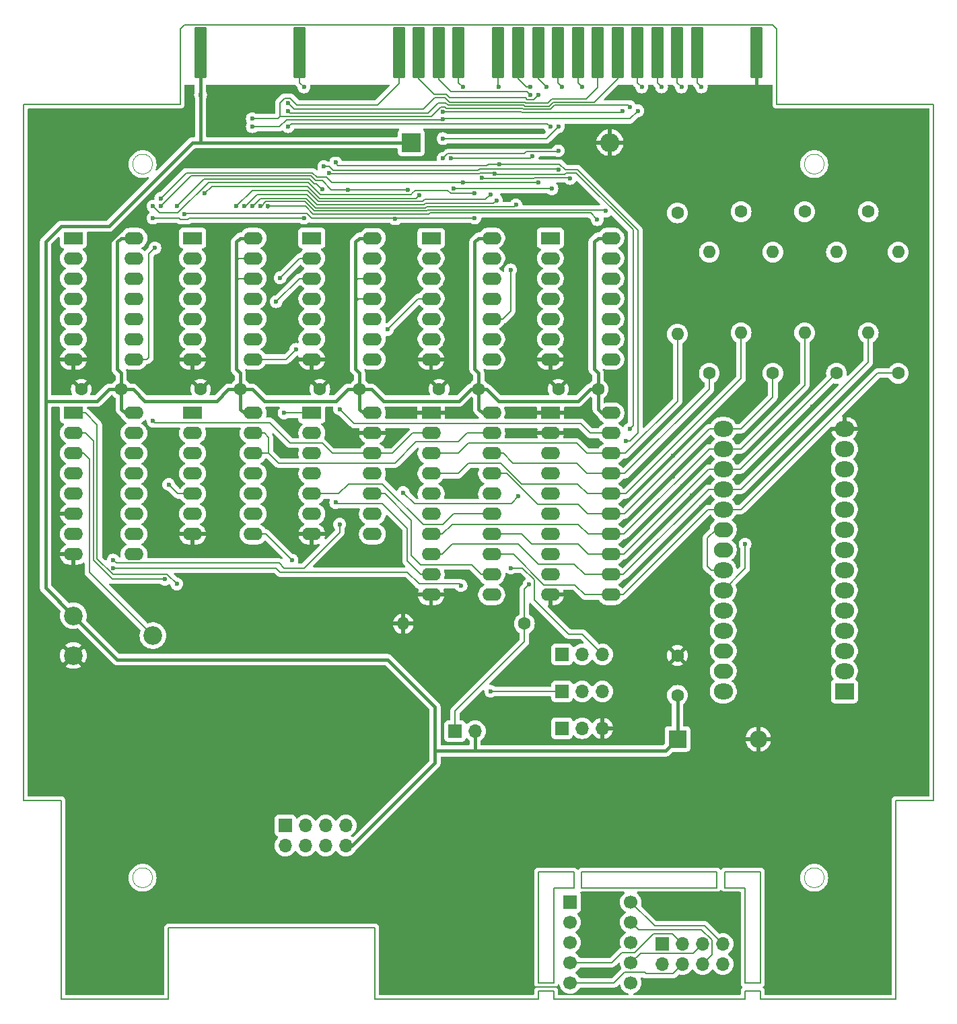
<source format=gbr>
%TF.GenerationSoftware,KiCad,Pcbnew,8.0.2*%
%TF.CreationDate,2024-05-13T23:51:39+02:00*%
%TF.ProjectId,M062.2,4d303632-2e32-42e6-9b69-6361645f7063,2*%
%TF.SameCoordinates,Original*%
%TF.FileFunction,Copper,L1,Top*%
%TF.FilePolarity,Positive*%
%FSLAX46Y46*%
G04 Gerber Fmt 4.6, Leading zero omitted, Abs format (unit mm)*
G04 Created by KiCad (PCBNEW 8.0.2) date 2024-05-13 23:51:39*
%MOMM*%
%LPD*%
G01*
G04 APERTURE LIST*
G04 Aperture macros list*
%AMRoundRect*
0 Rectangle with rounded corners*
0 $1 Rounding radius*
0 $2 $3 $4 $5 $6 $7 $8 $9 X,Y pos of 4 corners*
0 Add a 4 corners polygon primitive as box body*
4,1,4,$2,$3,$4,$5,$6,$7,$8,$9,$2,$3,0*
0 Add four circle primitives for the rounded corners*
1,1,$1+$1,$2,$3*
1,1,$1+$1,$4,$5*
1,1,$1+$1,$6,$7*
1,1,$1+$1,$8,$9*
0 Add four rect primitives between the rounded corners*
20,1,$1+$1,$2,$3,$4,$5,0*
20,1,$1+$1,$4,$5,$6,$7,0*
20,1,$1+$1,$6,$7,$8,$9,0*
20,1,$1+$1,$8,$9,$2,$3,0*%
G04 Aperture macros list end*
%TA.AperFunction,ComponentPad*%
%ADD10C,2.340000*%
%TD*%
%TA.AperFunction,ComponentPad*%
%ADD11R,2.400000X1.600000*%
%TD*%
%TA.AperFunction,ComponentPad*%
%ADD12O,2.400000X1.600000*%
%TD*%
%TA.AperFunction,ComponentPad*%
%ADD13C,1.600000*%
%TD*%
%TA.AperFunction,ComponentPad*%
%ADD14O,1.600000X1.600000*%
%TD*%
%TA.AperFunction,ComponentPad*%
%ADD15R,2.400000X2.400000*%
%TD*%
%TA.AperFunction,ComponentPad*%
%ADD16O,2.400000X2.400000*%
%TD*%
%TA.AperFunction,SMDPad,CuDef*%
%ADD17RoundRect,0.150000X-0.600000X-3.100000X0.600000X-3.100000X0.600000X3.100000X-0.600000X3.100000X0*%
%TD*%
%TA.AperFunction,ComponentPad*%
%ADD18R,1.700000X1.700000*%
%TD*%
%TA.AperFunction,ComponentPad*%
%ADD19C,1.700000*%
%TD*%
%TA.AperFunction,ComponentPad*%
%ADD20R,2.400000X2.000000*%
%TD*%
%TA.AperFunction,ComponentPad*%
%ADD21O,2.400000X2.000000*%
%TD*%
%TA.AperFunction,ComponentPad*%
%ADD22O,2.400000X1.900000*%
%TD*%
%TA.AperFunction,ComponentPad*%
%ADD23O,1.700000X1.700000*%
%TD*%
%TA.AperFunction,ComponentPad*%
%ADD24R,2.200000X2.200000*%
%TD*%
%TA.AperFunction,ComponentPad*%
%ADD25O,2.200000X2.200000*%
%TD*%
%TA.AperFunction,ViaPad*%
%ADD26C,0.600000*%
%TD*%
%TA.AperFunction,ViaPad*%
%ADD27C,0.800000*%
%TD*%
%TA.AperFunction,Conductor*%
%ADD28C,0.400000*%
%TD*%
%TA.AperFunction,Conductor*%
%ADD29C,0.200000*%
%TD*%
%TA.AperFunction,Profile*%
%ADD30C,0.150000*%
%TD*%
%TA.AperFunction,Profile*%
%ADD31C,0.120000*%
%TD*%
G04 APERTURE END LIST*
D10*
%TO.P,RV1,1,1*%
%TO.N,GND*%
X101000000Y-120500000D03*
%TO.P,RV1,2,2*%
%TO.N,Net-(U5A-RV)*%
X111000000Y-118000000D03*
%TO.P,RV1,3,3*%
%TO.N,+5V*%
X101000000Y-115500000D03*
%TD*%
D11*
%TO.P,U1,1,A1*%
%TO.N,~{MAD}*%
X116000000Y-68000000D03*
D12*
%TO.P,U1,2,B1*%
%TO.N,~{IORQ}*%
X116000000Y-70540000D03*
%TO.P,U1,3,Y1*%
%TO.N,Net-(U1A-Y1)*%
X116000000Y-73080000D03*
%TO.P,U1,4,A2*%
%TO.N,A0*%
X116000000Y-75620000D03*
%TO.P,U1,5,B2*%
%TO.N,A1*%
X116000000Y-78160000D03*
%TO.P,U1,6,Y2*%
%TO.N,Net-(U1B-Y2)*%
X116000000Y-80700000D03*
%TO.P,U1,7,GND*%
%TO.N,GND*%
X116000000Y-83240000D03*
%TO.P,U1,8,Y3*%
%TO.N,/~{STRUCT}*%
X123620000Y-83240000D03*
%TO.P,U1,9,A3*%
%TO.N,Net-(U1C-A3)*%
X123620000Y-80700000D03*
%TO.P,U1,10,B3*%
%TO.N,~{RD}*%
X123620000Y-78160000D03*
%TO.P,U1,11,Y4*%
%TO.N,unconnected-(U1D-Y4-Pad11)*%
X123620000Y-75620000D03*
%TO.P,U1,12,A4*%
%TO.N,+5V*%
X123620000Y-73080000D03*
%TO.P,U1,13,B4*%
X123620000Y-70540000D03*
%TO.P,U1,14,Vcc*%
X123620000Y-68000000D03*
%TD*%
D13*
%TO.P,R6,1*%
%TO.N,Net-(X1-DB2)*%
X185000000Y-64680000D03*
D14*
%TO.P,R6,2*%
%TO.N,D2*%
X185000000Y-79920000D03*
%TD*%
D13*
%TO.P,R3,1*%
%TO.N,D5*%
X197000000Y-85000000D03*
D14*
%TO.P,R3,2*%
%TO.N,Net-(X1-DB5)*%
X197000000Y-69760000D03*
%TD*%
D15*
%TO.P,C1,1*%
%TO.N,+5V*%
X143500000Y-56000000D03*
D16*
%TO.P,C1,2*%
%TO.N,GND*%
X168500000Y-56000000D03*
%TD*%
D17*
%TO.P,X1,1B,GND*%
%TO.N,GND*%
X186960000Y-44700000D03*
%TO.P,X1,4B,DB6*%
%TO.N,Net-(X1-DB6)*%
X179460000Y-44700000D03*
%TO.P,X1,5B,DB4*%
%TO.N,Net-(X1-DB4)*%
X176960000Y-44700000D03*
%TO.P,X1,6B,DB2*%
%TO.N,Net-(X1-DB2)*%
X174460000Y-44700000D03*
%TO.P,X1,7B,DB0*%
%TO.N,Net-(X1-DB0)*%
X171960000Y-44700000D03*
%TO.P,X1,8B,/RD*%
%TO.N,~{RD}*%
X169460000Y-44700000D03*
%TO.P,X1,9B,/IORQ*%
%TO.N,~{IORQ}*%
X166960000Y-44700000D03*
%TO.P,X1,10B,IEI*%
%TO.N,IEI-IEO*%
X164460000Y-44700000D03*
%TO.P,X1,11B,AB15*%
%TO.N,A15*%
X161960000Y-44700000D03*
%TO.P,X1,12B,AB13*%
%TO.N,A13*%
X159460000Y-44700000D03*
%TO.P,X1,13B,AB11*%
%TO.N,A11*%
X156960000Y-44700000D03*
%TO.P,X1,14B,AB9*%
%TO.N,A9*%
X154460000Y-44700000D03*
%TO.P,X1,16B,AB7*%
%TO.N,A7*%
X149460000Y-44700000D03*
%TO.P,X1,17B,AB5*%
%TO.N,A5*%
X146960000Y-44700000D03*
%TO.P,X1,18B,AB3*%
%TO.N,A3*%
X144460000Y-44700000D03*
%TO.P,X1,19B,AB1*%
%TO.N,A1*%
X141960000Y-44700000D03*
%TO.P,X1,24B,MEI*%
%TO.N,MEI*%
X129460000Y-44700000D03*
%TO.P,X1,29B,+5V*%
%TO.N,+5V*%
X116960000Y-44700000D03*
%TD*%
D13*
%TO.P,R9,1*%
%TO.N,Net-(JP2-A)*%
X157740000Y-116500000D03*
D14*
%TO.P,R9,2*%
%TO.N,GND*%
X142500000Y-116500000D03*
%TD*%
D13*
%TO.P,R7,1*%
%TO.N,D1*%
X181000000Y-85000000D03*
D14*
%TO.P,R7,2*%
%TO.N,Net-(X1-DB1)*%
X181000000Y-69760000D03*
%TD*%
D18*
%TO.P,U12,1,G*%
%TO.N,/gi*%
X163500000Y-151500000D03*
D19*
%TO.P,U12,2,F*%
%TO.N,/fi*%
X163500000Y-154040000D03*
%TO.P,U12,3,CA*%
%TO.N,Net-(J2-Pin_8)*%
X163500000Y-156580000D03*
%TO.P,U12,4,E*%
%TO.N,/ei*%
X163500000Y-159120000D03*
%TO.P,U12,5,D*%
%TO.N,/di*%
X163500000Y-161660000D03*
%TO.P,U12,6,DP*%
%TO.N,unconnected-(U12-DP-Pad6)*%
X171120000Y-161660000D03*
%TO.P,U12,7,C*%
%TO.N,/ci*%
X171120000Y-159120000D03*
%TO.P,U12,8,CA*%
%TO.N,Net-(J2-Pin_8)*%
X171120000Y-156580000D03*
%TO.P,U12,9,B*%
%TO.N,/bi*%
X171120000Y-154040000D03*
%TO.P,U12,10,A*%
%TO.N,/ai*%
X171120000Y-151500000D03*
%TD*%
D20*
%TO.P,U11,1,A15*%
%TO.N,Net-(JP4-C)*%
X198000000Y-125000000D03*
D21*
%TO.P,U11,2,A12*%
%TO.N,A12*%
X198000000Y-122460000D03*
%TO.P,U11,3,A7*%
%TO.N,A7*%
X198000000Y-119920000D03*
%TO.P,U11,4,A6*%
%TO.N,A6*%
X198000000Y-117380000D03*
%TO.P,U11,5,A5*%
%TO.N,A5*%
X198000000Y-114840000D03*
%TO.P,U11,6,A4*%
%TO.N,A4*%
X198000000Y-112300000D03*
%TO.P,U11,7,A3*%
%TO.N,A3*%
X198000000Y-109760000D03*
%TO.P,U11,8,A2*%
%TO.N,A2*%
X198000000Y-107220000D03*
%TO.P,U11,9,A1*%
%TO.N,A1*%
X198000000Y-104680000D03*
%TO.P,U11,10,A0*%
%TO.N,A0*%
X198000000Y-102140000D03*
%TO.P,U11,11,D0*%
%TO.N,D0*%
X198000000Y-99600000D03*
%TO.P,U11,12,D1*%
%TO.N,D1*%
X198000000Y-97060000D03*
%TO.P,U11,13,D2*%
%TO.N,D2*%
X198000000Y-94520000D03*
%TO.P,U11,14,Uss*%
%TO.N,GND*%
X198000000Y-91980000D03*
%TO.P,U11,15,D3*%
%TO.N,D3*%
X182760000Y-91980000D03*
%TO.P,U11,16,D4*%
%TO.N,D4*%
X182760000Y-94520000D03*
%TO.P,U11,17,D5*%
%TO.N,D5*%
X182760000Y-97060000D03*
%TO.P,U11,18,D6*%
%TO.N,D6*%
X182760000Y-99600000D03*
%TO.P,U11,19,D7*%
%TO.N,D7*%
X182760000Y-102140000D03*
D22*
%TO.P,U11,20,~{CE}*%
%TO.N,/~{CS}*%
X182760000Y-104680000D03*
%TO.P,U11,21,A10*%
%TO.N,A10*%
X182760000Y-107220000D03*
D21*
%TO.P,U11,22,~{OE}*%
%TO.N,/~{CS}*%
X182760000Y-109760000D03*
%TO.P,U11,23,A11*%
%TO.N,A11*%
X182760000Y-112300000D03*
%TO.P,U11,24,A9*%
%TO.N,A9*%
X182760000Y-114840000D03*
%TO.P,U11,25,A8*%
%TO.N,A8*%
X182760000Y-117380000D03*
D22*
%TO.P,U11,26,A13*%
%TO.N,/AD13*%
X182760000Y-119920000D03*
%TO.P,U11,27,A14*%
%TO.N,Net-(JP3-C)*%
X182760000Y-122460000D03*
D21*
%TO.P,U11,28,Udd*%
%TO.N,+5V*%
X182760000Y-125000000D03*
%TD*%
D13*
%TO.P,R1,1*%
%TO.N,D7*%
X204760000Y-85000000D03*
D14*
%TO.P,R1,2*%
%TO.N,Net-(X1-DB7)*%
X204760000Y-69760000D03*
%TD*%
D13*
%TO.P,R2,1*%
%TO.N,Net-(X1-DB6)*%
X201000000Y-64680000D03*
D14*
%TO.P,R2,2*%
%TO.N,D6*%
X201000000Y-79920000D03*
%TD*%
D11*
%TO.P,U9,1,Y1*%
%TO.N,Net-(U8C-B3)*%
X131000000Y-68000000D03*
D12*
%TO.P,U9,2,A1*%
%TO.N,Net-(U6A-Y1)*%
X131000000Y-70540000D03*
%TO.P,U9,3,B1*%
%TO.N,Net-(U6B-Y2)*%
X131000000Y-73080000D03*
%TO.P,U9,4,Y2*%
%TO.N,Net-(U8A-C1)*%
X131000000Y-75620000D03*
%TO.P,U9,5,A2*%
%TO.N,A8*%
X131000000Y-78160000D03*
%TO.P,U9,6,B2*%
%TO.N,A9*%
X131000000Y-80700000D03*
%TO.P,U9,7,GND*%
%TO.N,GND*%
X131000000Y-83240000D03*
%TO.P,U9,8,A3*%
%TO.N,Net-(U2F-A6)*%
X138620000Y-83240000D03*
%TO.P,U9,9,B3*%
%TO.N,Net-(U2D-Y4)*%
X138620000Y-80700000D03*
%TO.P,U9,10,Y3*%
%TO.N,MEO*%
X138620000Y-78160000D03*
%TO.P,U9,11,A4*%
%TO.N,+5V*%
X138620000Y-75620000D03*
%TO.P,U9,12,B4*%
X138620000Y-73080000D03*
%TO.P,U9,13,Y4*%
%TO.N,unconnected-(U9D-Y4-Pad13)*%
X138620000Y-70540000D03*
%TO.P,U9,14,Vcc*%
%TO.N,+5V*%
X138620000Y-68000000D03*
%TD*%
D18*
%TO.P,JP4,1,A*%
%TO.N,/AD15*%
X162475000Y-120350000D03*
D23*
%TO.P,JP4,2,C*%
%TO.N,Net-(JP4-C)*%
X165015000Y-120350000D03*
%TO.P,JP4,3,B*%
%TO.N,/AD14*%
X167555000Y-120350000D03*
%TD*%
D11*
%TO.P,U2,1,A1*%
%TO.N,A6*%
X146000000Y-68000000D03*
D12*
%TO.P,U2,2,Y1*%
%TO.N,Net-(U2A-Y1)*%
X146000000Y-70540000D03*
%TO.P,U2,3,A2*%
%TO.N,~{WR}*%
X146000000Y-73080000D03*
%TO.P,U2,4,Y2*%
%TO.N,Net-(U2B-Y2)*%
X146000000Y-75620000D03*
%TO.P,U2,5,A3*%
%TO.N,A15*%
X146000000Y-78160000D03*
%TO.P,U2,6,Y3*%
%TO.N,Net-(U2C-Y3)*%
X146000000Y-80700000D03*
%TO.P,U2,7,GND*%
%TO.N,GND*%
X146000000Y-83240000D03*
%TO.P,U2,8,Y4*%
%TO.N,Net-(U2D-Y4)*%
X153620000Y-83240000D03*
%TO.P,U2,9,A4*%
%TO.N,MEI*%
X153620000Y-80700000D03*
%TO.P,U2,10,Y5*%
%TO.N,Net-(U2E-Y5)*%
X153620000Y-78160000D03*
%TO.P,U2,11,A5*%
%TO.N,~{MREQ}*%
X153620000Y-75620000D03*
%TO.P,U2,12,Y6*%
%TO.N,/~{CS}*%
X153620000Y-73080000D03*
%TO.P,U2,13,A6*%
%TO.N,Net-(U2F-A6)*%
X153620000Y-70540000D03*
%TO.P,U2,14,Vcc*%
%TO.N,+5V*%
X153620000Y-68000000D03*
%TD*%
D24*
%TO.P,D1,1,K*%
%TO.N,+5V*%
X177000000Y-131000000D03*
D25*
%TO.P,D1,2,A*%
%TO.N,GND*%
X187160000Y-131000000D03*
%TD*%
D13*
%TO.P,C7,1*%
%TO.N,+5V*%
X177000000Y-125500000D03*
%TO.P,C7,2*%
%TO.N,GND*%
X177000000Y-120500000D03*
%TD*%
D11*
%TO.P,U3,1,A1*%
%TO.N,Net-(U3A-A1)*%
X116000000Y-90000000D03*
D12*
%TO.P,U3,2,B1*%
%TO.N,Net-(U3A-B1)*%
X116000000Y-92540000D03*
%TO.P,U3,3,n.c.*%
%TO.N,unconnected-(U3A-n.c.-Pad3)*%
X116000000Y-95080000D03*
%TO.P,U3,4,C1*%
%TO.N,Net-(U3A-C1)*%
X116000000Y-97620000D03*
%TO.P,U3,5,D1*%
%TO.N,Net-(U3A-D1)*%
X116000000Y-100160000D03*
%TO.P,U3,6,Y1*%
%TO.N,Net-(U1C-A3)*%
X116000000Y-102700000D03*
%TO.P,U3,7,GND*%
%TO.N,GND*%
X116000000Y-105240000D03*
%TO.P,U3,8,Y2*%
%TO.N,/~{RAM_WR}*%
X123620000Y-105240000D03*
%TO.P,U3,9,A2*%
%TO.N,Net-(U2B-Y2)*%
X123620000Y-102700000D03*
%TO.P,U3,10,B2*%
X123620000Y-100160000D03*
%TO.P,U3,11,n.c.*%
%TO.N,unconnected-(U3B-n.c.-Pad11)*%
X123620000Y-97620000D03*
%TO.P,U3,12,C2*%
%TO.N,/ctrl1*%
X123620000Y-95080000D03*
%TO.P,U3,13,D2*%
X123620000Y-92540000D03*
%TO.P,U3,14,Vcc*%
%TO.N,+5V*%
X123620000Y-90000000D03*
%TD*%
D18*
%TO.P,JP2,1,A*%
%TO.N,Net-(JP2-A)*%
X149000000Y-130000000D03*
D23*
%TO.P,JP2,2,B*%
%TO.N,+5V*%
X151540000Y-130000000D03*
%TD*%
D13*
%TO.P,C5,1*%
%TO.N,+5V*%
X152000000Y-87000000D03*
%TO.P,C5,2*%
%TO.N,GND*%
X147000000Y-87000000D03*
%TD*%
D18*
%TO.P,J1,1,Pin_1*%
%TO.N,/go*%
X127650000Y-141875000D03*
D23*
%TO.P,J1,2,Pin_2*%
%TO.N,/fo*%
X127650000Y-144415000D03*
%TO.P,J1,3,Pin_3*%
%TO.N,/eo*%
X130190000Y-141875000D03*
%TO.P,J1,4,Pin_4*%
%TO.N,/do*%
X130190000Y-144415000D03*
%TO.P,J1,5,Pin_5*%
%TO.N,/co*%
X132730000Y-141875000D03*
%TO.P,J1,6,Pin_6*%
%TO.N,/bo*%
X132730000Y-144415000D03*
%TO.P,J1,7,Pin_7*%
%TO.N,/ao*%
X135270000Y-141875000D03*
%TO.P,J1,8,Pin_8*%
%TO.N,+5V*%
X135270000Y-144415000D03*
%TD*%
D11*
%TO.P,U5,1,B*%
%TO.N,/AD14*%
X101000000Y-90000000D03*
D12*
%TO.P,U5,2,C*%
%TO.N,Net-(JP1-C)*%
X101000000Y-92540000D03*
%TO.P,U5,3,RV*%
%TO.N,Net-(U5A-RV)*%
X101000000Y-95080000D03*
%TO.P,U5,4,BI/RBO*%
%TO.N,/SEG_on*%
X101000000Y-97620000D03*
%TO.P,U5,5,RBI*%
%TO.N,unconnected-(U5A-RBI-Pad5)*%
X101000000Y-100160000D03*
%TO.P,U5,6,D*%
%TO.N,GND*%
X101000000Y-102700000D03*
%TO.P,U5,7,A*%
%TO.N,/AD13*%
X101000000Y-105240000D03*
%TO.P,U5,8,GND*%
%TO.N,GND*%
X101000000Y-107780000D03*
%TO.P,U5,9,e*%
%TO.N,/eo*%
X108620000Y-107780000D03*
%TO.P,U5,10,d*%
%TO.N,/do*%
X108620000Y-105240000D03*
%TO.P,U5,11,c*%
%TO.N,/co*%
X108620000Y-102700000D03*
%TO.P,U5,12,b*%
%TO.N,/bo*%
X108620000Y-100160000D03*
%TO.P,U5,13,a*%
%TO.N,/ao*%
X108620000Y-97620000D03*
%TO.P,U5,14,g*%
%TO.N,/go*%
X108620000Y-95080000D03*
%TO.P,U5,15,f*%
%TO.N,/fo*%
X108620000Y-92540000D03*
%TO.P,U5,16,Vcc*%
%TO.N,+5V*%
X108620000Y-90000000D03*
%TD*%
D13*
%TO.P,R4,1*%
%TO.N,Net-(X1-DB4)*%
X193000000Y-64680000D03*
D14*
%TO.P,R4,2*%
%TO.N,D4*%
X193000000Y-79920000D03*
%TD*%
D13*
%TO.P,C2,1*%
%TO.N,+5V*%
X107000000Y-87000000D03*
%TO.P,C2,2*%
%TO.N,GND*%
X102000000Y-87000000D03*
%TD*%
D11*
%TO.P,U8,1,A1*%
%TO.N,Net-(U2A-Y1)*%
X101000000Y-68000000D03*
D12*
%TO.P,U8,2,B1*%
%TO.N,A7*%
X101000000Y-70540000D03*
%TO.P,U8,3,A2*%
%TO.N,/ctrl0*%
X101000000Y-73080000D03*
%TO.P,U8,4,B2*%
%TO.N,Net-(U2E-Y5)*%
X101000000Y-75620000D03*
%TO.P,U8,5,C2*%
%TO.N,MEI*%
X101000000Y-78160000D03*
%TO.P,U8,6,Y2*%
%TO.N,Net-(U8B-Y2)*%
X101000000Y-80700000D03*
%TO.P,U8,7,GND*%
%TO.N,GND*%
X101000000Y-83240000D03*
%TO.P,U8,8,Y3*%
%TO.N,Net-(U2F-A6)*%
X108620000Y-83240000D03*
%TO.P,U8,9,A3*%
%TO.N,Net-(U6C-Y3)*%
X108620000Y-80700000D03*
%TO.P,U8,10,B3*%
%TO.N,Net-(U8C-B3)*%
X108620000Y-78160000D03*
%TO.P,U8,11,C3*%
%TO.N,Net-(U8B-Y2)*%
X108620000Y-75620000D03*
%TO.P,U8,12,Y1*%
%TO.N,Net-(U3A-D1)*%
X108620000Y-73080000D03*
%TO.P,U8,13,C1*%
%TO.N,Net-(U8A-C1)*%
X108620000Y-70540000D03*
%TO.P,U8,14,Vcc*%
%TO.N,+5V*%
X108620000Y-68000000D03*
%TD*%
D13*
%TO.P,R8,1*%
%TO.N,Net-(X1-DB0)*%
X177000000Y-64840000D03*
D14*
%TO.P,R8,2*%
%TO.N,D0*%
X177000000Y-80080000D03*
%TD*%
D11*
%TO.P,U7,1,~{OE1}*%
%TO.N,GND*%
X161000000Y-90000000D03*
D12*
%TO.P,U7,2,A1*%
X161000000Y-92540000D03*
%TO.P,U7,3,A2*%
%TO.N,Net-(JP2-A)*%
X161000000Y-95080000D03*
%TO.P,U7,4,A3*%
%TO.N,+5V*%
X161000000Y-97620000D03*
%TO.P,U7,5,A4*%
X161000000Y-100160000D03*
%TO.P,U7,6,A5*%
%TO.N,Net-(JP2-A)*%
X161000000Y-102700000D03*
%TO.P,U7,7,A6*%
X161000000Y-105240000D03*
%TO.P,U7,8,A7*%
X161000000Y-107780000D03*
%TO.P,U7,9,A8*%
X161000000Y-110320000D03*
%TO.P,U7,10,GND*%
%TO.N,GND*%
X161000000Y-112860000D03*
%TO.P,U7,11,Y8*%
%TO.N,D7*%
X168620000Y-112860000D03*
%TO.P,U7,12,Y7*%
%TO.N,D6*%
X168620000Y-110320000D03*
%TO.P,U7,13,Y6*%
%TO.N,D5*%
X168620000Y-107780000D03*
%TO.P,U7,14,Y5*%
%TO.N,D4*%
X168620000Y-105240000D03*
%TO.P,U7,15,A4*%
%TO.N,D3*%
X168620000Y-102700000D03*
%TO.P,U7,16,Y3*%
%TO.N,D2*%
X168620000Y-100160000D03*
%TO.P,U7,17,Y2*%
%TO.N,D1*%
X168620000Y-97620000D03*
%TO.P,U7,18,Y1*%
%TO.N,D0*%
X168620000Y-95080000D03*
%TO.P,U7,19,~{OE2}*%
%TO.N,/~{STRUCT}*%
X168620000Y-92540000D03*
%TO.P,U7,20,Vcc*%
%TO.N,+5V*%
X168620000Y-90000000D03*
%TD*%
D13*
%TO.P,R5,1*%
%TO.N,D3*%
X189000000Y-85000000D03*
D14*
%TO.P,R5,2*%
%TO.N,Net-(X1-DB3)*%
X189000000Y-69760000D03*
%TD*%
D13*
%TO.P,C6,1*%
%TO.N,+5V*%
X167000000Y-87000000D03*
%TO.P,C6,2*%
%TO.N,GND*%
X162000000Y-87000000D03*
%TD*%
%TO.P,C3,1*%
%TO.N,+5V*%
X122000000Y-87000000D03*
%TO.P,C3,2*%
%TO.N,GND*%
X117000000Y-87000000D03*
%TD*%
D11*
%TO.P,U4,1,Y1*%
%TO.N,Net-(U3A-A1)*%
X161000000Y-68000000D03*
D12*
%TO.P,U4,2,A1*%
%TO.N,Net-(U1A-Y1)*%
X161000000Y-70540000D03*
%TO.P,U4,3,B1*%
%TO.N,Net-(U1B-Y2)*%
X161000000Y-73080000D03*
%TO.P,U4,4,Y2*%
%TO.N,/Latch*%
X161000000Y-75620000D03*
%TO.P,U4,5,A2*%
%TO.N,~{WR}*%
X161000000Y-78160000D03*
%TO.P,U4,6,B2*%
%TO.N,Net-(U1C-A3)*%
X161000000Y-80700000D03*
%TO.P,U4,7,GND*%
%TO.N,GND*%
X161000000Y-83240000D03*
%TO.P,U4,8,A3*%
%TO.N,A5*%
X168620000Y-83240000D03*
%TO.P,U4,9,B3*%
%TO.N,A4*%
X168620000Y-80700000D03*
%TO.P,U4,10,Y3*%
%TO.N,Net-(U3A-C1)*%
X168620000Y-78160000D03*
%TO.P,U4,11,A4*%
%TO.N,A3*%
X168620000Y-75620000D03*
%TO.P,U4,12,B4*%
%TO.N,A2*%
X168620000Y-73080000D03*
%TO.P,U4,13,Y4*%
%TO.N,Net-(U3A-B1)*%
X168620000Y-70540000D03*
%TO.P,U4,14,Vcc*%
%TO.N,+5V*%
X168620000Y-68000000D03*
%TD*%
D13*
%TO.P,C4,1*%
%TO.N,+5V*%
X137000000Y-87000000D03*
%TO.P,C4,2*%
%TO.N,GND*%
X132000000Y-87000000D03*
%TD*%
D11*
%TO.P,U10,1,EN*%
%TO.N,GND*%
X146000000Y-90000000D03*
D12*
%TO.P,U10,2,Q1*%
%TO.N,/ctrl0*%
X146000000Y-92540000D03*
%TO.P,U10,3,D1*%
%TO.N,D0*%
X146000000Y-95080000D03*
%TO.P,U10,4,D2*%
%TO.N,D2*%
X146000000Y-97620000D03*
%TO.P,U10,5,Q2*%
%TO.N,/AD13*%
X146000000Y-100160000D03*
%TO.P,U10,6,Q3*%
%TO.N,/AD15*%
X146000000Y-102700000D03*
%TO.P,U10,7,D3*%
%TO.N,D4*%
X146000000Y-105240000D03*
%TO.P,U10,8,D4*%
%TO.N,D6*%
X146000000Y-107780000D03*
%TO.P,U10,9,Q4*%
%TO.N,/ctrl6*%
X146000000Y-110320000D03*
%TO.P,U10,10,GND*%
%TO.N,GND*%
X146000000Y-112860000D03*
%TO.P,U10,11,C*%
%TO.N,/Latch*%
X153620000Y-112860000D03*
%TO.P,U10,12,Q5*%
%TO.N,/ctrl7*%
X153620000Y-110320000D03*
%TO.P,U10,13,D5*%
%TO.N,D7*%
X153620000Y-107780000D03*
%TO.P,U10,14,D6*%
%TO.N,D5*%
X153620000Y-105240000D03*
%TO.P,U10,15,Q6*%
%TO.N,/ctrl5*%
X153620000Y-102700000D03*
%TO.P,U10,16,Q7*%
%TO.N,/AD14*%
X153620000Y-100160000D03*
%TO.P,U10,17,D7*%
%TO.N,D3*%
X153620000Y-97620000D03*
%TO.P,U10,18,D8*%
%TO.N,D1*%
X153620000Y-95080000D03*
%TO.P,U10,19,Q8*%
%TO.N,/ctrl1*%
X153620000Y-92540000D03*
%TO.P,U10,20,Vcc*%
%TO.N,+5V*%
X153620000Y-90000000D03*
%TD*%
D18*
%TO.P,JP1,1,A*%
%TO.N,/AD15*%
X162475000Y-129650000D03*
D23*
%TO.P,JP1,2,C*%
%TO.N,Net-(JP1-C)*%
X165015000Y-129650000D03*
%TO.P,JP1,3,B*%
%TO.N,GND*%
X167555000Y-129650000D03*
%TD*%
D18*
%TO.P,JP3,1,A*%
%TO.N,/AD14*%
X162475000Y-125000000D03*
D23*
%TO.P,JP3,2,C*%
%TO.N,Net-(JP3-C)*%
X165015000Y-125000000D03*
%TO.P,JP3,3,B*%
%TO.N,/~{RAM_WR}*%
X167555000Y-125000000D03*
%TD*%
D11*
%TO.P,U6,1,A1*%
%TO.N,A14*%
X131000000Y-90000000D03*
D12*
%TO.P,U6,2,B1*%
%TO.N,/ctrl6*%
X131000000Y-92540000D03*
%TO.P,U6,3,Y1*%
%TO.N,Net-(U6A-Y1)*%
X131000000Y-95080000D03*
%TO.P,U6,4,A2*%
%TO.N,A13*%
X131000000Y-97620000D03*
%TO.P,U6,5,B2*%
%TO.N,/ctrl5*%
X131000000Y-100160000D03*
%TO.P,U6,6,Y2*%
%TO.N,Net-(U6B-Y2)*%
X131000000Y-102700000D03*
%TO.P,U6,7,GND*%
%TO.N,GND*%
X131000000Y-105240000D03*
%TO.P,U6,8,Y3*%
%TO.N,Net-(U6C-Y3)*%
X138620000Y-105240000D03*
%TO.P,U6,9,A3*%
%TO.N,Net-(U2C-Y3)*%
X138620000Y-102700000D03*
%TO.P,U6,10,B3*%
%TO.N,/ctrl7*%
X138620000Y-100160000D03*
%TO.P,U6,11,Y4*%
%TO.N,/SEG_on*%
X138620000Y-97620000D03*
%TO.P,U6,12,A4*%
%TO.N,/ctrl0*%
X138620000Y-95080000D03*
%TO.P,U6,13,B4*%
%TO.N,GND*%
X138620000Y-92540000D03*
%TO.P,U6,14,Vcc*%
%TO.N,+5V*%
X138620000Y-90000000D03*
%TD*%
D18*
%TO.P,J2,1,Pin_1*%
%TO.N,/gi*%
X175080000Y-156760000D03*
D23*
%TO.P,J2,2,Pin_2*%
%TO.N,/fi*%
X175080000Y-159300000D03*
%TO.P,J2,3,Pin_3*%
%TO.N,/ei*%
X177620000Y-156760000D03*
%TO.P,J2,4,Pin_4*%
%TO.N,/di*%
X177620000Y-159300000D03*
%TO.P,J2,5,Pin_5*%
%TO.N,/ci*%
X180160000Y-156760000D03*
%TO.P,J2,6,Pin_6*%
%TO.N,/bi*%
X180160000Y-159300000D03*
%TO.P,J2,7,Pin_7*%
%TO.N,/ai*%
X182700000Y-156760000D03*
%TO.P,J2,8,Pin_8*%
%TO.N,Net-(J2-Pin_8)*%
X182700000Y-159300000D03*
%TD*%
D26*
%TO.N,GND*%
X166500000Y-154250000D03*
X142500000Y-97500000D03*
X149800000Y-99400000D03*
X127500000Y-94500000D03*
X180000000Y-101800000D03*
X166500000Y-157750000D03*
X177000000Y-111750000D03*
X129500000Y-54500000D03*
X177600000Y-99200000D03*
X152000000Y-56500000D03*
X104000000Y-62500000D03*
D27*
X186000000Y-50000000D03*
D26*
X136500000Y-55000000D03*
X113000000Y-53500000D03*
X176400000Y-98000000D03*
X194000000Y-89200000D03*
X157000000Y-162000000D03*
X127500000Y-91500000D03*
X158500000Y-63500000D03*
X105000000Y-97500000D03*
X182500000Y-155000000D03*
X177000000Y-107600000D03*
X166500000Y-151750000D03*
X139500000Y-57500000D03*
X170000000Y-60000000D03*
X189500000Y-118500000D03*
X178800000Y-100400000D03*
X120000000Y-53500000D03*
X141200000Y-108200000D03*
X166500000Y-162500000D03*
X166500000Y-160500000D03*
X176400000Y-95400000D03*
X166000000Y-63000000D03*
X182500000Y-146000000D03*
%TO.N,+5V*%
X117000000Y-50000000D03*
%TO.N,Net-(JP1-C)*%
X112500000Y-110900000D03*
%TO.N,Net-(JP2-A)*%
X158353797Y-111520608D03*
%TO.N,/AD14*%
X156000000Y-109500000D03*
X114000000Y-111500000D03*
X153500000Y-125000000D03*
%TO.N,/~{RAM_WR}*%
X128500000Y-108500000D03*
%TO.N,Net-(X1-DB6)*%
X179999990Y-49000000D03*
%TO.N,Net-(X1-DB4)*%
X177500000Y-48999996D03*
%TO.N,Net-(X1-DB2)*%
X175000004Y-49000004D03*
%TO.N,Net-(X1-DB0)*%
X172500010Y-48999990D03*
%TO.N,~{IORQ}*%
X128000000Y-51000000D03*
%TO.N,Net-(U1C-A3)*%
X142500000Y-100000000D03*
X157000000Y-100500000D03*
%TO.N,Net-(U1A-Y1)*%
X121500000Y-64000000D03*
X153500000Y-62500000D03*
%TO.N,/~{STRUCT}*%
X134500000Y-89500000D03*
X129000000Y-82000000D03*
%TO.N,A1*%
X171000000Y-51500000D03*
X123500000Y-53000000D03*
%TO.N,~{RD}*%
X128000000Y-52000000D03*
%TO.N,A0*%
X172000000Y-52000000D03*
X123500000Y-54000000D03*
X147500000Y-53011026D03*
%TO.N,Net-(U1B-Y2)*%
X122500000Y-64000000D03*
X154224265Y-63275735D03*
%TO.N,Net-(U2E-Y5)*%
X151500000Y-62400000D03*
X111000000Y-64000000D03*
X156000000Y-72000000D03*
%TO.N,Net-(U2A-Y1)*%
X117500000Y-62400000D03*
X144500000Y-62600000D03*
%TO.N,A15*%
X162000000Y-54000000D03*
X162500000Y-49000000D03*
X147500000Y-55500000D03*
%TO.N,Net-(U2B-Y2)*%
X140500000Y-79500000D03*
%TO.N,MEI*%
X143100000Y-61900000D03*
X130000000Y-49000000D03*
X112000000Y-64000000D03*
X135500000Y-61900000D03*
%TO.N,~{WR}*%
X163500000Y-60500000D03*
X152425000Y-60400000D03*
%TO.N,A6*%
X161199995Y-61800000D03*
X148850001Y-61800000D03*
%TO.N,~{MREQ}*%
X147500000Y-58000000D03*
X162000000Y-57000000D03*
%TO.N,Net-(U2F-A6)*%
X151500000Y-65500000D03*
X115000000Y-65000000D03*
X111250000Y-69250000D03*
X141500000Y-65599999D03*
%TO.N,Net-(U3A-B1)*%
X124500000Y-64000000D03*
X168000000Y-64600000D03*
%TO.N,Net-(U3A-A1)*%
X123500000Y-64000000D03*
X156674265Y-63825735D03*
%TO.N,Net-(U3A-D1)*%
X113000000Y-99000000D03*
%TO.N,Net-(U3A-C1)*%
X125500000Y-64000000D03*
X166905589Y-65675172D03*
%TO.N,A5*%
X158500000Y-50000000D03*
%TO.N,A3*%
X159500000Y-50000000D03*
%TO.N,A2*%
X170060000Y-52000000D03*
X147469937Y-52099188D03*
%TO.N,A4*%
X148500000Y-58000000D03*
X158750765Y-57721475D03*
%TO.N,/SEG_on*%
X134500000Y-104000000D03*
X106000000Y-108500000D03*
%TO.N,/AD13*%
X149782843Y-111717157D03*
X106000000Y-109500000D03*
%TO.N,/ctrl6*%
X134000000Y-101260000D03*
%TO.N,/ctrl0*%
X111000000Y-91000000D03*
%TO.N,Net-(U6A-Y1)*%
X127000000Y-73000000D03*
%TO.N,Net-(U6B-Y2)*%
X126500000Y-76000000D03*
%TO.N,A13*%
X132500000Y-59000000D03*
X162000000Y-59400000D03*
X160500000Y-49000000D03*
%TO.N,A14*%
X127500000Y-90000000D03*
X128000000Y-54000000D03*
X161000000Y-54000000D03*
%TO.N,Net-(U8C-B3)*%
X130000000Y-65500000D03*
X111000000Y-65500000D03*
%TO.N,Net-(U8A-C1)*%
X132324265Y-61875735D03*
X114000000Y-64000000D03*
%TO.N,A7*%
X150000000Y-61000000D03*
X112000000Y-63000000D03*
X159500000Y-61000000D03*
X150000000Y-49000000D03*
%TO.N,A8*%
X134000000Y-58500000D03*
X170500000Y-93500000D03*
X154600000Y-58700000D03*
%TO.N,A9*%
X154000000Y-59900000D03*
X171000000Y-92000000D03*
X133158174Y-59835190D03*
X154500000Y-49000000D03*
%TO.N,A11*%
X158500000Y-49000000D03*
X185500000Y-106500000D03*
%TO.N,IEI-IEO*%
X165000000Y-49000000D03*
%TD*%
D28*
%TO.N,GND*%
X147000000Y-87000000D02*
X148000000Y-86000000D01*
X186500000Y-124500000D02*
X184000000Y-127000000D01*
X110000000Y-66400000D02*
X118000000Y-66400000D01*
X196420000Y-91980000D02*
X186500000Y-101900000D01*
X161000000Y-56500000D02*
X161500000Y-56000000D01*
X117760000Y-83240000D02*
X118000000Y-83000000D01*
X103000000Y-71000000D02*
X103000000Y-83000000D01*
X184000000Y-127000000D02*
X181500000Y-127000000D01*
X146000000Y-83240000D02*
X147760000Y-83240000D01*
X186500000Y-101900000D02*
X186500000Y-124500000D01*
D29*
X161900000Y-162200000D02*
X157200000Y-162200000D01*
D28*
X116000000Y-83240000D02*
X117760000Y-83240000D01*
X186960000Y-49040000D02*
X186000000Y-50000000D01*
X178500000Y-124000000D02*
X178500000Y-122000000D01*
X148000000Y-86000000D02*
X148000000Y-83000000D01*
X161500000Y-56000000D02*
X180000000Y-56000000D01*
D29*
X165500000Y-162500000D02*
X164900000Y-163100000D01*
D28*
X101000000Y-111000000D02*
X101000000Y-107780000D01*
X110000000Y-120000000D02*
X101000000Y-111000000D01*
X118000000Y-86000000D02*
X118000000Y-83000000D01*
X148000000Y-83000000D02*
X148000000Y-66400000D01*
X132760000Y-83240000D02*
X133000000Y-83000000D01*
X162400000Y-66400000D02*
X163000000Y-67000000D01*
X140400000Y-120000000D02*
X110000000Y-120000000D01*
X118000000Y-66400000D02*
X133000000Y-66400000D01*
X101000000Y-83240000D02*
X102760000Y-83240000D01*
X147000000Y-56500000D02*
X152000000Y-56500000D01*
X140000000Y-58000000D02*
X145500000Y-58000000D01*
X198000000Y-91980000D02*
X196420000Y-91980000D01*
X116000000Y-57500000D02*
X115750000Y-57750000D01*
X110000000Y-66400000D02*
X107600000Y-66400000D01*
X107600000Y-66400000D02*
X103000000Y-71000000D01*
X111300000Y-62200000D02*
X115750000Y-57750000D01*
X103000000Y-86000000D02*
X102000000Y-87000000D01*
X161000000Y-83240000D02*
X162760000Y-83240000D01*
X110000000Y-63500000D02*
X110000000Y-66400000D01*
X163000000Y-67000000D02*
X163000000Y-83000000D01*
X145500000Y-58000000D02*
X147000000Y-56500000D01*
X133000000Y-66400000D02*
X133099997Y-66499997D01*
X142500000Y-117900000D02*
X140400000Y-120000000D01*
X133000000Y-83000000D02*
X133000000Y-66400000D01*
X139500000Y-57500000D02*
X140000000Y-58000000D01*
X147900003Y-66499997D02*
X148000000Y-66400000D01*
X102760000Y-83240000D02*
X103000000Y-83000000D01*
X117000000Y-87000000D02*
X118000000Y-86000000D01*
D29*
X166500000Y-162500000D02*
X165500000Y-162500000D01*
X162800000Y-163100000D02*
X161900000Y-162200000D01*
D28*
X111300000Y-62200000D02*
X110000000Y-63500000D01*
X103000000Y-83000000D02*
X103000000Y-86000000D01*
X186960000Y-44700000D02*
X186960000Y-49040000D01*
X147760000Y-83240000D02*
X148000000Y-83000000D01*
X180000000Y-56000000D02*
X186000000Y-50000000D01*
X139500000Y-57500000D02*
X116000000Y-57500000D01*
X152000000Y-56500000D02*
X161000000Y-56500000D01*
X133000000Y-86000000D02*
X133000000Y-83000000D01*
X132000000Y-87000000D02*
X133000000Y-86000000D01*
X181500000Y-127000000D02*
X178500000Y-124000000D01*
X178500000Y-122000000D02*
X177000000Y-120500000D01*
X133099997Y-66499997D02*
X147900003Y-66499997D01*
X131000000Y-83240000D02*
X132760000Y-83240000D01*
X142500000Y-116500000D02*
X142500000Y-117900000D01*
X163000000Y-86000000D02*
X162000000Y-87000000D01*
D29*
X157200000Y-162200000D02*
X157000000Y-162000000D01*
D28*
X148000000Y-66400000D02*
X162400000Y-66400000D01*
X163000000Y-83000000D02*
X163000000Y-86000000D01*
D29*
X164900000Y-163100000D02*
X162800000Y-163100000D01*
D28*
X118000000Y-83000000D02*
X118000000Y-66400000D01*
X162760000Y-83240000D02*
X163000000Y-83000000D01*
%TO.N,+5V*%
X166500000Y-84500000D02*
X166500000Y-68500000D01*
X116960000Y-44700000D02*
X116960000Y-49960000D01*
X125000000Y-88500000D02*
X134000000Y-88500000D01*
X123620000Y-68000000D02*
X122000000Y-68000000D01*
X167000000Y-89500000D02*
X167500000Y-90000000D01*
X138500000Y-87000000D02*
X140000000Y-88500000D01*
X137500000Y-90000000D02*
X137000000Y-89500000D01*
X136580000Y-73080000D02*
X136500000Y-73000000D01*
X122500000Y-90000000D02*
X122000000Y-89500000D01*
X108620000Y-90000000D02*
X107500000Y-90000000D01*
X117000000Y-56000000D02*
X117000000Y-55000000D01*
X177000000Y-125500000D02*
X177000000Y-131000000D01*
X137000000Y-87000000D02*
X137000000Y-85000000D01*
X106500000Y-84500000D02*
X106500000Y-68500000D01*
X164500000Y-88500000D02*
X166000000Y-87000000D01*
X105500000Y-66500000D02*
X116000000Y-56000000D01*
X151000000Y-87000000D02*
X152000000Y-87000000D01*
X117000000Y-55000000D02*
X117000000Y-50000000D01*
X152500000Y-90000000D02*
X152000000Y-89500000D01*
X137000000Y-89500000D02*
X137000000Y-87000000D01*
X106500000Y-121000000D02*
X140500000Y-121000000D01*
X107000000Y-85000000D02*
X106500000Y-84500000D01*
X167000000Y-68000000D02*
X168620000Y-68000000D01*
X167000000Y-85000000D02*
X166500000Y-84500000D01*
X151540000Y-130000000D02*
X151540000Y-132460000D01*
X107000000Y-87000000D02*
X107000000Y-89500000D01*
X121500000Y-70500000D02*
X121500000Y-73000000D01*
X99500000Y-66500000D02*
X105500000Y-66500000D01*
X121540000Y-70540000D02*
X121500000Y-70500000D01*
X107000000Y-87000000D02*
X107000000Y-85000000D01*
X140500000Y-121000000D02*
X146500000Y-127000000D01*
X122000000Y-89500000D02*
X122000000Y-87000000D01*
X167500000Y-90000000D02*
X168620000Y-90000000D01*
X136500000Y-84500000D02*
X136500000Y-75500000D01*
X122000000Y-87000000D02*
X122000000Y-85000000D01*
X135500000Y-87000000D02*
X137000000Y-87000000D01*
X152000000Y-85000000D02*
X151500000Y-84500000D01*
X120500000Y-87000000D02*
X119000000Y-88500000D01*
X137000000Y-85000000D02*
X136500000Y-84500000D01*
X136085000Y-144415000D02*
X135270000Y-144415000D01*
X151500000Y-68500000D02*
X152000000Y-68000000D01*
X97500000Y-68500000D02*
X99500000Y-66500000D01*
X146500000Y-134000000D02*
X136085000Y-144415000D01*
X121500000Y-68500000D02*
X121500000Y-70500000D01*
X97500000Y-88500000D02*
X97500000Y-112000000D01*
X152000000Y-87000000D02*
X153000000Y-87000000D01*
X107500000Y-90000000D02*
X107000000Y-89500000D01*
D29*
X138620000Y-73080000D02*
X136580000Y-73080000D01*
D28*
X107000000Y-87000000D02*
X108500000Y-87000000D01*
X152000000Y-87000000D02*
X152000000Y-85000000D01*
X122000000Y-87000000D02*
X120500000Y-87000000D01*
X152000000Y-89500000D02*
X152000000Y-87000000D01*
X151500000Y-84500000D02*
X151500000Y-68500000D01*
X175500000Y-132500000D02*
X151500000Y-132500000D01*
X153000000Y-87000000D02*
X154500000Y-88500000D01*
X119000000Y-88500000D02*
X110000000Y-88500000D01*
X101000000Y-115500000D02*
X106500000Y-121000000D01*
X107000000Y-87000000D02*
X105500000Y-87000000D01*
X121580000Y-73080000D02*
X121500000Y-73000000D01*
X146500000Y-127000000D02*
X146500000Y-134000000D01*
X97500000Y-112000000D02*
X101000000Y-115500000D01*
D29*
X138620000Y-75620000D02*
X136620000Y-75620000D01*
D28*
X136620000Y-75620000D02*
X136500000Y-75500000D01*
X107000000Y-68000000D02*
X108620000Y-68000000D01*
X123620000Y-90000000D02*
X122500000Y-90000000D01*
X136500000Y-75500000D02*
X136500000Y-73000000D01*
X151540000Y-132460000D02*
X151500000Y-132500000D01*
X108500000Y-87000000D02*
X110000000Y-88500000D01*
X166000000Y-87000000D02*
X167000000Y-87000000D01*
X121500000Y-73000000D02*
X121500000Y-84500000D01*
X177000000Y-131000000D02*
X175500000Y-132500000D01*
D29*
X123620000Y-70540000D02*
X121540000Y-70540000D01*
D28*
X116960000Y-49960000D02*
X117000000Y-50000000D01*
X134000000Y-88500000D02*
X135500000Y-87000000D01*
X122000000Y-87000000D02*
X123500000Y-87000000D01*
X149500000Y-88500000D02*
X151000000Y-87000000D01*
X144000000Y-56000000D02*
X117000000Y-56000000D01*
D29*
X123620000Y-73080000D02*
X121580000Y-73080000D01*
D28*
X167000000Y-87000000D02*
X167000000Y-89500000D01*
X137000000Y-68000000D02*
X138620000Y-68000000D01*
X138620000Y-90000000D02*
X137500000Y-90000000D01*
X154500000Y-88500000D02*
X164500000Y-88500000D01*
X123500000Y-87000000D02*
X125000000Y-88500000D01*
X117000000Y-56000000D02*
X116000000Y-56000000D01*
X97500000Y-88500000D02*
X104000000Y-88500000D01*
X106500000Y-68500000D02*
X107000000Y-68000000D01*
X97500000Y-88500000D02*
X97500000Y-68500000D01*
X146500000Y-132500000D02*
X151500000Y-132500000D01*
X166500000Y-68500000D02*
X167000000Y-68000000D01*
X136500000Y-68500000D02*
X137000000Y-68000000D01*
X122000000Y-85000000D02*
X121500000Y-84500000D01*
X152000000Y-68000000D02*
X153620000Y-68000000D01*
X122000000Y-68000000D02*
X121500000Y-68500000D01*
X140000000Y-88500000D02*
X149500000Y-88500000D01*
X137000000Y-87000000D02*
X138500000Y-87000000D01*
X153620000Y-90000000D02*
X152500000Y-90000000D01*
X167000000Y-87000000D02*
X167000000Y-85000000D01*
X105500000Y-87000000D02*
X104000000Y-88500000D01*
X136500000Y-73000000D02*
X136500000Y-68500000D01*
D29*
%TO.N,Net-(JP1-C)*%
X103500000Y-108500000D02*
X103500000Y-93500000D01*
X105900000Y-110900000D02*
X103500000Y-108500000D01*
X112500000Y-110900000D02*
X105900000Y-110900000D01*
X103500000Y-93500000D02*
X102540000Y-92540000D01*
X102540000Y-92540000D02*
X101000000Y-92540000D01*
%TO.N,Net-(JP2-A)*%
X149000000Y-130000000D02*
X149000000Y-127500000D01*
X157740000Y-118760000D02*
X157740000Y-112134405D01*
X157740000Y-112134405D02*
X158353797Y-111520608D01*
X149000000Y-127500000D02*
X157740000Y-118760000D01*
%TO.N,/AD14*%
X102500000Y-90000000D02*
X104000000Y-91500000D01*
X158970001Y-110970001D02*
X157500000Y-109500000D01*
X163295000Y-117795000D02*
X158970001Y-113470001D01*
X162475000Y-125000000D02*
X153500000Y-125000000D01*
X112800000Y-110300000D02*
X114000000Y-111500000D01*
X105951471Y-110300000D02*
X112800000Y-110300000D01*
X101000000Y-90000000D02*
X102500000Y-90000000D01*
X104000000Y-91500000D02*
X104000000Y-108348529D01*
X158970001Y-113470001D02*
X158970001Y-110970001D01*
X157500000Y-109500000D02*
X156000000Y-109500000D01*
X104000000Y-108348529D02*
X105951471Y-110300000D01*
X165000000Y-117795000D02*
X163295000Y-117795000D01*
X167555000Y-120350000D02*
X165000000Y-117795000D01*
%TO.N,/~{RAM_WR}*%
X125240000Y-105240000D02*
X123620000Y-105240000D01*
X128500000Y-108500000D02*
X125240000Y-105240000D01*
%TO.N,D7*%
X164100000Y-111600000D02*
X165360000Y-112860000D01*
X165360000Y-112860000D02*
X168620000Y-112860000D01*
X202131374Y-85000000D02*
X184991374Y-102140000D01*
X170140000Y-112860000D02*
X180860000Y-102140000D01*
X168620000Y-112860000D02*
X170140000Y-112860000D01*
X184991374Y-102140000D02*
X182760000Y-102140000D01*
X153620000Y-107780000D02*
X156345685Y-107780000D01*
X156345685Y-107780000D02*
X160165685Y-111600000D01*
X160165685Y-111600000D02*
X164100000Y-111600000D01*
X180860000Y-102140000D02*
X182760000Y-102140000D01*
X204760000Y-85000000D02*
X202131374Y-85000000D01*
%TO.N,Net-(X1-DB6)*%
X179460000Y-48460010D02*
X179999990Y-49000000D01*
X179460000Y-44700000D02*
X179460000Y-48460010D01*
%TO.N,D5*%
X170220000Y-107780000D02*
X180940000Y-97060000D01*
X165780000Y-107780000D02*
X168620000Y-107780000D01*
X158660000Y-106500000D02*
X164500000Y-106500000D01*
X180940000Y-97060000D02*
X182760000Y-97060000D01*
X197000000Y-85000000D02*
X184940000Y-97060000D01*
X184940000Y-97060000D02*
X182760000Y-97060000D01*
X164500000Y-106500000D02*
X165780000Y-107780000D01*
X168620000Y-107780000D02*
X170220000Y-107780000D01*
X157400000Y-105240000D02*
X158660000Y-106500000D01*
X153620000Y-105240000D02*
X157400000Y-105240000D01*
%TO.N,Net-(X1-DB4)*%
X176960000Y-44700000D02*
X176960000Y-48459996D01*
X176960000Y-48459996D02*
X177500000Y-48999996D01*
%TO.N,D4*%
X170260000Y-105240000D02*
X180980000Y-94520000D01*
X193000000Y-86520000D02*
X185000000Y-94520000D01*
X147400000Y-105240000D02*
X148640000Y-104000000D01*
X164500000Y-104000000D02*
X165740000Y-105240000D01*
X148640000Y-104000000D02*
X164500000Y-104000000D01*
X146000000Y-105240000D02*
X147400000Y-105240000D01*
X180980000Y-94520000D02*
X182760000Y-94520000D01*
X168620000Y-105240000D02*
X170260000Y-105240000D01*
X185000000Y-94520000D02*
X182760000Y-94520000D01*
X165740000Y-105240000D02*
X168620000Y-105240000D01*
X193000000Y-79920000D02*
X193000000Y-86520000D01*
%TO.N,D3*%
X165700000Y-102700000D02*
X168620000Y-102700000D01*
X164500000Y-101500000D02*
X165700000Y-102700000D01*
X189000000Y-87980000D02*
X185000000Y-91980000D01*
X170300000Y-102700000D02*
X181020000Y-91980000D01*
X181020000Y-91980000D02*
X182760000Y-91980000D01*
X155539239Y-97620000D02*
X159419239Y-101500000D01*
X168620000Y-102700000D02*
X170300000Y-102700000D01*
X159419239Y-101500000D02*
X164500000Y-101500000D01*
X185000000Y-91980000D02*
X182760000Y-91980000D01*
X153620000Y-97620000D02*
X155539239Y-97620000D01*
X189000000Y-85000000D02*
X189000000Y-87980000D01*
%TO.N,Net-(X1-DB2)*%
X174460000Y-48460000D02*
X175000004Y-49000004D01*
X174460000Y-44700000D02*
X174460000Y-48460000D01*
%TO.N,D2*%
X164400000Y-98900000D02*
X165660000Y-100160000D01*
X185000000Y-85631370D02*
X185000000Y-79920000D01*
X157400000Y-98900000D02*
X164400000Y-98900000D01*
X154800000Y-96300000D02*
X157400000Y-98900000D01*
X149400000Y-97620000D02*
X150720000Y-96300000D01*
X165660000Y-100160000D02*
X168620000Y-100160000D01*
X170471370Y-100160000D02*
X185000000Y-85631370D01*
X146000000Y-97620000D02*
X149400000Y-97620000D01*
X150720000Y-96300000D02*
X154800000Y-96300000D01*
X168620000Y-100160000D02*
X170471370Y-100160000D01*
%TO.N,D1*%
X164300000Y-96300000D02*
X165620000Y-97620000D01*
X155080000Y-95080000D02*
X156300000Y-96300000D01*
X181000000Y-87000000D02*
X181000000Y-85000000D01*
X165620000Y-97620000D02*
X168620000Y-97620000D01*
X153620000Y-95080000D02*
X155080000Y-95080000D01*
X170380000Y-97620000D02*
X181000000Y-87000000D01*
X168620000Y-97620000D02*
X170380000Y-97620000D01*
X156300000Y-96300000D02*
X164300000Y-96300000D01*
%TO.N,Net-(X1-DB0)*%
X171960000Y-48459980D02*
X172500010Y-48999990D01*
X171960000Y-44700000D02*
X171960000Y-48459980D01*
%TO.N,D0*%
X168620000Y-95080000D02*
X170420000Y-95080000D01*
X165600000Y-95080000D02*
X168620000Y-95080000D01*
X164320000Y-93800000D02*
X165600000Y-95080000D01*
X150700000Y-93800000D02*
X164320000Y-93800000D01*
X146000000Y-95080000D02*
X149420000Y-95080000D01*
X149420000Y-95080000D02*
X150700000Y-93800000D01*
X177000000Y-88500000D02*
X177000000Y-80080000D01*
X170420000Y-95080000D02*
X177000000Y-88500000D01*
%TO.N,~{IORQ}*%
X147771358Y-50350000D02*
X148320546Y-50899188D01*
X145050000Y-51750000D02*
X146450000Y-50350000D01*
X161171570Y-50500000D02*
X165500000Y-50500000D01*
X157833502Y-50899188D02*
X157934314Y-51000000D01*
X128000000Y-51000000D02*
X128750000Y-51750000D01*
X160671570Y-51000000D02*
X161171570Y-50500000D01*
X148320546Y-50899188D02*
X157833502Y-50899188D01*
X146450000Y-50350000D02*
X147771358Y-50350000D01*
X166960000Y-49040000D02*
X166960000Y-44700000D01*
X157934314Y-51000000D02*
X160671570Y-51000000D01*
X128750000Y-51750000D02*
X145050000Y-51750000D01*
X165500000Y-50500000D02*
X166960000Y-49040000D01*
%TO.N,Net-(U1C-A3)*%
X143900000Y-101400000D02*
X142500000Y-100000000D01*
X157000000Y-100500000D02*
X156100000Y-101400000D01*
X156100000Y-101400000D02*
X143900000Y-101400000D01*
%TO.N,Net-(U1A-Y1)*%
X121500000Y-64000000D02*
X123500000Y-62000000D01*
X152850000Y-63150000D02*
X153500000Y-62500000D01*
X145198529Y-63150000D02*
X152850000Y-63150000D01*
X144948529Y-63400000D02*
X145198529Y-63150000D01*
X131834315Y-63400000D02*
X144948529Y-63400000D01*
X130434315Y-62000000D02*
X131834315Y-63400000D01*
X123500000Y-62000000D02*
X130434315Y-62000000D01*
%TO.N,/~{STRUCT}*%
X136300000Y-91300000D02*
X164800000Y-91300000D01*
X127760000Y-83240000D02*
X123620000Y-83240000D01*
X164800000Y-91300000D02*
X166040000Y-92540000D01*
X134500000Y-89500000D02*
X136300000Y-91300000D01*
X129000000Y-82000000D02*
X127760000Y-83240000D01*
X166040000Y-92540000D02*
X168620000Y-92540000D01*
%TO.N,A1*%
X126700000Y-53000000D02*
X127000000Y-52700000D01*
X147718466Y-51499188D02*
X147918466Y-51699188D01*
X147918466Y-51699188D02*
X157502131Y-51699188D01*
X147221408Y-51499188D02*
X147718466Y-51499188D01*
X127100000Y-52700000D02*
X146020596Y-52700000D01*
X123500000Y-53000000D02*
X126700000Y-53000000D01*
X161502942Y-51300000D02*
X170800000Y-51300000D01*
X157502131Y-51699188D02*
X157602943Y-51800000D01*
X129098529Y-51250000D02*
X128248529Y-50400000D01*
X141960000Y-48540000D02*
X139250000Y-51250000D01*
X127000000Y-51000000D02*
X127000000Y-52600000D01*
X139250000Y-51250000D02*
X129098529Y-51250000D01*
X128248529Y-50400000D02*
X127600000Y-50400000D01*
X170800000Y-51300000D02*
X171000000Y-51500000D01*
X127600000Y-50400000D02*
X127000000Y-51000000D01*
X127000000Y-52600000D02*
X127100000Y-52700000D01*
X127000000Y-52700000D02*
X127000000Y-52600000D01*
X146020596Y-52700000D02*
X147221408Y-51499188D01*
X141960000Y-44700000D02*
X141960000Y-48540000D01*
X161002942Y-51800000D02*
X161502942Y-51300000D01*
X157602943Y-51800000D02*
X161002942Y-51800000D01*
%TO.N,~{RD}*%
X146900000Y-51000000D02*
X145600000Y-52300000D01*
X128300000Y-52300000D02*
X128000000Y-52000000D01*
X145600000Y-52300000D02*
X128300000Y-52300000D01*
X147855672Y-51000000D02*
X146900000Y-51000000D01*
X160837255Y-51400000D02*
X157768628Y-51400000D01*
X148154860Y-51299188D02*
X147855672Y-51000000D01*
X169460000Y-44700000D02*
X169460000Y-47949999D01*
X161337256Y-50900000D02*
X160837255Y-51400000D01*
X157667817Y-51299188D02*
X148154860Y-51299188D01*
X169460000Y-47949999D02*
X166509999Y-50900000D01*
X166509999Y-50900000D02*
X161337256Y-50900000D01*
X157768628Y-51400000D02*
X157667817Y-51299188D01*
%TO.N,A0*%
X147511026Y-53000000D02*
X171000000Y-53000000D01*
X126900000Y-54000000D02*
X127800000Y-53100000D01*
X147500000Y-53011026D02*
X147511026Y-53000000D01*
X171000000Y-53000000D02*
X172000000Y-52000000D01*
X123500000Y-54000000D02*
X126900000Y-54000000D01*
X147411026Y-53100000D02*
X147500000Y-53011026D01*
X127800000Y-53100000D02*
X147411026Y-53100000D01*
%TO.N,Net-(U1B-Y2)*%
X153850000Y-63650000D02*
X154224265Y-63275735D01*
X145264215Y-63650000D02*
X153850000Y-63650000D01*
X130368630Y-62500000D02*
X131668630Y-63800000D01*
X145114215Y-63800000D02*
X145264215Y-63650000D01*
X124104594Y-62500000D02*
X130368630Y-62500000D01*
X131668630Y-63800000D02*
X145114215Y-63800000D01*
X122552297Y-64052297D02*
X124104594Y-62500000D01*
%TO.N,Net-(U2E-Y5)*%
X156000000Y-72000000D02*
X156000000Y-77200000D01*
X148500000Y-62400000D02*
X151500000Y-62400000D01*
X143615076Y-62384924D02*
X144000000Y-62000000D01*
X111000000Y-64000000D02*
X111850000Y-64850000D01*
X130565686Y-61000000D02*
X132065686Y-62500000D01*
X148100000Y-62000000D02*
X148500000Y-62400000D01*
X156000000Y-77200000D02*
X155040000Y-78160000D01*
X111850000Y-64850000D02*
X114150000Y-64850000D01*
X143615076Y-62400000D02*
X143615076Y-62384924D01*
X143515076Y-62500000D02*
X143615076Y-62400000D01*
X155040000Y-78160000D02*
X153620000Y-78160000D01*
X118000000Y-61000000D02*
X130565686Y-61000000D01*
X114150000Y-64850000D02*
X118000000Y-61000000D01*
X132065686Y-62500000D02*
X143515076Y-62500000D01*
X144000000Y-62000000D02*
X148100000Y-62000000D01*
%TO.N,Net-(U2A-Y1)*%
X118400000Y-61500000D02*
X117500000Y-62400000D01*
X144100000Y-63000000D02*
X132000000Y-63000000D01*
X132000000Y-63000000D02*
X130500000Y-61500000D01*
X130500000Y-61500000D02*
X118400000Y-61500000D01*
X144500000Y-62600000D02*
X144100000Y-63000000D01*
%TO.N,A15*%
X147500000Y-55500000D02*
X160500000Y-55500000D01*
X162500000Y-49000000D02*
X161960000Y-48460000D01*
X160500000Y-55500000D02*
X162000000Y-54000000D01*
X161960000Y-48460000D02*
X161960000Y-44700000D01*
%TO.N,Net-(U2B-Y2)*%
X140500000Y-79500000D02*
X144380000Y-75620000D01*
X144380000Y-75620000D02*
X146000000Y-75620000D01*
%TO.N,MEI*%
X143100000Y-61900000D02*
X135500000Y-61900000D01*
X131482830Y-60785773D02*
X132285773Y-60785773D01*
X132285773Y-60785773D02*
X133400000Y-61900000D01*
X115800000Y-60200000D02*
X130897056Y-60200000D01*
X133400000Y-61900000D02*
X135500000Y-61900000D01*
X112000000Y-64000000D02*
X115800000Y-60200000D01*
X130897056Y-60200000D02*
X131482830Y-60785773D01*
X129460000Y-48460000D02*
X130000000Y-49000000D01*
X129460000Y-44700000D02*
X129460000Y-48460000D01*
%TO.N,~{WR}*%
X163500000Y-60500000D02*
X163400000Y-60400000D01*
X158900000Y-60500000D02*
X152525000Y-60500000D01*
X163400000Y-60400000D02*
X159000000Y-60400000D01*
X152525000Y-60500000D02*
X152425000Y-60400000D01*
X159000000Y-60400000D02*
X158900000Y-60500000D01*
%TO.N,A6*%
X161199995Y-61800000D02*
X148850001Y-61800000D01*
%TO.N,~{MREQ}*%
X161878525Y-57121475D02*
X162000000Y-57000000D01*
X148100000Y-57400000D02*
X157721475Y-57400000D01*
X157721475Y-57400000D02*
X158000000Y-57121475D01*
X158000000Y-57121475D02*
X161878525Y-57121475D01*
X147500000Y-58000000D02*
X148100000Y-57400000D01*
%TO.N,Net-(U2F-A6)*%
X114948529Y-64900000D02*
X130400000Y-64900000D01*
X110500000Y-83000000D02*
X110260000Y-83240000D01*
X131000000Y-65500000D02*
X151500000Y-65500000D01*
X110500000Y-70000000D02*
X110500000Y-83000000D01*
X114947771Y-64900758D02*
X114948529Y-64900000D01*
X110260000Y-83240000D02*
X108620000Y-83240000D01*
X111250000Y-69250000D02*
X110500000Y-70000000D01*
X130400000Y-64900000D02*
X131000000Y-65500000D01*
%TO.N,/~{CS}*%
X180750000Y-105750000D02*
X180750000Y-109250000D01*
X181260000Y-109760000D02*
X182760000Y-109760000D01*
X181820000Y-104680000D02*
X180750000Y-105750000D01*
X182760000Y-104680000D02*
X181820000Y-104680000D01*
X180750000Y-109250000D02*
X181260000Y-109760000D01*
%TO.N,/ctrl1*%
X144110000Y-93640000D02*
X141450000Y-96300000D01*
X125000000Y-92540000D02*
X123620000Y-92540000D01*
X149400000Y-93640000D02*
X144110000Y-93640000D01*
X125540000Y-94460000D02*
X125540000Y-95040000D01*
X125540000Y-94460000D02*
X125540000Y-93500000D01*
X125540000Y-93080000D02*
X125000000Y-92540000D01*
X123620000Y-95080000D02*
X124920000Y-95080000D01*
X125520000Y-95080000D02*
X125550000Y-95050000D01*
X141450000Y-96300000D02*
X126800000Y-96300000D01*
X125540000Y-93500000D02*
X125540000Y-93080000D01*
X153620000Y-92540000D02*
X150500000Y-92540000D01*
X150500000Y-92540000D02*
X149400000Y-93640000D01*
X124920000Y-95080000D02*
X125520000Y-95080000D01*
X126800000Y-96300000D02*
X125550000Y-95050000D01*
X125540000Y-95040000D02*
X125550000Y-95050000D01*
%TO.N,Net-(U3A-B1)*%
X167850000Y-64450000D02*
X145595590Y-64450000D01*
X168000000Y-64600000D02*
X167850000Y-64450000D01*
X124579582Y-64071889D02*
X124471889Y-64071889D01*
X145595590Y-64450000D02*
X145445590Y-64600000D01*
X131337259Y-64600000D02*
X130137259Y-63400000D01*
X125251471Y-63400000D02*
X124579582Y-64071889D01*
X130137259Y-63400000D02*
X125251471Y-63400000D01*
X145445590Y-64600000D02*
X131337259Y-64600000D01*
%TO.N,Net-(U3A-A1)*%
X131502945Y-64200000D02*
X145279905Y-64200000D01*
X123532843Y-64032843D02*
X124565686Y-63000000D01*
X156450000Y-64050000D02*
X156674265Y-63825735D01*
X124565686Y-63000000D02*
X130302945Y-63000000D01*
X145429905Y-64050000D02*
X156450000Y-64050000D01*
X130302945Y-63000000D02*
X131502945Y-64200000D01*
X145279905Y-64200000D02*
X145429905Y-64050000D01*
%TO.N,Net-(U3A-D1)*%
X113000000Y-99000000D02*
X114160000Y-100160000D01*
X114160000Y-100160000D02*
X116000000Y-100160000D01*
%TO.N,Net-(U3A-C1)*%
X125482268Y-64200008D02*
X125682276Y-64000000D01*
X125682276Y-64000000D02*
X130171575Y-64000000D01*
X166080417Y-64850000D02*
X166905589Y-65675172D01*
X131171575Y-65000000D02*
X145681983Y-65000000D01*
X145831983Y-64850000D02*
X166080417Y-64850000D01*
X145681983Y-65000000D02*
X145831983Y-64850000D01*
X130171575Y-64000000D02*
X131171575Y-65000000D01*
%TO.N,A5*%
X146960000Y-48040760D02*
X148519240Y-49600000D01*
X158100000Y-49600000D02*
X158500000Y-50000000D01*
X146960000Y-44700000D02*
X146960000Y-48040760D01*
X148519240Y-49600000D02*
X158100000Y-49600000D01*
%TO.N,A3*%
X158100000Y-50600000D02*
X158900000Y-50600000D01*
X147880920Y-49893876D02*
X148346242Y-50359198D01*
X146403877Y-49893876D02*
X147880920Y-49893876D01*
X148346242Y-50359198D02*
X157859198Y-50359198D01*
X144460000Y-44700000D02*
X144460000Y-47949999D01*
X144460000Y-47949999D02*
X146403877Y-49893876D01*
X158900000Y-50600000D02*
X159500000Y-50000000D01*
X157859198Y-50359198D02*
X158100000Y-50600000D01*
%TO.N,A2*%
X170023422Y-52200000D02*
X170060000Y-52163422D01*
X147469937Y-52099188D02*
X157336445Y-52099188D01*
X157437258Y-52200000D02*
X170023422Y-52200000D01*
X157336445Y-52099188D02*
X157437258Y-52200000D01*
%TO.N,A4*%
X158750765Y-57721475D02*
X158472240Y-58000000D01*
X158472240Y-58000000D02*
X148500000Y-58000000D01*
%TO.N,/SEG_on*%
X134500000Y-105000000D02*
X134500000Y-104000000D01*
X127500000Y-109500000D02*
X130000000Y-109500000D01*
X106000000Y-108500000D02*
X106380000Y-108880000D01*
X130000000Y-109500000D02*
X134500000Y-105000000D01*
X126880000Y-108880000D02*
X127500000Y-109500000D01*
X106380000Y-108880000D02*
X126880000Y-108880000D01*
%TO.N,/AD13*%
X149565686Y-111500000D02*
X149782843Y-111717157D01*
X127000000Y-110000000D02*
X143000000Y-110000000D01*
X144500000Y-111500000D02*
X149565686Y-111500000D01*
X126500000Y-109500000D02*
X127000000Y-110000000D01*
X143000000Y-110000000D02*
X144500000Y-111500000D01*
X106000000Y-109500000D02*
X126500000Y-109500000D01*
%TO.N,Net-(U5A-RV)*%
X103000000Y-110000000D02*
X111000000Y-118000000D01*
X102280000Y-95080000D02*
X103000000Y-95800000D01*
X101000000Y-95080000D02*
X102280000Y-95080000D01*
X103000000Y-95800000D02*
X103000000Y-110000000D01*
%TO.N,/ctrl6*%
X134140000Y-101400000D02*
X139900000Y-101400000D01*
X143000000Y-108600000D02*
X144720000Y-110320000D01*
X134000000Y-101260000D02*
X134140000Y-101400000D01*
X144720000Y-110320000D02*
X146000000Y-110320000D01*
X139900000Y-101400000D02*
X143000000Y-104500000D01*
X143000000Y-104500000D02*
X143000000Y-108600000D01*
%TO.N,/ctrl5*%
X147500000Y-104000000D02*
X148800000Y-102700000D01*
X148800000Y-102700000D02*
X153620000Y-102700000D01*
X145000000Y-104000000D02*
X147500000Y-104000000D01*
X135600000Y-98900000D02*
X139900000Y-98900000D01*
X131000000Y-100160000D02*
X134340000Y-100160000D01*
X139900000Y-98900000D02*
X145000000Y-104000000D01*
X134340000Y-100160000D02*
X135600000Y-98900000D01*
%TO.N,/ctrl0*%
X111000000Y-91000000D02*
X111200000Y-91200000D01*
X143710000Y-92540000D02*
X141170000Y-95080000D01*
X128300000Y-93800000D02*
X132300000Y-93800000D01*
X133580000Y-95080000D02*
X138620000Y-95080000D01*
X132300000Y-93800000D02*
X133580000Y-95080000D01*
X111200000Y-91200000D02*
X125700000Y-91200000D01*
X146000000Y-92540000D02*
X143710000Y-92540000D01*
X125700000Y-91200000D02*
X128300000Y-93800000D01*
X141170000Y-95080000D02*
X138620000Y-95080000D01*
%TO.N,Net-(U6A-Y1)*%
X129460000Y-70540000D02*
X131000000Y-70540000D01*
X127000000Y-73000000D02*
X129460000Y-70540000D01*
%TO.N,/ctrl7*%
X140160000Y-100160000D02*
X143500000Y-103500000D01*
X152320000Y-110320000D02*
X153620000Y-110320000D01*
X143500000Y-103500000D02*
X143500000Y-107900000D01*
X143500000Y-107900000D02*
X144700000Y-109100000D01*
X144700000Y-109100000D02*
X151100000Y-109100000D01*
X151100000Y-109100000D02*
X152320000Y-110320000D01*
X138620000Y-100160000D02*
X140160000Y-100160000D01*
%TO.N,Net-(U6B-Y2)*%
X129420000Y-73080000D02*
X131000000Y-73080000D01*
X126500000Y-76000000D02*
X129420000Y-73080000D01*
%TO.N,A13*%
X159460000Y-47960000D02*
X159460000Y-44700000D01*
X151910786Y-59500000D02*
X133671513Y-59500000D01*
X162000000Y-59400000D02*
X161900000Y-59300000D01*
X152110786Y-59300000D02*
X151910786Y-59500000D01*
X133671513Y-59500000D02*
X133171513Y-59000000D01*
X161900000Y-59300000D02*
X152110786Y-59300000D01*
X133171513Y-59000000D02*
X132500000Y-59000000D01*
X160500000Y-49000000D02*
X159460000Y-47960000D01*
%TO.N,A14*%
X127500000Y-90000000D02*
X131000000Y-90000000D01*
X160611026Y-53611026D02*
X161000000Y-54000000D01*
X128388974Y-53611026D02*
X160611026Y-53611026D01*
X128000000Y-54000000D02*
X128388974Y-53611026D01*
%TO.N,D6*%
X180900000Y-99600000D02*
X182760000Y-99600000D01*
X201000000Y-83600000D02*
X185000000Y-99600000D01*
X168620000Y-110320000D02*
X170180000Y-110320000D01*
X146000000Y-107780000D02*
X147400000Y-107780000D01*
X170180000Y-110320000D02*
X180900000Y-99600000D01*
X147400000Y-107780000D02*
X148680000Y-106500000D01*
X148680000Y-106500000D02*
X157000000Y-106500000D01*
X201000000Y-79920000D02*
X201000000Y-83600000D01*
X165320000Y-110320000D02*
X168620000Y-110320000D01*
X159500000Y-109000000D02*
X164000000Y-109000000D01*
X157000000Y-106500000D02*
X159500000Y-109000000D01*
X164000000Y-109000000D02*
X165320000Y-110320000D01*
X185000000Y-99600000D02*
X182760000Y-99600000D01*
%TO.N,Net-(U8C-B3)*%
X114300000Y-65500000D02*
X114500000Y-65700000D01*
X111000000Y-65500000D02*
X114300000Y-65500000D01*
X115550000Y-65500000D02*
X130000000Y-65500000D01*
X114500000Y-65700000D02*
X115350000Y-65700000D01*
X115350000Y-65700000D02*
X115550000Y-65500000D01*
%TO.N,Net-(U8A-C1)*%
X131585773Y-61185773D02*
X131317145Y-61185773D01*
X132275735Y-61875735D02*
X131585773Y-61185773D01*
X132324265Y-61875735D02*
X132275735Y-61875735D01*
X117400000Y-60600000D02*
X114000000Y-64000000D01*
X131317145Y-61185773D02*
X130731371Y-60600000D01*
X130731371Y-60600000D02*
X117400000Y-60600000D01*
%TO.N,A7*%
X115200000Y-59800000D02*
X112000000Y-63000000D01*
X133500000Y-61000000D02*
X132850000Y-60350000D01*
X150000000Y-61000000D02*
X133500000Y-61000000D01*
X150000000Y-61000000D02*
X159500000Y-61000000D01*
X149460000Y-44700000D02*
X149460000Y-48460000D01*
X131062741Y-59800000D02*
X115200000Y-59800000D01*
X149460000Y-48460000D02*
X150000000Y-49000000D01*
X132850000Y-60350000D02*
X131612741Y-60350000D01*
X131612741Y-60350000D02*
X131062741Y-59800000D01*
%TO.N,A8*%
X153200000Y-58700000D02*
X154600000Y-58700000D01*
X172000000Y-92500000D02*
X172000000Y-67000000D01*
X171000000Y-93500000D02*
X172000000Y-92500000D01*
X162148529Y-58700000D02*
X154600000Y-58700000D01*
X170500000Y-93500000D02*
X171000000Y-93500000D01*
X134275735Y-58875735D02*
X153024265Y-58875735D01*
X164400000Y-59400000D02*
X162848529Y-59400000D01*
X133900000Y-58500000D02*
X134275735Y-58875735D01*
X172000000Y-67000000D02*
X164400000Y-59400000D01*
X153024265Y-58875735D02*
X153200000Y-58700000D01*
X162848529Y-59400000D02*
X162148529Y-58700000D01*
%TO.N,A9*%
X154460000Y-48960000D02*
X154460000Y-44700000D01*
X171400000Y-66965686D02*
X164234314Y-59800000D01*
X171000000Y-92000000D02*
X171400000Y-91600000D01*
X133222984Y-59900000D02*
X152076471Y-59900000D01*
X164234314Y-59800000D02*
X163000000Y-59800000D01*
X154100000Y-60000000D02*
X154000000Y-59900000D01*
X163000000Y-59800000D02*
X162800000Y-60000000D01*
X162800000Y-60000000D02*
X154100000Y-60000000D01*
X133158174Y-59835190D02*
X133222984Y-59900000D01*
X152076471Y-59900000D02*
X152176471Y-59800000D01*
X152176471Y-59800000D02*
X153900000Y-59800000D01*
X153900000Y-59800000D02*
X154000000Y-59900000D01*
X154500000Y-49000000D02*
X154460000Y-48960000D01*
X171400000Y-91600000D02*
X171400000Y-66965686D01*
%TO.N,A11*%
X158010001Y-49000000D02*
X158500000Y-49000000D01*
X156960000Y-47949999D02*
X158010001Y-49000000D01*
X185500000Y-106500000D02*
X185500000Y-109560000D01*
X156960000Y-44700000D02*
X156960000Y-47949999D01*
X185500000Y-109560000D02*
X182760000Y-112300000D01*
%TO.N,IEI-IEO*%
X165000000Y-49000000D02*
X164460000Y-48460000D01*
X164460000Y-48460000D02*
X164460000Y-44700000D01*
%TO.N,/bi*%
X181310000Y-158150000D02*
X181310000Y-156283654D01*
X172080000Y-155000000D02*
X171120000Y-154040000D01*
X180026346Y-155000000D02*
X172080000Y-155000000D01*
X180160000Y-159300000D02*
X181310000Y-158150000D01*
X181310000Y-156283654D02*
X180026346Y-155000000D01*
%TO.N,/ci*%
X172330000Y-157910000D02*
X179010000Y-157910000D01*
X171120000Y-159120000D02*
X172330000Y-157910000D01*
X179010000Y-157910000D02*
X180160000Y-156760000D01*
%TO.N,/ei*%
X174000000Y-155500000D02*
X176360000Y-155500000D01*
X174000000Y-155500000D02*
X171640000Y-157860000D01*
X176360000Y-155500000D02*
X177620000Y-156760000D01*
X171640000Y-157860000D02*
X170000000Y-157860000D01*
X170000000Y-157860000D02*
X168740000Y-159120000D01*
X168740000Y-159120000D02*
X163500000Y-159120000D01*
%TO.N,/di*%
X170300000Y-160360000D02*
X169000000Y-161660000D01*
X172870000Y-160360000D02*
X170300000Y-160360000D01*
X177620000Y-159300000D02*
X176420000Y-160500000D01*
X176420000Y-160500000D02*
X173010000Y-160500000D01*
X173010000Y-160500000D02*
X172870000Y-160360000D01*
X169000000Y-161660000D02*
X163500000Y-161660000D01*
%TO.N,/ai*%
X171120000Y-151500000D02*
X174120000Y-154500000D01*
X174120000Y-154500000D02*
X180440000Y-154500000D01*
X180440000Y-154500000D02*
X182700000Y-156760000D01*
%TD*%
%TA.AperFunction,Conductor*%
%TO.N,GND*%
G36*
X116202539Y-48719685D02*
G01*
X116248294Y-48772489D01*
X116259500Y-48824000D01*
X116259500Y-49671449D01*
X116252542Y-49712403D01*
X116214632Y-49820742D01*
X116214630Y-49820750D01*
X116194435Y-49999996D01*
X116194435Y-50000003D01*
X116214630Y-50179249D01*
X116214631Y-50179254D01*
X116274212Y-50349525D01*
X116280492Y-50359519D01*
X116299500Y-50425493D01*
X116299500Y-55175500D01*
X116279815Y-55242539D01*
X116227011Y-55288294D01*
X116175500Y-55299500D01*
X115931002Y-55299500D01*
X115824202Y-55320743D01*
X115824203Y-55320744D01*
X115795676Y-55326418D01*
X115795666Y-55326421D01*
X115755203Y-55343181D01*
X115755204Y-55343182D01*
X115668191Y-55379223D01*
X115567445Y-55446539D01*
X115567446Y-55446540D01*
X115553453Y-55455889D01*
X111546332Y-59463010D01*
X111485009Y-59496495D01*
X111415317Y-59491511D01*
X111359384Y-59449639D01*
X111334967Y-59384175D01*
X111343222Y-59330029D01*
X111387420Y-59217416D01*
X111445802Y-58961630D01*
X111453364Y-58860717D01*
X111465408Y-58700004D01*
X111465408Y-58699995D01*
X111445803Y-58438379D01*
X111445802Y-58438374D01*
X111445802Y-58438370D01*
X111387420Y-58182584D01*
X111291568Y-57938357D01*
X111160386Y-57711143D01*
X110996805Y-57506019D01*
X110996804Y-57506018D01*
X110996801Y-57506014D01*
X110804479Y-57327567D01*
X110726220Y-57274211D01*
X110587704Y-57179772D01*
X110587700Y-57179770D01*
X110587697Y-57179768D01*
X110587696Y-57179767D01*
X110351325Y-57065938D01*
X110351327Y-57065938D01*
X110100623Y-56988606D01*
X110100619Y-56988605D01*
X110100615Y-56988604D01*
X109975823Y-56969794D01*
X109841187Y-56949500D01*
X109841182Y-56949500D01*
X109578818Y-56949500D01*
X109578812Y-56949500D01*
X109417247Y-56973853D01*
X109319385Y-56988604D01*
X109319382Y-56988605D01*
X109319376Y-56988606D01*
X109068673Y-57065938D01*
X108832303Y-57179767D01*
X108832302Y-57179768D01*
X108615520Y-57327567D01*
X108423198Y-57506014D01*
X108259614Y-57711143D01*
X108128432Y-57938356D01*
X108032582Y-58182578D01*
X108032576Y-58182597D01*
X107974197Y-58438374D01*
X107974196Y-58438379D01*
X107954592Y-58699995D01*
X107954592Y-58700004D01*
X107974196Y-58961620D01*
X107974197Y-58961625D01*
X108032576Y-59217402D01*
X108032578Y-59217411D01*
X108032580Y-59217416D01*
X108128432Y-59461643D01*
X108259614Y-59688857D01*
X108391736Y-59854533D01*
X108423198Y-59893985D01*
X108604753Y-60062441D01*
X108615521Y-60072433D01*
X108832296Y-60220228D01*
X108832301Y-60220230D01*
X108832302Y-60220231D01*
X108832303Y-60220232D01*
X108957843Y-60280688D01*
X109068673Y-60334061D01*
X109068674Y-60334061D01*
X109068677Y-60334063D01*
X109319385Y-60411396D01*
X109578818Y-60450500D01*
X109841182Y-60450500D01*
X110100615Y-60411396D01*
X110342005Y-60336936D01*
X110411865Y-60335987D01*
X110471152Y-60372958D01*
X110501038Y-60436113D01*
X110492037Y-60505400D01*
X110466233Y-60543109D01*
X105246162Y-65763181D01*
X105184839Y-65796666D01*
X105158481Y-65799500D01*
X99431005Y-65799500D01*
X99295677Y-65826418D01*
X99295667Y-65826421D01*
X99168192Y-65879222D01*
X99053454Y-65955887D01*
X99053453Y-65955888D01*
X96955887Y-68053455D01*
X96955883Y-68053459D01*
X96945506Y-68068992D01*
X96945505Y-68068994D01*
X96879228Y-68168182D01*
X96879221Y-68168195D01*
X96826421Y-68295667D01*
X96826418Y-68295677D01*
X96799500Y-68431004D01*
X96799500Y-68431007D01*
X96799500Y-88431006D01*
X96799500Y-88431007D01*
X96799500Y-111931006D01*
X96799500Y-112068994D01*
X96799500Y-112068996D01*
X96799499Y-112068996D01*
X96826418Y-112204322D01*
X96826421Y-112204332D01*
X96879222Y-112331807D01*
X96955887Y-112446545D01*
X96955888Y-112446546D01*
X99374620Y-114865276D01*
X99408105Y-114926599D01*
X99403121Y-114996291D01*
X99402370Y-114998252D01*
X99399239Y-115006228D01*
X99343525Y-115250331D01*
X99343524Y-115250336D01*
X99324816Y-115499995D01*
X99324816Y-115500004D01*
X99343524Y-115749663D01*
X99343525Y-115749668D01*
X99399236Y-115993755D01*
X99399238Y-115993764D01*
X99399240Y-115993769D01*
X99490711Y-116226835D01*
X99615898Y-116443665D01*
X99660824Y-116500000D01*
X99772006Y-116639418D01*
X99866071Y-116726697D01*
X99955540Y-116809712D01*
X100162408Y-116950752D01*
X100162413Y-116950754D01*
X100162414Y-116950755D01*
X100162415Y-116950756D01*
X100282218Y-117008449D01*
X100387983Y-117059383D01*
X100387984Y-117059383D01*
X100387987Y-117059385D01*
X100627236Y-117133184D01*
X100627237Y-117133184D01*
X100627240Y-117133185D01*
X100874805Y-117170499D01*
X100874810Y-117170499D01*
X100874813Y-117170500D01*
X100874814Y-117170500D01*
X101125186Y-117170500D01*
X101125187Y-117170500D01*
X101125194Y-117170499D01*
X101372759Y-117133185D01*
X101372759Y-117133184D01*
X101372764Y-117133184D01*
X101507535Y-117091611D01*
X101577397Y-117090662D01*
X101631765Y-117122422D01*
X106053453Y-121544111D01*
X106053454Y-121544112D01*
X106168192Y-121620777D01*
X106295667Y-121673578D01*
X106295672Y-121673580D01*
X106295676Y-121673580D01*
X106295677Y-121673581D01*
X106431003Y-121700500D01*
X106431006Y-121700500D01*
X106431007Y-121700500D01*
X140158481Y-121700500D01*
X140225520Y-121720185D01*
X140246162Y-121736819D01*
X145763181Y-127253837D01*
X145796666Y-127315160D01*
X145799500Y-127341518D01*
X145799500Y-133658480D01*
X145779815Y-133725519D01*
X145763181Y-133746161D01*
X136209937Y-143299404D01*
X136148614Y-143332889D01*
X136078922Y-143327905D01*
X136051132Y-143313298D01*
X135955841Y-143246574D01*
X135912216Y-143191997D01*
X135905024Y-143122498D01*
X135936546Y-143060144D01*
X135955836Y-143043428D01*
X136141401Y-142913495D01*
X136308495Y-142746401D01*
X136444035Y-142552830D01*
X136543903Y-142338663D01*
X136605063Y-142110408D01*
X136625659Y-141875000D01*
X136605063Y-141639592D01*
X136543903Y-141411337D01*
X136444035Y-141197171D01*
X136438425Y-141189158D01*
X136308494Y-141003597D01*
X136141402Y-140836506D01*
X136141395Y-140836501D01*
X135947834Y-140700967D01*
X135947830Y-140700965D01*
X135947828Y-140700964D01*
X135733663Y-140601097D01*
X135733659Y-140601096D01*
X135733655Y-140601094D01*
X135505413Y-140539938D01*
X135505403Y-140539936D01*
X135270001Y-140519341D01*
X135269999Y-140519341D01*
X135034596Y-140539936D01*
X135034586Y-140539938D01*
X134806344Y-140601094D01*
X134806335Y-140601098D01*
X134592171Y-140700964D01*
X134592169Y-140700965D01*
X134398597Y-140836505D01*
X134231505Y-141003597D01*
X134101575Y-141189158D01*
X134046998Y-141232783D01*
X133977500Y-141239977D01*
X133915145Y-141208454D01*
X133898425Y-141189158D01*
X133768494Y-141003597D01*
X133601402Y-140836506D01*
X133601395Y-140836501D01*
X133407834Y-140700967D01*
X133407830Y-140700965D01*
X133407828Y-140700964D01*
X133193663Y-140601097D01*
X133193659Y-140601096D01*
X133193655Y-140601094D01*
X132965413Y-140539938D01*
X132965403Y-140539936D01*
X132730001Y-140519341D01*
X132729999Y-140519341D01*
X132494596Y-140539936D01*
X132494586Y-140539938D01*
X132266344Y-140601094D01*
X132266335Y-140601098D01*
X132052171Y-140700964D01*
X132052169Y-140700965D01*
X131858597Y-140836505D01*
X131691505Y-141003597D01*
X131561575Y-141189158D01*
X131506998Y-141232783D01*
X131437500Y-141239977D01*
X131375145Y-141208454D01*
X131358425Y-141189158D01*
X131228494Y-141003597D01*
X131061402Y-140836506D01*
X131061395Y-140836501D01*
X130867834Y-140700967D01*
X130867830Y-140700965D01*
X130867828Y-140700964D01*
X130653663Y-140601097D01*
X130653659Y-140601096D01*
X130653655Y-140601094D01*
X130425413Y-140539938D01*
X130425403Y-140539936D01*
X130190001Y-140519341D01*
X130189999Y-140519341D01*
X129954596Y-140539936D01*
X129954586Y-140539938D01*
X129726344Y-140601094D01*
X129726335Y-140601098D01*
X129512171Y-140700964D01*
X129512169Y-140700965D01*
X129318600Y-140836503D01*
X129196673Y-140958430D01*
X129135350Y-140991914D01*
X129065658Y-140986930D01*
X129009725Y-140945058D01*
X128992810Y-140914081D01*
X128943797Y-140782671D01*
X128943793Y-140782664D01*
X128857547Y-140667455D01*
X128857544Y-140667452D01*
X128742335Y-140581206D01*
X128742328Y-140581202D01*
X128607482Y-140530908D01*
X128607483Y-140530908D01*
X128547883Y-140524501D01*
X128547881Y-140524500D01*
X128547873Y-140524500D01*
X128547864Y-140524500D01*
X126752129Y-140524500D01*
X126752123Y-140524501D01*
X126692516Y-140530908D01*
X126557671Y-140581202D01*
X126557664Y-140581206D01*
X126442455Y-140667452D01*
X126442452Y-140667455D01*
X126356206Y-140782664D01*
X126356202Y-140782671D01*
X126305908Y-140917517D01*
X126299501Y-140977116D01*
X126299500Y-140977135D01*
X126299500Y-142772870D01*
X126299501Y-142772876D01*
X126305908Y-142832483D01*
X126356202Y-142967328D01*
X126356206Y-142967335D01*
X126442452Y-143082544D01*
X126442455Y-143082547D01*
X126557664Y-143168793D01*
X126557671Y-143168797D01*
X126689081Y-143217810D01*
X126745015Y-143259681D01*
X126769432Y-143325145D01*
X126754580Y-143393418D01*
X126733430Y-143421673D01*
X126611503Y-143543600D01*
X126475965Y-143737169D01*
X126475964Y-143737171D01*
X126376098Y-143951335D01*
X126376094Y-143951344D01*
X126314938Y-144179586D01*
X126314936Y-144179596D01*
X126294341Y-144414999D01*
X126294341Y-144415000D01*
X126314936Y-144650403D01*
X126314938Y-144650413D01*
X126376094Y-144878655D01*
X126376096Y-144878659D01*
X126376097Y-144878663D01*
X126380000Y-144887032D01*
X126475965Y-145092830D01*
X126475967Y-145092834D01*
X126584281Y-145247521D01*
X126611505Y-145286401D01*
X126778599Y-145453495D01*
X126875384Y-145521265D01*
X126972165Y-145589032D01*
X126972167Y-145589033D01*
X126972170Y-145589035D01*
X127186337Y-145688903D01*
X127414592Y-145750063D01*
X127602918Y-145766539D01*
X127649999Y-145770659D01*
X127650000Y-145770659D01*
X127650001Y-145770659D01*
X127689234Y-145767226D01*
X127885408Y-145750063D01*
X128113663Y-145688903D01*
X128327830Y-145589035D01*
X128521401Y-145453495D01*
X128688495Y-145286401D01*
X128818425Y-145100842D01*
X128873002Y-145057217D01*
X128942500Y-145050023D01*
X129004855Y-145081546D01*
X129021575Y-145100842D01*
X129151500Y-145286395D01*
X129151505Y-145286401D01*
X129318599Y-145453495D01*
X129415384Y-145521265D01*
X129512165Y-145589032D01*
X129512167Y-145589033D01*
X129512170Y-145589035D01*
X129726337Y-145688903D01*
X129954592Y-145750063D01*
X130142918Y-145766539D01*
X130189999Y-145770659D01*
X130190000Y-145770659D01*
X130190001Y-145770659D01*
X130229234Y-145767226D01*
X130425408Y-145750063D01*
X130653663Y-145688903D01*
X130867830Y-145589035D01*
X131061401Y-145453495D01*
X131228495Y-145286401D01*
X131358425Y-145100842D01*
X131413002Y-145057217D01*
X131482500Y-145050023D01*
X131544855Y-145081546D01*
X131561575Y-145100842D01*
X131691500Y-145286395D01*
X131691505Y-145286401D01*
X131858599Y-145453495D01*
X131955384Y-145521265D01*
X132052165Y-145589032D01*
X132052167Y-145589033D01*
X132052170Y-145589035D01*
X132266337Y-145688903D01*
X132494592Y-145750063D01*
X132682918Y-145766539D01*
X132729999Y-145770659D01*
X132730000Y-145770659D01*
X132730001Y-145770659D01*
X132769234Y-145767226D01*
X132965408Y-145750063D01*
X133193663Y-145688903D01*
X133407830Y-145589035D01*
X133601401Y-145453495D01*
X133768495Y-145286401D01*
X133898425Y-145100842D01*
X133953002Y-145057217D01*
X134022500Y-145050023D01*
X134084855Y-145081546D01*
X134101575Y-145100842D01*
X134231500Y-145286395D01*
X134231505Y-145286401D01*
X134398599Y-145453495D01*
X134495384Y-145521265D01*
X134592165Y-145589032D01*
X134592167Y-145589033D01*
X134592170Y-145589035D01*
X134806337Y-145688903D01*
X135034592Y-145750063D01*
X135222918Y-145766539D01*
X135269999Y-145770659D01*
X135270000Y-145770659D01*
X135270001Y-145770659D01*
X135309234Y-145767226D01*
X135505408Y-145750063D01*
X135733663Y-145688903D01*
X135947830Y-145589035D01*
X136141401Y-145453495D01*
X136308495Y-145286401D01*
X136444035Y-145092830D01*
X136480346Y-145014960D01*
X136523841Y-144964260D01*
X136531543Y-144959114D01*
X147044114Y-134446543D01*
X147120775Y-134331811D01*
X147173580Y-134204329D01*
X147173580Y-134204325D01*
X147173582Y-134204322D01*
X147178934Y-134177411D01*
X147178934Y-134177409D01*
X147200500Y-134068993D01*
X147200500Y-133324500D01*
X147220185Y-133257461D01*
X147272989Y-133211706D01*
X147324500Y-133200500D01*
X175568996Y-133200500D01*
X175660040Y-133182389D01*
X175704328Y-133173580D01*
X175768069Y-133147177D01*
X175831807Y-133120777D01*
X175831808Y-133120776D01*
X175831811Y-133120775D01*
X175946543Y-133044114D01*
X176353838Y-132636816D01*
X176415159Y-132603333D01*
X176441518Y-132600499D01*
X178147871Y-132600499D01*
X178147872Y-132600499D01*
X178207483Y-132594091D01*
X178342331Y-132543796D01*
X178457546Y-132457546D01*
X178543796Y-132342331D01*
X178594091Y-132207483D01*
X178600500Y-132147873D01*
X178600499Y-130749999D01*
X185574728Y-130749999D01*
X185574729Y-130750000D01*
X186669252Y-130750000D01*
X186647482Y-130787708D01*
X186610000Y-130927591D01*
X186610000Y-131072409D01*
X186647482Y-131212292D01*
X186669252Y-131250000D01*
X185574728Y-131250000D01*
X185574811Y-131251067D01*
X185633603Y-131495956D01*
X185729980Y-131728631D01*
X185861568Y-131943362D01*
X185861571Y-131943367D01*
X186025130Y-132134869D01*
X186216632Y-132298428D01*
X186216637Y-132298431D01*
X186431368Y-132430019D01*
X186664043Y-132526396D01*
X186908932Y-132585188D01*
X186910000Y-132585271D01*
X186910000Y-131490747D01*
X186947708Y-131512518D01*
X187087591Y-131550000D01*
X187232409Y-131550000D01*
X187372292Y-131512518D01*
X187410000Y-131490747D01*
X187410000Y-132585271D01*
X187411067Y-132585188D01*
X187655956Y-132526396D01*
X187888631Y-132430019D01*
X188103362Y-132298431D01*
X188103367Y-132298428D01*
X188294869Y-132134869D01*
X188458428Y-131943367D01*
X188458431Y-131943362D01*
X188590019Y-131728631D01*
X188686396Y-131495956D01*
X188745188Y-131251067D01*
X188745272Y-131250000D01*
X187650748Y-131250000D01*
X187672518Y-131212292D01*
X187710000Y-131072409D01*
X187710000Y-130927591D01*
X187672518Y-130787708D01*
X187650748Y-130750000D01*
X188745271Y-130750000D01*
X188745271Y-130749999D01*
X188745188Y-130748932D01*
X188686396Y-130504043D01*
X188590019Y-130271368D01*
X188458431Y-130056637D01*
X188458428Y-130056632D01*
X188294869Y-129865130D01*
X188103367Y-129701571D01*
X188103362Y-129701568D01*
X187888631Y-129569980D01*
X187655956Y-129473603D01*
X187411064Y-129414811D01*
X187410000Y-129414726D01*
X187410000Y-130509252D01*
X187372292Y-130487482D01*
X187232409Y-130450000D01*
X187087591Y-130450000D01*
X186947708Y-130487482D01*
X186910000Y-130509252D01*
X186910000Y-129414726D01*
X186908935Y-129414811D01*
X186664043Y-129473603D01*
X186431368Y-129569980D01*
X186216637Y-129701568D01*
X186216632Y-129701571D01*
X186025130Y-129865130D01*
X185861571Y-130056632D01*
X185861568Y-130056637D01*
X185729980Y-130271368D01*
X185633603Y-130504043D01*
X185574811Y-130748932D01*
X185574728Y-130749999D01*
X178600499Y-130749999D01*
X178600499Y-129852128D01*
X178594091Y-129792517D01*
X178583673Y-129764586D01*
X178543797Y-129657671D01*
X178543793Y-129657664D01*
X178457547Y-129542455D01*
X178457544Y-129542452D01*
X178342335Y-129456206D01*
X178342328Y-129456202D01*
X178207482Y-129405908D01*
X178207483Y-129405908D01*
X178147883Y-129399501D01*
X178147881Y-129399500D01*
X178147873Y-129399500D01*
X178147865Y-129399500D01*
X177824500Y-129399500D01*
X177757461Y-129379815D01*
X177711706Y-129327011D01*
X177700500Y-129275500D01*
X177700500Y-126661672D01*
X177720185Y-126594633D01*
X177753375Y-126560098D01*
X177839139Y-126500047D01*
X178000047Y-126339139D01*
X178130568Y-126152734D01*
X178226739Y-125946496D01*
X178285635Y-125726692D01*
X178305468Y-125500000D01*
X178285635Y-125273308D01*
X178226739Y-125053504D01*
X178130568Y-124847266D01*
X178000047Y-124660861D01*
X178000045Y-124660858D01*
X177839141Y-124499954D01*
X177652734Y-124369432D01*
X177652732Y-124369431D01*
X177446497Y-124273261D01*
X177446488Y-124273258D01*
X177226697Y-124214366D01*
X177226693Y-124214365D01*
X177226692Y-124214365D01*
X177226691Y-124214364D01*
X177226686Y-124214364D01*
X177000002Y-124194532D01*
X176999998Y-124194532D01*
X176773313Y-124214364D01*
X176773302Y-124214366D01*
X176553511Y-124273258D01*
X176553502Y-124273261D01*
X176347267Y-124369431D01*
X176347265Y-124369432D01*
X176160858Y-124499954D01*
X175999954Y-124660858D01*
X175869432Y-124847265D01*
X175869431Y-124847267D01*
X175773261Y-125053502D01*
X175773258Y-125053511D01*
X175714366Y-125273302D01*
X175714364Y-125273313D01*
X175694532Y-125499998D01*
X175694532Y-125500001D01*
X175714364Y-125726686D01*
X175714366Y-125726697D01*
X175773258Y-125946488D01*
X175773261Y-125946497D01*
X175869431Y-126152732D01*
X175869432Y-126152734D01*
X175999954Y-126339141D01*
X176160857Y-126500044D01*
X176160860Y-126500046D01*
X176160861Y-126500047D01*
X176246623Y-126560097D01*
X176290248Y-126614673D01*
X176299500Y-126661672D01*
X176299500Y-129275500D01*
X176279815Y-129342539D01*
X176227011Y-129388294D01*
X176175500Y-129399500D01*
X175852130Y-129399500D01*
X175852123Y-129399501D01*
X175792516Y-129405908D01*
X175657671Y-129456202D01*
X175657664Y-129456206D01*
X175542455Y-129542452D01*
X175542452Y-129542455D01*
X175456206Y-129657664D01*
X175456202Y-129657671D01*
X175405908Y-129792517D01*
X175400482Y-129842993D01*
X175399501Y-129852123D01*
X175399500Y-129852135D01*
X175399500Y-131558480D01*
X175379815Y-131625519D01*
X175363185Y-131646156D01*
X175246160Y-131763182D01*
X175184840Y-131796666D01*
X175158481Y-131799500D01*
X152364500Y-131799500D01*
X152297461Y-131779815D01*
X152251706Y-131727011D01*
X152240500Y-131675500D01*
X152240500Y-131222711D01*
X152260185Y-131155672D01*
X152293377Y-131121136D01*
X152334519Y-131092328D01*
X152411401Y-131038495D01*
X152578495Y-130871401D01*
X152714035Y-130677830D01*
X152813903Y-130463663D01*
X152875063Y-130235408D01*
X152895659Y-130000000D01*
X152875063Y-129764592D01*
X152815542Y-129542454D01*
X152813905Y-129536344D01*
X152813904Y-129536343D01*
X152813903Y-129536337D01*
X152714035Y-129322171D01*
X152663432Y-129249901D01*
X152578494Y-129128597D01*
X152411402Y-128961506D01*
X152411395Y-128961501D01*
X152217834Y-128825967D01*
X152217830Y-128825965D01*
X152217828Y-128825964D01*
X152059502Y-128752135D01*
X161124500Y-128752135D01*
X161124500Y-130547870D01*
X161124501Y-130547876D01*
X161130908Y-130607483D01*
X161181202Y-130742328D01*
X161181206Y-130742335D01*
X161267452Y-130857544D01*
X161267455Y-130857547D01*
X161382664Y-130943793D01*
X161382671Y-130943797D01*
X161517517Y-130994091D01*
X161517516Y-130994091D01*
X161524444Y-130994835D01*
X161577127Y-131000500D01*
X163372872Y-131000499D01*
X163432483Y-130994091D01*
X163567331Y-130943796D01*
X163682546Y-130857546D01*
X163768796Y-130742331D01*
X163817810Y-130610916D01*
X163859681Y-130554984D01*
X163925145Y-130530566D01*
X163993418Y-130545417D01*
X164021673Y-130566569D01*
X164143599Y-130688495D01*
X164229912Y-130748932D01*
X164337165Y-130824032D01*
X164337167Y-130824033D01*
X164337170Y-130824035D01*
X164551337Y-130923903D01*
X164779592Y-130985063D01*
X164956034Y-131000500D01*
X165014999Y-131005659D01*
X165015000Y-131005659D01*
X165015001Y-131005659D01*
X165073966Y-131000500D01*
X165250408Y-130985063D01*
X165478663Y-130923903D01*
X165692830Y-130824035D01*
X165886401Y-130688495D01*
X166053495Y-130521401D01*
X166183730Y-130335405D01*
X166238307Y-130291781D01*
X166307805Y-130284587D01*
X166370160Y-130316110D01*
X166386879Y-130335405D01*
X166516890Y-130521078D01*
X166683917Y-130688105D01*
X166877421Y-130823600D01*
X167091507Y-130923429D01*
X167091516Y-130923433D01*
X167305000Y-130980634D01*
X167305000Y-130083012D01*
X167362007Y-130115925D01*
X167489174Y-130150000D01*
X167620826Y-130150000D01*
X167747993Y-130115925D01*
X167805000Y-130083012D01*
X167805000Y-130980633D01*
X168018483Y-130923433D01*
X168018492Y-130923429D01*
X168232578Y-130823600D01*
X168426082Y-130688105D01*
X168593105Y-130521082D01*
X168728600Y-130327578D01*
X168828429Y-130113492D01*
X168828432Y-130113486D01*
X168885636Y-129900000D01*
X167988012Y-129900000D01*
X168020925Y-129842993D01*
X168055000Y-129715826D01*
X168055000Y-129584174D01*
X168020925Y-129457007D01*
X167988012Y-129400000D01*
X168885636Y-129400000D01*
X168885635Y-129399999D01*
X168828432Y-129186513D01*
X168828429Y-129186507D01*
X168728600Y-128972422D01*
X168728599Y-128972420D01*
X168593113Y-128778926D01*
X168593108Y-128778920D01*
X168426082Y-128611894D01*
X168232578Y-128476399D01*
X168018492Y-128376570D01*
X168018486Y-128376567D01*
X167805000Y-128319364D01*
X167805000Y-129216988D01*
X167747993Y-129184075D01*
X167620826Y-129150000D01*
X167489174Y-129150000D01*
X167362007Y-129184075D01*
X167305000Y-129216988D01*
X167305000Y-128319364D01*
X167304999Y-128319364D01*
X167091513Y-128376567D01*
X167091507Y-128376570D01*
X166877422Y-128476399D01*
X166877420Y-128476400D01*
X166683926Y-128611886D01*
X166683920Y-128611891D01*
X166516891Y-128778920D01*
X166516890Y-128778922D01*
X166386880Y-128964595D01*
X166332303Y-129008219D01*
X166262804Y-129015412D01*
X166200450Y-128983890D01*
X166183730Y-128964594D01*
X166053494Y-128778597D01*
X165886402Y-128611506D01*
X165886395Y-128611501D01*
X165692834Y-128475967D01*
X165692830Y-128475965D01*
X165692828Y-128475964D01*
X165478663Y-128376097D01*
X165478659Y-128376096D01*
X165478655Y-128376094D01*
X165250413Y-128314938D01*
X165250403Y-128314936D01*
X165015001Y-128294341D01*
X165014999Y-128294341D01*
X164779596Y-128314936D01*
X164779586Y-128314938D01*
X164551344Y-128376094D01*
X164551335Y-128376098D01*
X164337171Y-128475964D01*
X164337169Y-128475965D01*
X164143600Y-128611503D01*
X164021673Y-128733430D01*
X163960350Y-128766914D01*
X163890658Y-128761930D01*
X163834725Y-128720058D01*
X163817810Y-128689081D01*
X163768797Y-128557671D01*
X163768793Y-128557664D01*
X163682547Y-128442455D01*
X163682544Y-128442452D01*
X163567335Y-128356206D01*
X163567328Y-128356202D01*
X163432482Y-128305908D01*
X163432483Y-128305908D01*
X163372883Y-128299501D01*
X163372881Y-128299500D01*
X163372873Y-128299500D01*
X163372864Y-128299500D01*
X161577129Y-128299500D01*
X161577123Y-128299501D01*
X161517516Y-128305908D01*
X161382671Y-128356202D01*
X161382664Y-128356206D01*
X161267455Y-128442452D01*
X161267452Y-128442455D01*
X161181206Y-128557664D01*
X161181202Y-128557671D01*
X161130908Y-128692517D01*
X161124501Y-128752116D01*
X161124500Y-128752135D01*
X152059502Y-128752135D01*
X152003663Y-128726097D01*
X152003659Y-128726096D01*
X152003655Y-128726094D01*
X151775413Y-128664938D01*
X151775403Y-128664936D01*
X151540001Y-128644341D01*
X151539999Y-128644341D01*
X151304596Y-128664936D01*
X151304586Y-128664938D01*
X151076344Y-128726094D01*
X151076335Y-128726098D01*
X150862171Y-128825964D01*
X150862169Y-128825965D01*
X150668600Y-128961503D01*
X150546673Y-129083430D01*
X150485350Y-129116914D01*
X150415658Y-129111930D01*
X150359725Y-129070058D01*
X150342810Y-129039081D01*
X150293797Y-128907671D01*
X150293793Y-128907664D01*
X150207547Y-128792455D01*
X150207544Y-128792452D01*
X150092335Y-128706206D01*
X150092328Y-128706202D01*
X149957482Y-128655908D01*
X149957483Y-128655908D01*
X149897883Y-128649501D01*
X149897881Y-128649500D01*
X149897873Y-128649500D01*
X149897865Y-128649500D01*
X149724500Y-128649500D01*
X149657461Y-128629815D01*
X149611706Y-128577011D01*
X149600500Y-128525500D01*
X149600500Y-127800097D01*
X149620185Y-127733058D01*
X149636819Y-127712416D01*
X152487690Y-124861545D01*
X152549013Y-124828060D01*
X152618705Y-124833044D01*
X152674638Y-124874916D01*
X152699055Y-124940380D01*
X152698591Y-124963109D01*
X152694435Y-124999996D01*
X152694435Y-125000003D01*
X152714630Y-125179249D01*
X152714631Y-125179254D01*
X152774211Y-125349523D01*
X152845931Y-125463664D01*
X152870184Y-125502262D01*
X152997738Y-125629816D01*
X153074152Y-125677830D01*
X153148426Y-125724500D01*
X153150478Y-125725789D01*
X153320745Y-125785368D01*
X153320750Y-125785369D01*
X153499996Y-125805565D01*
X153500000Y-125805565D01*
X153500004Y-125805565D01*
X153679249Y-125785369D01*
X153679252Y-125785368D01*
X153679255Y-125785368D01*
X153849522Y-125725789D01*
X154002262Y-125629816D01*
X154002267Y-125629810D01*
X154005097Y-125627555D01*
X154007275Y-125626665D01*
X154008158Y-125626111D01*
X154008255Y-125626265D01*
X154069783Y-125601145D01*
X154082412Y-125600500D01*
X161000501Y-125600500D01*
X161067540Y-125620185D01*
X161113295Y-125672989D01*
X161124501Y-125724500D01*
X161124501Y-125897876D01*
X161130908Y-125957483D01*
X161181202Y-126092328D01*
X161181206Y-126092335D01*
X161267452Y-126207544D01*
X161267455Y-126207547D01*
X161382664Y-126293793D01*
X161382671Y-126293797D01*
X161517517Y-126344091D01*
X161517516Y-126344091D01*
X161524444Y-126344835D01*
X161577127Y-126350500D01*
X163372872Y-126350499D01*
X163432483Y-126344091D01*
X163567331Y-126293796D01*
X163682546Y-126207546D01*
X163768796Y-126092331D01*
X163817810Y-125960916D01*
X163859681Y-125904984D01*
X163925145Y-125880566D01*
X163993418Y-125895417D01*
X164021673Y-125916569D01*
X164143599Y-126038495D01*
X164240384Y-126106265D01*
X164337165Y-126174032D01*
X164337167Y-126174033D01*
X164337170Y-126174035D01*
X164551337Y-126273903D01*
X164779592Y-126335063D01*
X164956034Y-126350500D01*
X165014999Y-126355659D01*
X165015000Y-126355659D01*
X165015001Y-126355659D01*
X165073966Y-126350500D01*
X165250408Y-126335063D01*
X165478663Y-126273903D01*
X165692830Y-126174035D01*
X165886401Y-126038495D01*
X166053495Y-125871401D01*
X166183425Y-125685842D01*
X166238002Y-125642217D01*
X166307500Y-125635023D01*
X166369855Y-125666546D01*
X166386575Y-125685842D01*
X166516500Y-125871395D01*
X166516505Y-125871401D01*
X166683599Y-126038495D01*
X166780384Y-126106265D01*
X166877165Y-126174032D01*
X166877167Y-126174033D01*
X166877170Y-126174035D01*
X167091337Y-126273903D01*
X167319592Y-126335063D01*
X167496034Y-126350500D01*
X167554999Y-126355659D01*
X167555000Y-126355659D01*
X167555001Y-126355659D01*
X167613966Y-126350500D01*
X167790408Y-126335063D01*
X168018663Y-126273903D01*
X168232830Y-126174035D01*
X168426401Y-126038495D01*
X168593495Y-125871401D01*
X168729035Y-125677830D01*
X168828903Y-125463663D01*
X168890063Y-125235408D01*
X168910659Y-125000000D01*
X168890063Y-124764592D01*
X168828903Y-124536337D01*
X168729035Y-124322171D01*
X168723425Y-124314158D01*
X168593494Y-124128597D01*
X168426402Y-123961506D01*
X168426395Y-123961501D01*
X168232834Y-123825967D01*
X168232830Y-123825965D01*
X168185042Y-123803681D01*
X168018663Y-123726097D01*
X168018659Y-123726096D01*
X168018655Y-123726094D01*
X167790413Y-123664938D01*
X167790403Y-123664936D01*
X167555001Y-123644341D01*
X167554999Y-123644341D01*
X167319596Y-123664936D01*
X167319586Y-123664938D01*
X167091344Y-123726094D01*
X167091335Y-123726098D01*
X166877171Y-123825964D01*
X166877169Y-123825965D01*
X166683597Y-123961505D01*
X166516505Y-124128597D01*
X166386575Y-124314158D01*
X166331998Y-124357783D01*
X166262500Y-124364977D01*
X166200145Y-124333454D01*
X166183425Y-124314158D01*
X166053494Y-124128597D01*
X165886402Y-123961506D01*
X165886395Y-123961501D01*
X165692834Y-123825967D01*
X165692830Y-123825965D01*
X165645042Y-123803681D01*
X165478663Y-123726097D01*
X165478659Y-123726096D01*
X165478655Y-123726094D01*
X165250413Y-123664938D01*
X165250403Y-123664936D01*
X165015001Y-123644341D01*
X165014999Y-123644341D01*
X164779596Y-123664936D01*
X164779586Y-123664938D01*
X164551344Y-123726094D01*
X164551335Y-123726098D01*
X164337171Y-123825964D01*
X164337169Y-123825965D01*
X164143600Y-123961503D01*
X164021673Y-124083430D01*
X163960350Y-124116914D01*
X163890658Y-124111930D01*
X163834725Y-124070058D01*
X163817810Y-124039081D01*
X163768797Y-123907671D01*
X163768793Y-123907664D01*
X163682547Y-123792455D01*
X163682544Y-123792452D01*
X163567335Y-123706206D01*
X163567328Y-123706202D01*
X163432482Y-123655908D01*
X163432483Y-123655908D01*
X163372883Y-123649501D01*
X163372881Y-123649500D01*
X163372873Y-123649500D01*
X163372864Y-123649500D01*
X161577129Y-123649500D01*
X161577123Y-123649501D01*
X161517516Y-123655908D01*
X161382671Y-123706202D01*
X161382664Y-123706206D01*
X161267455Y-123792452D01*
X161267452Y-123792455D01*
X161181206Y-123907664D01*
X161181202Y-123907671D01*
X161130908Y-124042517D01*
X161124501Y-124102116D01*
X161124500Y-124102135D01*
X161124500Y-124275500D01*
X161104815Y-124342539D01*
X161052011Y-124388294D01*
X161000500Y-124399500D01*
X154082412Y-124399500D01*
X154015373Y-124379815D01*
X154005097Y-124372445D01*
X154002263Y-124370185D01*
X154002262Y-124370184D01*
X153925847Y-124322169D01*
X153849523Y-124274211D01*
X153679254Y-124214631D01*
X153679249Y-124214630D01*
X153500004Y-124194435D01*
X153499996Y-124194435D01*
X153463109Y-124198591D01*
X153394287Y-124186536D01*
X153342908Y-124139187D01*
X153325284Y-124071577D01*
X153347011Y-124005171D01*
X153361545Y-123987690D01*
X153897432Y-123451803D01*
X158220520Y-119128716D01*
X158299577Y-118991784D01*
X158340501Y-118839057D01*
X158340501Y-118680942D01*
X158340501Y-118673347D01*
X158340500Y-118673329D01*
X158340500Y-117731692D01*
X158360185Y-117664653D01*
X158393374Y-117630119D01*
X158579139Y-117500047D01*
X158740047Y-117339139D01*
X158870568Y-117152734D01*
X158966739Y-116946496D01*
X159025635Y-116726692D01*
X159045468Y-116500000D01*
X159025635Y-116273308D01*
X158966739Y-116053504D01*
X158870568Y-115847266D01*
X158740047Y-115660861D01*
X158740045Y-115660858D01*
X158579140Y-115499953D01*
X158393377Y-115369881D01*
X158349752Y-115315304D01*
X158340500Y-115268306D01*
X158340500Y-113989098D01*
X158360185Y-113922059D01*
X158412989Y-113876304D01*
X158482147Y-113866360D01*
X158545703Y-113895385D01*
X158552181Y-113901417D01*
X158608350Y-113957586D01*
X158608356Y-113957591D01*
X162810139Y-118159374D01*
X162810149Y-118159385D01*
X162814479Y-118163715D01*
X162814480Y-118163716D01*
X162926284Y-118275520D01*
X163013095Y-118325639D01*
X163013097Y-118325641D01*
X163063213Y-118354576D01*
X163063215Y-118354577D01*
X163215942Y-118395500D01*
X163215943Y-118395500D01*
X164699903Y-118395500D01*
X164766942Y-118415185D01*
X164787584Y-118431819D01*
X165141333Y-118785568D01*
X165174818Y-118846891D01*
X165169834Y-118916583D01*
X165127962Y-118972516D01*
X165062498Y-118996933D01*
X165042844Y-118996777D01*
X165015001Y-118994341D01*
X165014999Y-118994341D01*
X164779596Y-119014936D01*
X164779586Y-119014938D01*
X164551344Y-119076094D01*
X164551335Y-119076098D01*
X164337171Y-119175964D01*
X164337169Y-119175965D01*
X164143600Y-119311503D01*
X164021673Y-119433430D01*
X163960350Y-119466914D01*
X163890658Y-119461930D01*
X163834725Y-119420058D01*
X163817810Y-119389081D01*
X163768797Y-119257671D01*
X163768793Y-119257664D01*
X163682547Y-119142455D01*
X163682544Y-119142452D01*
X163567335Y-119056206D01*
X163567328Y-119056202D01*
X163432482Y-119005908D01*
X163432483Y-119005908D01*
X163372883Y-118999501D01*
X163372881Y-118999500D01*
X163372873Y-118999500D01*
X163372864Y-118999500D01*
X161577129Y-118999500D01*
X161577123Y-118999501D01*
X161517516Y-119005908D01*
X161382671Y-119056202D01*
X161382664Y-119056206D01*
X161267455Y-119142452D01*
X161267452Y-119142455D01*
X161181206Y-119257664D01*
X161181202Y-119257671D01*
X161130908Y-119392517D01*
X161124501Y-119452116D01*
X161124500Y-119452135D01*
X161124500Y-121247870D01*
X161124501Y-121247876D01*
X161130908Y-121307483D01*
X161181202Y-121442328D01*
X161181206Y-121442335D01*
X161267452Y-121557544D01*
X161267455Y-121557547D01*
X161382664Y-121643793D01*
X161382671Y-121643797D01*
X161517517Y-121694091D01*
X161517516Y-121694091D01*
X161524444Y-121694835D01*
X161577127Y-121700500D01*
X163372872Y-121700499D01*
X163432483Y-121694091D01*
X163567331Y-121643796D01*
X163682546Y-121557546D01*
X163768796Y-121442331D01*
X163817810Y-121310916D01*
X163859681Y-121254984D01*
X163925145Y-121230566D01*
X163993418Y-121245417D01*
X164021673Y-121266569D01*
X164143599Y-121388495D01*
X164221984Y-121443381D01*
X164337165Y-121524032D01*
X164337167Y-121524033D01*
X164337170Y-121524035D01*
X164551337Y-121623903D01*
X164779592Y-121685063D01*
X164956034Y-121700500D01*
X165014999Y-121705659D01*
X165015000Y-121705659D01*
X165015001Y-121705659D01*
X165073966Y-121700500D01*
X165250408Y-121685063D01*
X165478663Y-121623903D01*
X165692830Y-121524035D01*
X165886401Y-121388495D01*
X166053495Y-121221401D01*
X166183425Y-121035842D01*
X166238002Y-120992217D01*
X166307500Y-120985023D01*
X166369855Y-121016546D01*
X166386575Y-121035842D01*
X166516500Y-121221395D01*
X166516505Y-121221401D01*
X166683599Y-121388495D01*
X166761984Y-121443381D01*
X166877165Y-121524032D01*
X166877167Y-121524033D01*
X166877170Y-121524035D01*
X167091337Y-121623903D01*
X167319592Y-121685063D01*
X167496034Y-121700500D01*
X167554999Y-121705659D01*
X167555000Y-121705659D01*
X167555001Y-121705659D01*
X167613966Y-121700500D01*
X167790408Y-121685063D01*
X168018663Y-121623903D01*
X168232830Y-121524035D01*
X168426401Y-121388495D01*
X168593495Y-121221401D01*
X168729035Y-121027830D01*
X168828903Y-120813663D01*
X168890063Y-120585408D01*
X168897536Y-120499997D01*
X175695034Y-120499997D01*
X175695034Y-120500002D01*
X175714858Y-120726599D01*
X175714860Y-120726610D01*
X175773730Y-120946317D01*
X175773735Y-120946331D01*
X175869863Y-121152478D01*
X175920974Y-121225472D01*
X176600000Y-120546446D01*
X176600000Y-120552661D01*
X176627259Y-120654394D01*
X176679920Y-120745606D01*
X176754394Y-120820080D01*
X176845606Y-120872741D01*
X176947339Y-120900000D01*
X176953553Y-120900000D01*
X176274526Y-121579025D01*
X176347513Y-121630132D01*
X176347521Y-121630136D01*
X176553668Y-121726264D01*
X176553682Y-121726269D01*
X176773389Y-121785139D01*
X176773400Y-121785141D01*
X176999998Y-121804966D01*
X177000002Y-121804966D01*
X177226599Y-121785141D01*
X177226610Y-121785139D01*
X177446317Y-121726269D01*
X177446331Y-121726264D01*
X177652478Y-121630136D01*
X177725471Y-121579024D01*
X177046447Y-120900000D01*
X177052661Y-120900000D01*
X177154394Y-120872741D01*
X177245606Y-120820080D01*
X177320080Y-120745606D01*
X177372741Y-120654394D01*
X177400000Y-120552661D01*
X177400000Y-120546447D01*
X178079024Y-121225471D01*
X178130136Y-121152478D01*
X178226264Y-120946331D01*
X178226269Y-120946317D01*
X178285139Y-120726610D01*
X178285141Y-120726599D01*
X178304966Y-120500002D01*
X178304966Y-120499997D01*
X178285141Y-120273400D01*
X178285139Y-120273389D01*
X178226269Y-120053682D01*
X178226264Y-120053668D01*
X178130136Y-119847521D01*
X178130132Y-119847513D01*
X178079025Y-119774526D01*
X177400000Y-120453551D01*
X177400000Y-120447339D01*
X177372741Y-120345606D01*
X177320080Y-120254394D01*
X177245606Y-120179920D01*
X177154394Y-120127259D01*
X177052661Y-120100000D01*
X177046448Y-120100000D01*
X177725472Y-119420974D01*
X177652478Y-119369863D01*
X177446331Y-119273735D01*
X177446317Y-119273730D01*
X177226610Y-119214860D01*
X177226599Y-119214858D01*
X177000002Y-119195034D01*
X176999998Y-119195034D01*
X176773400Y-119214858D01*
X176773389Y-119214860D01*
X176553682Y-119273730D01*
X176553673Y-119273734D01*
X176347516Y-119369866D01*
X176347512Y-119369868D01*
X176274526Y-119420973D01*
X176274526Y-119420974D01*
X176953553Y-120100000D01*
X176947339Y-120100000D01*
X176845606Y-120127259D01*
X176754394Y-120179920D01*
X176679920Y-120254394D01*
X176627259Y-120345606D01*
X176600000Y-120447339D01*
X176600000Y-120453552D01*
X175920974Y-119774526D01*
X175920973Y-119774526D01*
X175869868Y-119847512D01*
X175869866Y-119847516D01*
X175773734Y-120053673D01*
X175773730Y-120053682D01*
X175714860Y-120273389D01*
X175714858Y-120273400D01*
X175695034Y-120499997D01*
X168897536Y-120499997D01*
X168910659Y-120350000D01*
X168890063Y-120114592D01*
X168828903Y-119886337D01*
X168729035Y-119672171D01*
X168727865Y-119670499D01*
X168593494Y-119478597D01*
X168426402Y-119311506D01*
X168426395Y-119311501D01*
X168232834Y-119175967D01*
X168232830Y-119175965D01*
X168187549Y-119154850D01*
X168018663Y-119076097D01*
X168018659Y-119076096D01*
X168018655Y-119076094D01*
X167790413Y-119014938D01*
X167790403Y-119014936D01*
X167555001Y-118994341D01*
X167554999Y-118994341D01*
X167319596Y-119014936D01*
X167319583Y-119014939D01*
X167191241Y-119049327D01*
X167121392Y-119047664D01*
X167071468Y-119017233D01*
X165487590Y-117433355D01*
X165487588Y-117433352D01*
X165368717Y-117314481D01*
X165368709Y-117314475D01*
X165257898Y-117250499D01*
X165257897Y-117250498D01*
X165257897Y-117250499D01*
X165231785Y-117235423D01*
X165079057Y-117194499D01*
X164920943Y-117194499D01*
X164913347Y-117194499D01*
X164913331Y-117194500D01*
X163595097Y-117194500D01*
X163528058Y-117174815D01*
X163507416Y-117158181D01*
X160717298Y-114368063D01*
X160683813Y-114306740D01*
X160688797Y-114237048D01*
X160717298Y-114192700D01*
X160750000Y-114159998D01*
X160750000Y-113175686D01*
X160754394Y-113180080D01*
X160845606Y-113232741D01*
X160947339Y-113260000D01*
X161052661Y-113260000D01*
X161154394Y-113232741D01*
X161245606Y-113180080D01*
X161250000Y-113175686D01*
X161250000Y-114160000D01*
X161502317Y-114160000D01*
X161704417Y-114127990D01*
X161899031Y-114064755D01*
X162081349Y-113971859D01*
X162246894Y-113851582D01*
X162246895Y-113851582D01*
X162391582Y-113706895D01*
X162391582Y-113706894D01*
X162511859Y-113541349D01*
X162604755Y-113359029D01*
X162667990Y-113164413D01*
X162676609Y-113110000D01*
X161315686Y-113110000D01*
X161320080Y-113105606D01*
X161372741Y-113014394D01*
X161400000Y-112912661D01*
X161400000Y-112807339D01*
X161372741Y-112705606D01*
X161320080Y-112614394D01*
X161315686Y-112610000D01*
X162676609Y-112610000D01*
X162667990Y-112555586D01*
X162605356Y-112362818D01*
X162603361Y-112292977D01*
X162639441Y-112233144D01*
X162702142Y-112202316D01*
X162723287Y-112200500D01*
X163799903Y-112200500D01*
X163866942Y-112220185D01*
X163887584Y-112236819D01*
X164875139Y-113224374D01*
X164875149Y-113224385D01*
X164879479Y-113228715D01*
X164879480Y-113228716D01*
X164991284Y-113340520D01*
X165053512Y-113376447D01*
X165128215Y-113419577D01*
X165280943Y-113460500D01*
X166990398Y-113460500D01*
X167057437Y-113480185D01*
X167100883Y-113528205D01*
X167107715Y-113541614D01*
X167228028Y-113707213D01*
X167372786Y-113851971D01*
X167527749Y-113964556D01*
X167538390Y-113972287D01*
X167654607Y-114031503D01*
X167720776Y-114065218D01*
X167720778Y-114065218D01*
X167720781Y-114065220D01*
X167825137Y-114099127D01*
X167915465Y-114128477D01*
X168016557Y-114144488D01*
X168117648Y-114160500D01*
X168117649Y-114160500D01*
X169122351Y-114160500D01*
X169122352Y-114160500D01*
X169324534Y-114128477D01*
X169519219Y-114065220D01*
X169701610Y-113972287D01*
X169799155Y-113901417D01*
X169867213Y-113851971D01*
X169867215Y-113851968D01*
X169867219Y-113851966D01*
X170011966Y-113707219D01*
X170011968Y-113707215D01*
X170011971Y-113707213D01*
X170132284Y-113541614D01*
X170132285Y-113541613D01*
X170132287Y-113541610D01*
X170141365Y-113523792D01*
X170189337Y-113472997D01*
X170219747Y-113460316D01*
X170371785Y-113419577D01*
X170446488Y-113376447D01*
X170508716Y-113340520D01*
X170620520Y-113228716D01*
X170620520Y-113228714D01*
X170630724Y-113218511D01*
X170630727Y-113218506D01*
X181036535Y-102812699D01*
X181097856Y-102779216D01*
X181167548Y-102784200D01*
X181223481Y-102826072D01*
X181234698Y-102844086D01*
X181276655Y-102926431D01*
X181290587Y-102945606D01*
X181415483Y-103117510D01*
X181582490Y-103284517D01*
X181617127Y-103309682D01*
X181634659Y-103322420D01*
X181677325Y-103377751D01*
X181683303Y-103447364D01*
X181650697Y-103509159D01*
X181634659Y-103523055D01*
X181565069Y-103573616D01*
X181565060Y-103573623D01*
X181403622Y-103735061D01*
X181269421Y-103919771D01*
X181165770Y-104123196D01*
X181095216Y-104340338D01*
X181061017Y-104556256D01*
X181031087Y-104619390D01*
X181026225Y-104624538D01*
X180381286Y-105269478D01*
X180269481Y-105381282D01*
X180269480Y-105381284D01*
X180235449Y-105440228D01*
X180190423Y-105518215D01*
X180149499Y-105670943D01*
X180149499Y-105670945D01*
X180149499Y-105839046D01*
X180149500Y-105839059D01*
X180149500Y-109163330D01*
X180149499Y-109163348D01*
X180149499Y-109329054D01*
X180149498Y-109329054D01*
X180190424Y-109481789D01*
X180190425Y-109481790D01*
X180212186Y-109519480D01*
X180212187Y-109519482D01*
X180269475Y-109618709D01*
X180269481Y-109618717D01*
X180388349Y-109737585D01*
X180388355Y-109737590D01*
X180775139Y-110124374D01*
X180775149Y-110124385D01*
X180779479Y-110128715D01*
X180779480Y-110128716D01*
X180891284Y-110240520D01*
X180968964Y-110285368D01*
X181028215Y-110319577D01*
X181128747Y-110346515D01*
X181188407Y-110382879D01*
X181207137Y-110409993D01*
X181276657Y-110546433D01*
X181415483Y-110737510D01*
X181582490Y-110904517D01*
X181617127Y-110929683D01*
X181659792Y-110985013D01*
X181665771Y-111054626D01*
X181633165Y-111116421D01*
X181617130Y-111130315D01*
X181599365Y-111143222D01*
X181582488Y-111155484D01*
X181415485Y-111322487D01*
X181415485Y-111322488D01*
X181415483Y-111322490D01*
X181401775Y-111341358D01*
X181276657Y-111513566D01*
X181169433Y-111724003D01*
X181096446Y-111948631D01*
X181059500Y-112181902D01*
X181059500Y-112418097D01*
X181096446Y-112651368D01*
X181169433Y-112875996D01*
X181239951Y-113014394D01*
X181276657Y-113086433D01*
X181415483Y-113277510D01*
X181582490Y-113444517D01*
X181617127Y-113469683D01*
X181659792Y-113525013D01*
X181665771Y-113594626D01*
X181633165Y-113656421D01*
X181617130Y-113670315D01*
X181599365Y-113683222D01*
X181582488Y-113695484D01*
X181415485Y-113862487D01*
X181415485Y-113862488D01*
X181415483Y-113862490D01*
X181366135Y-113930411D01*
X181276657Y-114053566D01*
X181169433Y-114264003D01*
X181096446Y-114488631D01*
X181059500Y-114721902D01*
X181059500Y-114958097D01*
X181096446Y-115191368D01*
X181169433Y-115415996D01*
X181212236Y-115500000D01*
X181276657Y-115626433D01*
X181415483Y-115817510D01*
X181582490Y-115984517D01*
X181617127Y-116009683D01*
X181659792Y-116065013D01*
X181665771Y-116134626D01*
X181633165Y-116196421D01*
X181617130Y-116210315D01*
X181599365Y-116223222D01*
X181582488Y-116235484D01*
X181415485Y-116402487D01*
X181415485Y-116402488D01*
X181415483Y-116402490D01*
X181385568Y-116443665D01*
X181276657Y-116593566D01*
X181169433Y-116804003D01*
X181096446Y-117028631D01*
X181059500Y-117261902D01*
X181059500Y-117498097D01*
X181096446Y-117731368D01*
X181169433Y-117955996D01*
X181273060Y-118159374D01*
X181276657Y-118166433D01*
X181415483Y-118357510D01*
X181582490Y-118524517D01*
X181614238Y-118547583D01*
X181634659Y-118562420D01*
X181677325Y-118617751D01*
X181683303Y-118687364D01*
X181650697Y-118749159D01*
X181634659Y-118763055D01*
X181565069Y-118813616D01*
X181565060Y-118813623D01*
X181403622Y-118975061D01*
X181269421Y-119159771D01*
X181165770Y-119363196D01*
X181095215Y-119580339D01*
X181059500Y-119805837D01*
X181059500Y-120034162D01*
X181095215Y-120259660D01*
X181165770Y-120476803D01*
X181221110Y-120585413D01*
X181269421Y-120680228D01*
X181403621Y-120864937D01*
X181565063Y-121026379D01*
X181567066Y-121027834D01*
X181652191Y-121089683D01*
X181694857Y-121145013D01*
X181700835Y-121214627D01*
X181668228Y-121276421D01*
X181652191Y-121290317D01*
X181565069Y-121353616D01*
X181565060Y-121353623D01*
X181403622Y-121515061D01*
X181269421Y-121699771D01*
X181165770Y-121903196D01*
X181095215Y-122120339D01*
X181059500Y-122345837D01*
X181059500Y-122574162D01*
X181095215Y-122799660D01*
X181165770Y-123016803D01*
X181269421Y-123220228D01*
X181403621Y-123404937D01*
X181565063Y-123566379D01*
X181634660Y-123616944D01*
X181677324Y-123672273D01*
X181683303Y-123741886D01*
X181650697Y-123803681D01*
X181634660Y-123817578D01*
X181582490Y-123855482D01*
X181415485Y-124022487D01*
X181415485Y-124022488D01*
X181415483Y-124022490D01*
X181357631Y-124102116D01*
X181276657Y-124213566D01*
X181169433Y-124424003D01*
X181096446Y-124648631D01*
X181059500Y-124881902D01*
X181059500Y-125118097D01*
X181096446Y-125351368D01*
X181169433Y-125575996D01*
X181245757Y-125725788D01*
X181276657Y-125786433D01*
X181415483Y-125977510D01*
X181582490Y-126144517D01*
X181773567Y-126283343D01*
X181872991Y-126334002D01*
X181984003Y-126390566D01*
X181984005Y-126390566D01*
X181984008Y-126390568D01*
X182104412Y-126429689D01*
X182208631Y-126463553D01*
X182441903Y-126500500D01*
X182441908Y-126500500D01*
X183078097Y-126500500D01*
X183311368Y-126463553D01*
X183334961Y-126455887D01*
X183535992Y-126390568D01*
X183746433Y-126283343D01*
X183937510Y-126144517D01*
X184104517Y-125977510D01*
X184243343Y-125786433D01*
X184350568Y-125575992D01*
X184423553Y-125351368D01*
X184435916Y-125273313D01*
X184460500Y-125118097D01*
X184460500Y-124881902D01*
X184423553Y-124648631D01*
X184350566Y-124424003D01*
X184274899Y-124275500D01*
X184243343Y-124213567D01*
X184104517Y-124022490D01*
X183937510Y-123855483D01*
X183896885Y-123825967D01*
X183885339Y-123817578D01*
X183842674Y-123762248D01*
X183836696Y-123692634D01*
X183869303Y-123630840D01*
X183885334Y-123616948D01*
X183954937Y-123566379D01*
X184116379Y-123404937D01*
X184250579Y-123220228D01*
X184354231Y-123016799D01*
X184424784Y-122799660D01*
X184460500Y-122574162D01*
X184460500Y-122345837D01*
X184424784Y-122120339D01*
X184392049Y-122019592D01*
X184354231Y-121903201D01*
X184354229Y-121903198D01*
X184354229Y-121903196D01*
X184294077Y-121785141D01*
X184250579Y-121699772D01*
X184116379Y-121515063D01*
X183954937Y-121353621D01*
X183867807Y-121290317D01*
X183825143Y-121234988D01*
X183819164Y-121165374D01*
X183851770Y-121103579D01*
X183867807Y-121089683D01*
X183954937Y-121026379D01*
X184116379Y-120864937D01*
X184250579Y-120680228D01*
X184354231Y-120476799D01*
X184424784Y-120259660D01*
X184442715Y-120146447D01*
X184460500Y-120034162D01*
X184460500Y-119805837D01*
X184424784Y-119580339D01*
X184391726Y-119478597D01*
X184354231Y-119363201D01*
X184354229Y-119363198D01*
X184354229Y-119363196D01*
X184299550Y-119255884D01*
X184250579Y-119159772D01*
X184116379Y-118975063D01*
X183954937Y-118813621D01*
X183885338Y-118763054D01*
X183842675Y-118707726D01*
X183836696Y-118638112D01*
X183869302Y-118576317D01*
X183885341Y-118562420D01*
X183905762Y-118547583D01*
X183937510Y-118524517D01*
X184104517Y-118357510D01*
X184243343Y-118166433D01*
X184350568Y-117955992D01*
X184423553Y-117731368D01*
X184434120Y-117664653D01*
X184460500Y-117498097D01*
X184460500Y-117261902D01*
X184423553Y-117028631D01*
X184350566Y-116804003D01*
X184243342Y-116593566D01*
X184104517Y-116402490D01*
X183937510Y-116235483D01*
X183902872Y-116210317D01*
X183860207Y-116154989D01*
X183854228Y-116085375D01*
X183886833Y-116023580D01*
X183902873Y-116009682D01*
X183937510Y-115984517D01*
X184104517Y-115817510D01*
X184243343Y-115626433D01*
X184350568Y-115415992D01*
X184423553Y-115191368D01*
X184452876Y-115006231D01*
X184460500Y-114958097D01*
X184460500Y-114721902D01*
X184423553Y-114488631D01*
X184381948Y-114360586D01*
X184350568Y-114264008D01*
X184350566Y-114264005D01*
X184350566Y-114264003D01*
X184294002Y-114152991D01*
X184243343Y-114053567D01*
X184104517Y-113862490D01*
X183937510Y-113695483D01*
X183902872Y-113670317D01*
X183860207Y-113614989D01*
X183854228Y-113545375D01*
X183886833Y-113483580D01*
X183902873Y-113469682D01*
X183937510Y-113444517D01*
X184104517Y-113277510D01*
X184243343Y-113086433D01*
X184350568Y-112875992D01*
X184423553Y-112651368D01*
X184430105Y-112610000D01*
X184460500Y-112418097D01*
X184460500Y-112181902D01*
X184423553Y-111948631D01*
X184406584Y-111896406D01*
X184350568Y-111724008D01*
X184335657Y-111694745D01*
X184322762Y-111626077D01*
X184349039Y-111561337D01*
X184358453Y-111550780D01*
X185858506Y-110050728D01*
X185858511Y-110050724D01*
X185868714Y-110040520D01*
X185868716Y-110040520D01*
X185980520Y-109928716D01*
X186042836Y-109820781D01*
X186059577Y-109791785D01*
X186100500Y-109639057D01*
X186100500Y-109480943D01*
X186100500Y-107082412D01*
X186120185Y-107015373D01*
X186127555Y-107005097D01*
X186129810Y-107002267D01*
X186129816Y-107002262D01*
X186225789Y-106849522D01*
X186285368Y-106679255D01*
X186286620Y-106668142D01*
X186305565Y-106500003D01*
X186305565Y-106499996D01*
X186285369Y-106320750D01*
X186285368Y-106320745D01*
X186269382Y-106275061D01*
X186225789Y-106150478D01*
X186202631Y-106113623D01*
X186150781Y-106031104D01*
X186129816Y-105997738D01*
X186002262Y-105870184D01*
X185981347Y-105857042D01*
X185849523Y-105774211D01*
X185679254Y-105714631D01*
X185679249Y-105714630D01*
X185500004Y-105694435D01*
X185499996Y-105694435D01*
X185320750Y-105714630D01*
X185320745Y-105714631D01*
X185150476Y-105774211D01*
X184997737Y-105870184D01*
X184870184Y-105997737D01*
X184774211Y-106150476D01*
X184714631Y-106320745D01*
X184714630Y-106320750D01*
X184694435Y-106499996D01*
X184694435Y-106500003D01*
X184714630Y-106679249D01*
X184714631Y-106679254D01*
X184774211Y-106849523D01*
X184870185Y-107002263D01*
X184872445Y-107005097D01*
X184873334Y-107007275D01*
X184873889Y-107008158D01*
X184873734Y-107008255D01*
X184898855Y-107069783D01*
X184899500Y-107082412D01*
X184899500Y-109259903D01*
X184879815Y-109326942D01*
X184863181Y-109347584D01*
X184647399Y-109563365D01*
X184586076Y-109596850D01*
X184516384Y-109591866D01*
X184460451Y-109549994D01*
X184437245Y-109495081D01*
X184423553Y-109408631D01*
X184350566Y-109184003D01*
X184284994Y-109055311D01*
X184243343Y-108973567D01*
X184104517Y-108782490D01*
X183937510Y-108615483D01*
X183937506Y-108615480D01*
X183885339Y-108577578D01*
X183842674Y-108522248D01*
X183836696Y-108452634D01*
X183869303Y-108390840D01*
X183885334Y-108376948D01*
X183954937Y-108326379D01*
X184116379Y-108164937D01*
X184250579Y-107980228D01*
X184354231Y-107776799D01*
X184424784Y-107559660D01*
X184431881Y-107514852D01*
X184460500Y-107334162D01*
X184460500Y-107105837D01*
X184424784Y-106880339D01*
X184384463Y-106756244D01*
X184354231Y-106663201D01*
X184354229Y-106663198D01*
X184354229Y-106663196D01*
X184273466Y-106504690D01*
X184250579Y-106459772D01*
X184116379Y-106275063D01*
X183954937Y-106113621D01*
X183867807Y-106050317D01*
X183825143Y-105994988D01*
X183819164Y-105925374D01*
X183851770Y-105863579D01*
X183867804Y-105849684D01*
X183954937Y-105786379D01*
X184116379Y-105624937D01*
X184250579Y-105440228D01*
X184354231Y-105236799D01*
X184424784Y-105019660D01*
X184431881Y-104974852D01*
X184460500Y-104794162D01*
X184460500Y-104565837D01*
X184424784Y-104340339D01*
X184391547Y-104238046D01*
X184354231Y-104123201D01*
X184354229Y-104123198D01*
X184354229Y-104123196D01*
X184273466Y-103964690D01*
X184250579Y-103919772D01*
X184116379Y-103735063D01*
X183954937Y-103573621D01*
X183885338Y-103523054D01*
X183842675Y-103467726D01*
X183836696Y-103398112D01*
X183869302Y-103336317D01*
X183885341Y-103322420D01*
X183902873Y-103309682D01*
X183937510Y-103284517D01*
X184104517Y-103117510D01*
X184243343Y-102926433D01*
X184303583Y-102808204D01*
X184351558Y-102757409D01*
X184414068Y-102740500D01*
X184904705Y-102740500D01*
X184904721Y-102740501D01*
X184912317Y-102740501D01*
X185070428Y-102740501D01*
X185070431Y-102740501D01*
X185223159Y-102699577D01*
X185273278Y-102670639D01*
X185360090Y-102620520D01*
X185471894Y-102508716D01*
X185471894Y-102508714D01*
X185482102Y-102498507D01*
X185482103Y-102498504D01*
X196214290Y-91766318D01*
X196275612Y-91732834D01*
X196301970Y-91730000D01*
X197345879Y-91730000D01*
X197326901Y-91775818D01*
X197300000Y-91911056D01*
X197300000Y-92048944D01*
X197326901Y-92184182D01*
X197345879Y-92230000D01*
X196320898Y-92230000D01*
X196336934Y-92331247D01*
X196409897Y-92555802D01*
X196517085Y-92766171D01*
X196655866Y-92957186D01*
X196822815Y-93124135D01*
X196857551Y-93149372D01*
X196900217Y-93204702D01*
X196906196Y-93274315D01*
X196873591Y-93336111D01*
X196857552Y-93350008D01*
X196822496Y-93375478D01*
X196822487Y-93375485D01*
X196655485Y-93542487D01*
X196655485Y-93542488D01*
X196655483Y-93542490D01*
X196595862Y-93624550D01*
X196516657Y-93733566D01*
X196409433Y-93944003D01*
X196336446Y-94168631D01*
X196299500Y-94401902D01*
X196299500Y-94638097D01*
X196336446Y-94871368D01*
X196409433Y-95095996D01*
X196467096Y-95209164D01*
X196516657Y-95306433D01*
X196655483Y-95497510D01*
X196822490Y-95664517D01*
X196857127Y-95689683D01*
X196899792Y-95745013D01*
X196905771Y-95814626D01*
X196873165Y-95876421D01*
X196857130Y-95890315D01*
X196839365Y-95903222D01*
X196822488Y-95915484D01*
X196655485Y-96082487D01*
X196655485Y-96082488D01*
X196655483Y-96082490D01*
X196645145Y-96096719D01*
X196516657Y-96273566D01*
X196409433Y-96484003D01*
X196336446Y-96708631D01*
X196299500Y-96941902D01*
X196299500Y-97178097D01*
X196336446Y-97411368D01*
X196409433Y-97635996D01*
X196468649Y-97752212D01*
X196516657Y-97846433D01*
X196655483Y-98037510D01*
X196822490Y-98204517D01*
X196857127Y-98229683D01*
X196899792Y-98285013D01*
X196905771Y-98354626D01*
X196873165Y-98416421D01*
X196857130Y-98430315D01*
X196839365Y-98443222D01*
X196822488Y-98455484D01*
X196655485Y-98622487D01*
X196655485Y-98622488D01*
X196655483Y-98622490D01*
X196608741Y-98686825D01*
X196516657Y-98813566D01*
X196409433Y-99024003D01*
X196336446Y-99248631D01*
X196299500Y-99481902D01*
X196299500Y-99718097D01*
X196336446Y-99951368D01*
X196409433Y-100175996D01*
X196472209Y-100299199D01*
X196516657Y-100386433D01*
X196655483Y-100577510D01*
X196822490Y-100744517D01*
X196857127Y-100769683D01*
X196899792Y-100825013D01*
X196905771Y-100894626D01*
X196873165Y-100956421D01*
X196857130Y-100970315D01*
X196839365Y-100983222D01*
X196822488Y-100995484D01*
X196655485Y-101162487D01*
X196655485Y-101162488D01*
X196655483Y-101162490D01*
X196608741Y-101226825D01*
X196516657Y-101353566D01*
X196409433Y-101564003D01*
X196336446Y-101788631D01*
X196299500Y-102021902D01*
X196299500Y-102258097D01*
X196336446Y-102491368D01*
X196409433Y-102715996D01*
X196467096Y-102829164D01*
X196516657Y-102926433D01*
X196655483Y-103117510D01*
X196822490Y-103284517D01*
X196857127Y-103309683D01*
X196899792Y-103365013D01*
X196905771Y-103434626D01*
X196873165Y-103496421D01*
X196857130Y-103510315D01*
X196844523Y-103519475D01*
X196822488Y-103535484D01*
X196655485Y-103702487D01*
X196655485Y-103702488D01*
X196655483Y-103702490D01*
X196595862Y-103784550D01*
X196516657Y-103893566D01*
X196409433Y-104104003D01*
X196336446Y-104328631D01*
X196299500Y-104561902D01*
X196299500Y-104798097D01*
X196336446Y-105031368D01*
X196409433Y-105255996D01*
X196466868Y-105368717D01*
X196516657Y-105466433D01*
X196655483Y-105657510D01*
X196822490Y-105824517D01*
X196857127Y-105849683D01*
X196899792Y-105905013D01*
X196905771Y-105974626D01*
X196873165Y-106036421D01*
X196857130Y-106050315D01*
X196846932Y-106057725D01*
X196822488Y-106075484D01*
X196655485Y-106242487D01*
X196655485Y-106242488D01*
X196655483Y-106242490D01*
X196608741Y-106306825D01*
X196516657Y-106433566D01*
X196409433Y-106644003D01*
X196336446Y-106868631D01*
X196299500Y-107101902D01*
X196299500Y-107338097D01*
X196336446Y-107571368D01*
X196409433Y-107795996D01*
X196479951Y-107934394D01*
X196516657Y-108006433D01*
X196655483Y-108197510D01*
X196822490Y-108364517D01*
X196857127Y-108389683D01*
X196899792Y-108445013D01*
X196905771Y-108514626D01*
X196873165Y-108576421D01*
X196857130Y-108590315D01*
X196839365Y-108603222D01*
X196822488Y-108615484D01*
X196655485Y-108782487D01*
X196655485Y-108782488D01*
X196655483Y-108782490D01*
X196606781Y-108849522D01*
X196516657Y-108973566D01*
X196409433Y-109184003D01*
X196336446Y-109408631D01*
X196299500Y-109641902D01*
X196299500Y-109878097D01*
X196336446Y-110111368D01*
X196409433Y-110335996D01*
X196486672Y-110487585D01*
X196516657Y-110546433D01*
X196655483Y-110737510D01*
X196822490Y-110904517D01*
X196857127Y-110929683D01*
X196899792Y-110985013D01*
X196905771Y-111054626D01*
X196873165Y-111116421D01*
X196857130Y-111130315D01*
X196839365Y-111143222D01*
X196822488Y-111155484D01*
X196655485Y-111322487D01*
X196655485Y-111322488D01*
X196655483Y-111322490D01*
X196641775Y-111341358D01*
X196516657Y-111513566D01*
X196409433Y-111724003D01*
X196336446Y-111948631D01*
X196299500Y-112181902D01*
X196299500Y-112418097D01*
X196336446Y-112651368D01*
X196409433Y-112875996D01*
X196479951Y-113014394D01*
X196516657Y-113086433D01*
X196655483Y-113277510D01*
X196822490Y-113444517D01*
X196857127Y-113469683D01*
X196899792Y-113525013D01*
X196905771Y-113594626D01*
X196873165Y-113656421D01*
X196857130Y-113670315D01*
X196839365Y-113683222D01*
X196822488Y-113695484D01*
X196655485Y-113862487D01*
X196655485Y-113862488D01*
X196655483Y-113862490D01*
X196606135Y-113930411D01*
X196516657Y-114053566D01*
X196409433Y-114264003D01*
X196336446Y-114488631D01*
X196299500Y-114721902D01*
X196299500Y-114958097D01*
X196336446Y-115191368D01*
X196409433Y-115415996D01*
X196452236Y-115500000D01*
X196516657Y-115626433D01*
X196655483Y-115817510D01*
X196822490Y-115984517D01*
X196857127Y-116009683D01*
X196899792Y-116065013D01*
X196905771Y-116134626D01*
X196873165Y-116196421D01*
X196857130Y-116210315D01*
X196839365Y-116223222D01*
X196822488Y-116235484D01*
X196655485Y-116402487D01*
X196655485Y-116402488D01*
X196655483Y-116402490D01*
X196625568Y-116443665D01*
X196516657Y-116593566D01*
X196409433Y-116804003D01*
X196336446Y-117028631D01*
X196299500Y-117261902D01*
X196299500Y-117498097D01*
X196336446Y-117731368D01*
X196409433Y-117955996D01*
X196513060Y-118159374D01*
X196516657Y-118166433D01*
X196655483Y-118357510D01*
X196822490Y-118524517D01*
X196857127Y-118549683D01*
X196899792Y-118605013D01*
X196905771Y-118674626D01*
X196873165Y-118736421D01*
X196857130Y-118750315D01*
X196839596Y-118763055D01*
X196822488Y-118775484D01*
X196655485Y-118942487D01*
X196655485Y-118942488D01*
X196655483Y-118942490D01*
X196617811Y-118994341D01*
X196516657Y-119133566D01*
X196409433Y-119344003D01*
X196336446Y-119568631D01*
X196299500Y-119801902D01*
X196299500Y-120038097D01*
X196336446Y-120271368D01*
X196409433Y-120495996D01*
X196454994Y-120585413D01*
X196516657Y-120706433D01*
X196655483Y-120897510D01*
X196822490Y-121064517D01*
X196857127Y-121089683D01*
X196899792Y-121145013D01*
X196905771Y-121214626D01*
X196873165Y-121276421D01*
X196857130Y-121290315D01*
X196839365Y-121303222D01*
X196822488Y-121315484D01*
X196655485Y-121482487D01*
X196655485Y-121482488D01*
X196655483Y-121482490D01*
X196600951Y-121557547D01*
X196516657Y-121673566D01*
X196409433Y-121884003D01*
X196336446Y-122108631D01*
X196299500Y-122341902D01*
X196299500Y-122578097D01*
X196336446Y-122811368D01*
X196409433Y-123035996D01*
X196516657Y-123246433D01*
X196606549Y-123370158D01*
X196630029Y-123435965D01*
X196614204Y-123504019D01*
X196565255Y-123551589D01*
X196565454Y-123551953D01*
X196564146Y-123552667D01*
X196564098Y-123552714D01*
X196563885Y-123552809D01*
X196557664Y-123556206D01*
X196442455Y-123642452D01*
X196442452Y-123642455D01*
X196356206Y-123757664D01*
X196356202Y-123757671D01*
X196305908Y-123892517D01*
X196299501Y-123952116D01*
X196299501Y-123952123D01*
X196299500Y-123952135D01*
X196299500Y-126047870D01*
X196299501Y-126047876D01*
X196305908Y-126107483D01*
X196356202Y-126242328D01*
X196356206Y-126242335D01*
X196442452Y-126357544D01*
X196442455Y-126357547D01*
X196557664Y-126443793D01*
X196557671Y-126443797D01*
X196692517Y-126494091D01*
X196692516Y-126494091D01*
X196699444Y-126494835D01*
X196752127Y-126500500D01*
X199247872Y-126500499D01*
X199307483Y-126494091D01*
X199442331Y-126443796D01*
X199557546Y-126357546D01*
X199643796Y-126242331D01*
X199694091Y-126107483D01*
X199700500Y-126047873D01*
X199700499Y-123952128D01*
X199694091Y-123892517D01*
X199680278Y-123855483D01*
X199643797Y-123757671D01*
X199643793Y-123757664D01*
X199557547Y-123642455D01*
X199557544Y-123642452D01*
X199442335Y-123556206D01*
X199434546Y-123551953D01*
X199436331Y-123548683D01*
X199394448Y-123517284D01*
X199370078Y-123451803D01*
X199384978Y-123383540D01*
X199393441Y-123370171D01*
X199483343Y-123246433D01*
X199590568Y-123035992D01*
X199663553Y-122811368D01*
X199665407Y-122799660D01*
X199700500Y-122578097D01*
X199700500Y-122341902D01*
X199663553Y-122108631D01*
X199612113Y-121950317D01*
X199590568Y-121884008D01*
X199590566Y-121884005D01*
X199590566Y-121884003D01*
X199507096Y-121720185D01*
X199483343Y-121673567D01*
X199344517Y-121482490D01*
X199177510Y-121315483D01*
X199142872Y-121290317D01*
X199100207Y-121234989D01*
X199094228Y-121165375D01*
X199126833Y-121103580D01*
X199142873Y-121089682D01*
X199177510Y-121064517D01*
X199344517Y-120897510D01*
X199483343Y-120706433D01*
X199590568Y-120495992D01*
X199663553Y-120271368D01*
X199678037Y-120179920D01*
X199700500Y-120038097D01*
X199700500Y-119801902D01*
X199663553Y-119568631D01*
X199625698Y-119452127D01*
X199590568Y-119344008D01*
X199590566Y-119344005D01*
X199590566Y-119344003D01*
X199496695Y-119159772D01*
X199483343Y-119133567D01*
X199344517Y-118942490D01*
X199177510Y-118775483D01*
X199142872Y-118750317D01*
X199100207Y-118694989D01*
X199094228Y-118625375D01*
X199126833Y-118563580D01*
X199142873Y-118549682D01*
X199145762Y-118547583D01*
X199177510Y-118524517D01*
X199344517Y-118357510D01*
X199483343Y-118166433D01*
X199590568Y-117955992D01*
X199663553Y-117731368D01*
X199674120Y-117664653D01*
X199700500Y-117498097D01*
X199700500Y-117261902D01*
X199663553Y-117028631D01*
X199590566Y-116804003D01*
X199483342Y-116593566D01*
X199344517Y-116402490D01*
X199177510Y-116235483D01*
X199142872Y-116210317D01*
X199100207Y-116154989D01*
X199094228Y-116085375D01*
X199126833Y-116023580D01*
X199142873Y-116009682D01*
X199177510Y-115984517D01*
X199344517Y-115817510D01*
X199483343Y-115626433D01*
X199590568Y-115415992D01*
X199663553Y-115191368D01*
X199692876Y-115006231D01*
X199700500Y-114958097D01*
X199700500Y-114721902D01*
X199663553Y-114488631D01*
X199621948Y-114360586D01*
X199590568Y-114264008D01*
X199590566Y-114264005D01*
X199590566Y-114264003D01*
X199534002Y-114152991D01*
X199483343Y-114053567D01*
X199344517Y-113862490D01*
X199177510Y-113695483D01*
X199142872Y-113670317D01*
X199100207Y-113614989D01*
X199094228Y-113545375D01*
X199126833Y-113483580D01*
X199142873Y-113469682D01*
X199177510Y-113444517D01*
X199344517Y-113277510D01*
X199483343Y-113086433D01*
X199590568Y-112875992D01*
X199663553Y-112651368D01*
X199670105Y-112610000D01*
X199700500Y-112418097D01*
X199700500Y-112181902D01*
X199663553Y-111948631D01*
X199590566Y-111724003D01*
X199524994Y-111595311D01*
X199483343Y-111513567D01*
X199344517Y-111322490D01*
X199177510Y-111155483D01*
X199142872Y-111130317D01*
X199100207Y-111074989D01*
X199094228Y-111005375D01*
X199126833Y-110943580D01*
X199142873Y-110929682D01*
X199177510Y-110904517D01*
X199344517Y-110737510D01*
X199483343Y-110546433D01*
X199590568Y-110335992D01*
X199663553Y-110111368D01*
X199674774Y-110040520D01*
X199700500Y-109878097D01*
X199700500Y-109641902D01*
X199663553Y-109408631D01*
X199590566Y-109184003D01*
X199524994Y-109055311D01*
X199483343Y-108973567D01*
X199344517Y-108782490D01*
X199177510Y-108615483D01*
X199142872Y-108590317D01*
X199100207Y-108534989D01*
X199094228Y-108465375D01*
X199126833Y-108403580D01*
X199142873Y-108389682D01*
X199177510Y-108364517D01*
X199344517Y-108197510D01*
X199483343Y-108006433D01*
X199590568Y-107795992D01*
X199663553Y-107571368D01*
X199674925Y-107499569D01*
X199700500Y-107338097D01*
X199700500Y-107101902D01*
X199663553Y-106868631D01*
X199602020Y-106679254D01*
X199590568Y-106644008D01*
X199590566Y-106644005D01*
X199590566Y-106644003D01*
X199524994Y-106515311D01*
X199483343Y-106433567D01*
X199344517Y-106242490D01*
X199177510Y-106075483D01*
X199142872Y-106050317D01*
X199100207Y-105994989D01*
X199094228Y-105925375D01*
X199126833Y-105863580D01*
X199142873Y-105849682D01*
X199177510Y-105824517D01*
X199344517Y-105657510D01*
X199483343Y-105466433D01*
X199590568Y-105255992D01*
X199663553Y-105031368D01*
X199674925Y-104959569D01*
X199700500Y-104798097D01*
X199700500Y-104561902D01*
X199663553Y-104328631D01*
X199598270Y-104127713D01*
X199590568Y-104104008D01*
X199590566Y-104104005D01*
X199590566Y-104104003D01*
X199524850Y-103975029D01*
X199483343Y-103893567D01*
X199344517Y-103702490D01*
X199177510Y-103535483D01*
X199142872Y-103510317D01*
X199100207Y-103454989D01*
X199094228Y-103385375D01*
X199126833Y-103323580D01*
X199142873Y-103309682D01*
X199177510Y-103284517D01*
X199344517Y-103117510D01*
X199483343Y-102926433D01*
X199590568Y-102715992D01*
X199663553Y-102491368D01*
X199700500Y-102258097D01*
X199700500Y-102021902D01*
X199663553Y-101788631D01*
X199605356Y-101609522D01*
X199590568Y-101564008D01*
X199590566Y-101564005D01*
X199590566Y-101564003D01*
X199524994Y-101435311D01*
X199483343Y-101353567D01*
X199344517Y-101162490D01*
X199177510Y-100995483D01*
X199142872Y-100970317D01*
X199100207Y-100914989D01*
X199094228Y-100845375D01*
X199126833Y-100783580D01*
X199142873Y-100769682D01*
X199151821Y-100763181D01*
X199177510Y-100744517D01*
X199344517Y-100577510D01*
X199483343Y-100386433D01*
X199590568Y-100175992D01*
X199663553Y-99951368D01*
X199676411Y-99870184D01*
X199700500Y-99718097D01*
X199700500Y-99481902D01*
X199663553Y-99248631D01*
X199598270Y-99047712D01*
X199590568Y-99024008D01*
X199590566Y-99024005D01*
X199590566Y-99024003D01*
X199524994Y-98895311D01*
X199483343Y-98813567D01*
X199344517Y-98622490D01*
X199177510Y-98455483D01*
X199142872Y-98430317D01*
X199100207Y-98374989D01*
X199094228Y-98305375D01*
X199126833Y-98243580D01*
X199142873Y-98229682D01*
X199177510Y-98204517D01*
X199344517Y-98037510D01*
X199483343Y-97846433D01*
X199590568Y-97635992D01*
X199663553Y-97411368D01*
X199700500Y-97178097D01*
X199700500Y-96941902D01*
X199663553Y-96708631D01*
X199598270Y-96507712D01*
X199590568Y-96484008D01*
X199590566Y-96484005D01*
X199590566Y-96484003D01*
X199524994Y-96355311D01*
X199483343Y-96273567D01*
X199344517Y-96082490D01*
X199177510Y-95915483D01*
X199142872Y-95890317D01*
X199100207Y-95834989D01*
X199094228Y-95765375D01*
X199126833Y-95703580D01*
X199142873Y-95689682D01*
X199177510Y-95664517D01*
X199344517Y-95497510D01*
X199483343Y-95306433D01*
X199590568Y-95095992D01*
X199663553Y-94871368D01*
X199676240Y-94791265D01*
X199700500Y-94638097D01*
X199700500Y-94401902D01*
X199663553Y-94168631D01*
X199598270Y-93967713D01*
X199590568Y-93944008D01*
X199590566Y-93944005D01*
X199590566Y-93944003D01*
X199524850Y-93815029D01*
X199483343Y-93733567D01*
X199344517Y-93542490D01*
X199177510Y-93375483D01*
X199142447Y-93350008D01*
X199099782Y-93294679D01*
X199093803Y-93225066D01*
X199126409Y-93163271D01*
X199142450Y-93149371D01*
X199177182Y-93124137D01*
X199344133Y-92957186D01*
X199482914Y-92766171D01*
X199590102Y-92555802D01*
X199663065Y-92331247D01*
X199679102Y-92230000D01*
X198654121Y-92230000D01*
X198673099Y-92184182D01*
X198700000Y-92048944D01*
X198700000Y-91911056D01*
X198673099Y-91775818D01*
X198654121Y-91730000D01*
X199679102Y-91730000D01*
X199663065Y-91628752D01*
X199590102Y-91404197D01*
X199482914Y-91193828D01*
X199344133Y-91002813D01*
X199177186Y-90835866D01*
X198986171Y-90697085D01*
X198775802Y-90589897D01*
X198551247Y-90516934D01*
X198551248Y-90516934D01*
X198318052Y-90480000D01*
X198250000Y-90480000D01*
X198250000Y-91325879D01*
X198204182Y-91306901D01*
X198068944Y-91280000D01*
X197931056Y-91280000D01*
X197795818Y-91306901D01*
X197750000Y-91325879D01*
X197750000Y-90480000D01*
X197713681Y-90443681D01*
X197716272Y-90441089D01*
X197687176Y-90407511D01*
X197677232Y-90338353D01*
X197706257Y-90274797D01*
X197712279Y-90268329D01*
X202343790Y-85636819D01*
X202405113Y-85603334D01*
X202431471Y-85600500D01*
X203528308Y-85600500D01*
X203595347Y-85620185D01*
X203629880Y-85653374D01*
X203672933Y-85714860D01*
X203759954Y-85839141D01*
X203920858Y-86000045D01*
X203920861Y-86000047D01*
X204107266Y-86130568D01*
X204313504Y-86226739D01*
X204533308Y-86285635D01*
X204691786Y-86299500D01*
X204759998Y-86305468D01*
X204760000Y-86305468D01*
X204760002Y-86305468D01*
X204828214Y-86299500D01*
X204986692Y-86285635D01*
X205206496Y-86226739D01*
X205412734Y-86130568D01*
X205599139Y-86000047D01*
X205760047Y-85839139D01*
X205890568Y-85652734D01*
X205986739Y-85446496D01*
X206045635Y-85226692D01*
X206065468Y-85000000D01*
X206045635Y-84773308D01*
X205986739Y-84553504D01*
X205890568Y-84347266D01*
X205760047Y-84160861D01*
X205760045Y-84160858D01*
X205599141Y-83999954D01*
X205412734Y-83869432D01*
X205412732Y-83869431D01*
X205206497Y-83773261D01*
X205206488Y-83773258D01*
X204986697Y-83714366D01*
X204986693Y-83714365D01*
X204986692Y-83714365D01*
X204986691Y-83714364D01*
X204986686Y-83714364D01*
X204760002Y-83694532D01*
X204759998Y-83694532D01*
X204533313Y-83714364D01*
X204533302Y-83714366D01*
X204313511Y-83773258D01*
X204313502Y-83773261D01*
X204107267Y-83869431D01*
X204107265Y-83869432D01*
X203920858Y-83999954D01*
X203759954Y-84160858D01*
X203683450Y-84270118D01*
X203629881Y-84346624D01*
X203575307Y-84390248D01*
X203528308Y-84399500D01*
X202052314Y-84399500D01*
X202011393Y-84410464D01*
X202011393Y-84410465D01*
X201974125Y-84420451D01*
X201899588Y-84440423D01*
X201899583Y-84440426D01*
X201762664Y-84519475D01*
X201762656Y-84519481D01*
X201650854Y-84631284D01*
X201650852Y-84631286D01*
X193211498Y-93070641D01*
X184778958Y-101503181D01*
X184717635Y-101536666D01*
X184691277Y-101539500D01*
X184414068Y-101539500D01*
X184347029Y-101519815D01*
X184303583Y-101471795D01*
X184287003Y-101439255D01*
X184243343Y-101353567D01*
X184104517Y-101162490D01*
X183937510Y-100995483D01*
X183902872Y-100970317D01*
X183860207Y-100914989D01*
X183854228Y-100845375D01*
X183886833Y-100783580D01*
X183902873Y-100769682D01*
X183911821Y-100763181D01*
X183937510Y-100744517D01*
X184104517Y-100577510D01*
X184243343Y-100386433D01*
X184303583Y-100268204D01*
X184351558Y-100217409D01*
X184414068Y-100200500D01*
X184913331Y-100200500D01*
X184913347Y-100200501D01*
X184920943Y-100200501D01*
X185079054Y-100200501D01*
X185079057Y-100200501D01*
X185231785Y-100159577D01*
X185281904Y-100130639D01*
X185368716Y-100080520D01*
X185480520Y-99968716D01*
X185480520Y-99968714D01*
X185490728Y-99958507D01*
X185490730Y-99958504D01*
X201358506Y-84090728D01*
X201358511Y-84090724D01*
X201368714Y-84080520D01*
X201368716Y-84080520D01*
X201480520Y-83968716D01*
X201537841Y-83869432D01*
X201559577Y-83831785D01*
X201600501Y-83679057D01*
X201600501Y-83520943D01*
X201600501Y-83513348D01*
X201600500Y-83513330D01*
X201600500Y-81151692D01*
X201620185Y-81084653D01*
X201653374Y-81050119D01*
X201839139Y-80920047D01*
X202000047Y-80759139D01*
X202130568Y-80572734D01*
X202226739Y-80366496D01*
X202285635Y-80146692D01*
X202305468Y-79920000D01*
X202285635Y-79693308D01*
X202226739Y-79473504D01*
X202130568Y-79267266D01*
X202000047Y-79080861D01*
X202000045Y-79080858D01*
X201839141Y-78919954D01*
X201652734Y-78789432D01*
X201652732Y-78789431D01*
X201446497Y-78693261D01*
X201446488Y-78693258D01*
X201226697Y-78634366D01*
X201226693Y-78634365D01*
X201226692Y-78634365D01*
X201226691Y-78634364D01*
X201226686Y-78634364D01*
X201000002Y-78614532D01*
X200999998Y-78614532D01*
X200773313Y-78634364D01*
X200773302Y-78634366D01*
X200553511Y-78693258D01*
X200553502Y-78693261D01*
X200347267Y-78789431D01*
X200347265Y-78789432D01*
X200160858Y-78919954D01*
X199999954Y-79080858D01*
X199869432Y-79267265D01*
X199869431Y-79267267D01*
X199773261Y-79473502D01*
X199773258Y-79473511D01*
X199714366Y-79693302D01*
X199714364Y-79693313D01*
X199694532Y-79919998D01*
X199694532Y-79920001D01*
X199714364Y-80146686D01*
X199714366Y-80146697D01*
X199773258Y-80366488D01*
X199773261Y-80366497D01*
X199869431Y-80572732D01*
X199869432Y-80572734D01*
X199999954Y-80759141D01*
X200160858Y-80920045D01*
X200160861Y-80920047D01*
X200346624Y-81050118D01*
X200390248Y-81104693D01*
X200399500Y-81151692D01*
X200399500Y-83299902D01*
X200379815Y-83366941D01*
X200363181Y-83387583D01*
X198503676Y-85247087D01*
X198442353Y-85280572D01*
X198372661Y-85275588D01*
X198316728Y-85233716D01*
X198292311Y-85168252D01*
X198292467Y-85148598D01*
X198305468Y-85000000D01*
X198305468Y-84999998D01*
X198287592Y-84795677D01*
X198285635Y-84773308D01*
X198226739Y-84553504D01*
X198130568Y-84347266D01*
X198000047Y-84160861D01*
X198000045Y-84160858D01*
X197839141Y-83999954D01*
X197652734Y-83869432D01*
X197652732Y-83869431D01*
X197446497Y-83773261D01*
X197446488Y-83773258D01*
X197226697Y-83714366D01*
X197226693Y-83714365D01*
X197226692Y-83714365D01*
X197226691Y-83714364D01*
X197226686Y-83714364D01*
X197000002Y-83694532D01*
X196999998Y-83694532D01*
X196773313Y-83714364D01*
X196773302Y-83714366D01*
X196553511Y-83773258D01*
X196553502Y-83773261D01*
X196347267Y-83869431D01*
X196347265Y-83869432D01*
X196160858Y-83999954D01*
X195999954Y-84160858D01*
X195869432Y-84347265D01*
X195869431Y-84347267D01*
X195773261Y-84553502D01*
X195773258Y-84553511D01*
X195714366Y-84773302D01*
X195714364Y-84773313D01*
X195694532Y-84999998D01*
X195694532Y-85000001D01*
X195714364Y-85226686D01*
X195714365Y-85226694D01*
X195740152Y-85322929D01*
X195738489Y-85392779D01*
X195708058Y-85442704D01*
X184727584Y-96423181D01*
X184666261Y-96456666D01*
X184639903Y-96459500D01*
X184414068Y-96459500D01*
X184347029Y-96439815D01*
X184303583Y-96391795D01*
X184243343Y-96273567D01*
X184104517Y-96082490D01*
X183937510Y-95915483D01*
X183902872Y-95890317D01*
X183860207Y-95834989D01*
X183854228Y-95765375D01*
X183886833Y-95703580D01*
X183902873Y-95689682D01*
X183937510Y-95664517D01*
X184104517Y-95497510D01*
X184243343Y-95306433D01*
X184303583Y-95188204D01*
X184351558Y-95137409D01*
X184414068Y-95120500D01*
X184913331Y-95120500D01*
X184913347Y-95120501D01*
X184920943Y-95120501D01*
X185079054Y-95120501D01*
X185079057Y-95120501D01*
X185231785Y-95079577D01*
X185281904Y-95050639D01*
X185368716Y-95000520D01*
X185480520Y-94888716D01*
X185480520Y-94888714D01*
X185490728Y-94878507D01*
X185490730Y-94878504D01*
X193358506Y-87010728D01*
X193358511Y-87010724D01*
X193368714Y-87000520D01*
X193368716Y-87000520D01*
X193480520Y-86888716D01*
X193559577Y-86751784D01*
X193600500Y-86599057D01*
X193600500Y-81151692D01*
X193620185Y-81084653D01*
X193653374Y-81050119D01*
X193839139Y-80920047D01*
X194000047Y-80759139D01*
X194130568Y-80572734D01*
X194226739Y-80366496D01*
X194285635Y-80146692D01*
X194305468Y-79920000D01*
X194285635Y-79693308D01*
X194226739Y-79473504D01*
X194130568Y-79267266D01*
X194000047Y-79080861D01*
X194000045Y-79080858D01*
X193839141Y-78919954D01*
X193652734Y-78789432D01*
X193652732Y-78789431D01*
X193446497Y-78693261D01*
X193446488Y-78693258D01*
X193226697Y-78634366D01*
X193226693Y-78634365D01*
X193226692Y-78634365D01*
X193226691Y-78634364D01*
X193226686Y-78634364D01*
X193000002Y-78614532D01*
X192999998Y-78614532D01*
X192773313Y-78634364D01*
X192773302Y-78634366D01*
X192553511Y-78693258D01*
X192553502Y-78693261D01*
X192347267Y-78789431D01*
X192347265Y-78789432D01*
X192160858Y-78919954D01*
X191999954Y-79080858D01*
X191869432Y-79267265D01*
X191869431Y-79267267D01*
X191773261Y-79473502D01*
X191773258Y-79473511D01*
X191714366Y-79693302D01*
X191714364Y-79693313D01*
X191694532Y-79919998D01*
X191694532Y-79920001D01*
X191714364Y-80146686D01*
X191714366Y-80146697D01*
X191773258Y-80366488D01*
X191773261Y-80366497D01*
X191869431Y-80572732D01*
X191869432Y-80572734D01*
X191999954Y-80759141D01*
X192160858Y-80920045D01*
X192160861Y-80920047D01*
X192346624Y-81050118D01*
X192390248Y-81104693D01*
X192399500Y-81151692D01*
X192399500Y-86219903D01*
X192379815Y-86286942D01*
X192363181Y-86307584D01*
X184787584Y-93883181D01*
X184726261Y-93916666D01*
X184699903Y-93919500D01*
X184414068Y-93919500D01*
X184347029Y-93899815D01*
X184303583Y-93851795D01*
X184302425Y-93849522D01*
X184243343Y-93733567D01*
X184104517Y-93542490D01*
X183937510Y-93375483D01*
X183902872Y-93350317D01*
X183860207Y-93294989D01*
X183854228Y-93225375D01*
X183886833Y-93163580D01*
X183902873Y-93149682D01*
X183903300Y-93149372D01*
X183937510Y-93124517D01*
X184104517Y-92957510D01*
X184243343Y-92766433D01*
X184303583Y-92648204D01*
X184351558Y-92597409D01*
X184414068Y-92580500D01*
X184913331Y-92580500D01*
X184913347Y-92580501D01*
X184920943Y-92580501D01*
X185079054Y-92580501D01*
X185079057Y-92580501D01*
X185231785Y-92539577D01*
X185296416Y-92502262D01*
X185368716Y-92460520D01*
X185480520Y-92348716D01*
X185480520Y-92348714D01*
X185490724Y-92338511D01*
X185490728Y-92338506D01*
X189358506Y-88470728D01*
X189358511Y-88470724D01*
X189368714Y-88460520D01*
X189368716Y-88460520D01*
X189480520Y-88348716D01*
X189550942Y-88226741D01*
X189550943Y-88226740D01*
X189554446Y-88220671D01*
X189559577Y-88211785D01*
X189600500Y-88059058D01*
X189600500Y-87900943D01*
X189600500Y-86231692D01*
X189620185Y-86164653D01*
X189653374Y-86130119D01*
X189839139Y-86000047D01*
X190000047Y-85839139D01*
X190130568Y-85652734D01*
X190226739Y-85446496D01*
X190285635Y-85226692D01*
X190305468Y-85000000D01*
X190285635Y-84773308D01*
X190226739Y-84553504D01*
X190130568Y-84347266D01*
X190000047Y-84160861D01*
X190000045Y-84160858D01*
X189839141Y-83999954D01*
X189652734Y-83869432D01*
X189652732Y-83869431D01*
X189446497Y-83773261D01*
X189446488Y-83773258D01*
X189226697Y-83714366D01*
X189226693Y-83714365D01*
X189226692Y-83714365D01*
X189226691Y-83714364D01*
X189226686Y-83714364D01*
X189000002Y-83694532D01*
X188999998Y-83694532D01*
X188773313Y-83714364D01*
X188773302Y-83714366D01*
X188553511Y-83773258D01*
X188553502Y-83773261D01*
X188347267Y-83869431D01*
X188347265Y-83869432D01*
X188160858Y-83999954D01*
X187999954Y-84160858D01*
X187869432Y-84347265D01*
X187869431Y-84347267D01*
X187773261Y-84553502D01*
X187773258Y-84553511D01*
X187714366Y-84773302D01*
X187714364Y-84773313D01*
X187694532Y-84999998D01*
X187694532Y-85000001D01*
X187714364Y-85226686D01*
X187714366Y-85226697D01*
X187773258Y-85446488D01*
X187773261Y-85446497D01*
X187869431Y-85652732D01*
X187869432Y-85652734D01*
X187999954Y-85839141D01*
X188160858Y-86000045D01*
X188160861Y-86000047D01*
X188346624Y-86130118D01*
X188390248Y-86184693D01*
X188399500Y-86231692D01*
X188399500Y-87679903D01*
X188379815Y-87746942D01*
X188363181Y-87767584D01*
X184787584Y-91343181D01*
X184726261Y-91376666D01*
X184699903Y-91379500D01*
X184414068Y-91379500D01*
X184347029Y-91359815D01*
X184303583Y-91311795D01*
X184243343Y-91193567D01*
X184104517Y-91002490D01*
X183937510Y-90835483D01*
X183746433Y-90696657D01*
X183730020Y-90688294D01*
X183535996Y-90589433D01*
X183311368Y-90516446D01*
X183078097Y-90479500D01*
X183078092Y-90479500D01*
X182441908Y-90479500D01*
X182441903Y-90479500D01*
X182208631Y-90516446D01*
X181984003Y-90589433D01*
X181773566Y-90696657D01*
X181733470Y-90725789D01*
X181582490Y-90835483D01*
X181582488Y-90835485D01*
X181582487Y-90835485D01*
X181415485Y-91002487D01*
X181415485Y-91002488D01*
X181415483Y-91002490D01*
X181403139Y-91019480D01*
X181276657Y-91193566D01*
X181262136Y-91222065D01*
X181218911Y-91306901D01*
X181216417Y-91311795D01*
X181168442Y-91362591D01*
X181105932Y-91379500D01*
X180940939Y-91379500D01*
X180911816Y-91387303D01*
X180911817Y-91387304D01*
X180788214Y-91420423D01*
X180788209Y-91420426D01*
X180651290Y-91499475D01*
X180651282Y-91499481D01*
X180539478Y-91611286D01*
X170234985Y-101915778D01*
X170173662Y-101949263D01*
X170103970Y-101944279D01*
X170048037Y-101902407D01*
X170046985Y-101900981D01*
X170011969Y-101852784D01*
X169867213Y-101708028D01*
X169701614Y-101587715D01*
X169655086Y-101564008D01*
X169608917Y-101540483D01*
X169558123Y-101492511D01*
X169541328Y-101424690D01*
X169563865Y-101358555D01*
X169608917Y-101319516D01*
X169701610Y-101272287D01*
X169765610Y-101225789D01*
X169867213Y-101151971D01*
X169867215Y-101151968D01*
X169867219Y-101151966D01*
X170011966Y-101007219D01*
X170011968Y-101007215D01*
X170011971Y-101007213D01*
X170132284Y-100841614D01*
X170132285Y-100841613D01*
X170132287Y-100841610D01*
X170139117Y-100828204D01*
X170187091Y-100777409D01*
X170249602Y-100760500D01*
X170384701Y-100760500D01*
X170384717Y-100760501D01*
X170392313Y-100760501D01*
X170550424Y-100760501D01*
X170550427Y-100760501D01*
X170703155Y-100719577D01*
X170777858Y-100676447D01*
X170840086Y-100640520D01*
X170951890Y-100528716D01*
X170951890Y-100528714D01*
X170962094Y-100518511D01*
X170962097Y-100518506D01*
X185480520Y-86000086D01*
X185559577Y-85863154D01*
X185600501Y-85710427D01*
X185600501Y-85552312D01*
X185600501Y-85544717D01*
X185600500Y-85544699D01*
X185600500Y-81151692D01*
X185620185Y-81084653D01*
X185653374Y-81050119D01*
X185839139Y-80920047D01*
X186000047Y-80759139D01*
X186130568Y-80572734D01*
X186226739Y-80366496D01*
X186285635Y-80146692D01*
X186305468Y-79920000D01*
X186285635Y-79693308D01*
X186226739Y-79473504D01*
X186130568Y-79267266D01*
X186000047Y-79080861D01*
X186000045Y-79080858D01*
X185839141Y-78919954D01*
X185652734Y-78789432D01*
X185652732Y-78789431D01*
X185446497Y-78693261D01*
X185446488Y-78693258D01*
X185226697Y-78634366D01*
X185226693Y-78634365D01*
X185226692Y-78634365D01*
X185226691Y-78634364D01*
X185226686Y-78634364D01*
X185000002Y-78614532D01*
X184999998Y-78614532D01*
X184773313Y-78634364D01*
X184773302Y-78634366D01*
X184553511Y-78693258D01*
X184553502Y-78693261D01*
X184347267Y-78789431D01*
X184347265Y-78789432D01*
X184160858Y-78919954D01*
X183999954Y-79080858D01*
X183869432Y-79267265D01*
X183869431Y-79267267D01*
X183773261Y-79473502D01*
X183773258Y-79473511D01*
X183714366Y-79693302D01*
X183714364Y-79693313D01*
X183694532Y-79919998D01*
X183694532Y-79920001D01*
X183714364Y-80146686D01*
X183714366Y-80146697D01*
X183773258Y-80366488D01*
X183773261Y-80366497D01*
X183869431Y-80572732D01*
X183869432Y-80572734D01*
X183999954Y-80759141D01*
X184160858Y-80920045D01*
X184160861Y-80920047D01*
X184346624Y-81050118D01*
X184390248Y-81104693D01*
X184399500Y-81151692D01*
X184399500Y-85331272D01*
X184379815Y-85398311D01*
X184363181Y-85418953D01*
X170307099Y-99475035D01*
X170245776Y-99508520D01*
X170176084Y-99503536D01*
X170120151Y-99461664D01*
X170119138Y-99460293D01*
X170011966Y-99312781D01*
X169867219Y-99168034D01*
X169867213Y-99168028D01*
X169701614Y-99047715D01*
X169655086Y-99024008D01*
X169608917Y-99000483D01*
X169558123Y-98952511D01*
X169541328Y-98884690D01*
X169563865Y-98818555D01*
X169608917Y-98779516D01*
X169701610Y-98732287D01*
X169764184Y-98686825D01*
X169867213Y-98611971D01*
X169867215Y-98611968D01*
X169867219Y-98611966D01*
X170011966Y-98467219D01*
X170011968Y-98467215D01*
X170011971Y-98467213D01*
X170132284Y-98301614D01*
X170132285Y-98301613D01*
X170132287Y-98301610D01*
X170139117Y-98288204D01*
X170187091Y-98237409D01*
X170249602Y-98220500D01*
X170293331Y-98220500D01*
X170293347Y-98220501D01*
X170300943Y-98220501D01*
X170459054Y-98220501D01*
X170459057Y-98220501D01*
X170611785Y-98179577D01*
X170686488Y-98136447D01*
X170748716Y-98100520D01*
X170860520Y-97988716D01*
X170860520Y-97988714D01*
X170870724Y-97978511D01*
X170870728Y-97978506D01*
X181368713Y-87480521D01*
X181368716Y-87480520D01*
X181480520Y-87368716D01*
X181530639Y-87281904D01*
X181559577Y-87231785D01*
X181600501Y-87079057D01*
X181600501Y-86920943D01*
X181600501Y-86913348D01*
X181600500Y-86913330D01*
X181600500Y-86231692D01*
X181620185Y-86164653D01*
X181653374Y-86130119D01*
X181839139Y-86000047D01*
X182000047Y-85839139D01*
X182130568Y-85652734D01*
X182226739Y-85446496D01*
X182285635Y-85226692D01*
X182305468Y-85000000D01*
X182285635Y-84773308D01*
X182226739Y-84553504D01*
X182130568Y-84347266D01*
X182000047Y-84160861D01*
X182000045Y-84160858D01*
X181839141Y-83999954D01*
X181652734Y-83869432D01*
X181652732Y-83869431D01*
X181446497Y-83773261D01*
X181446488Y-83773258D01*
X181226697Y-83714366D01*
X181226693Y-83714365D01*
X181226692Y-83714365D01*
X181226691Y-83714364D01*
X181226686Y-83714364D01*
X181000002Y-83694532D01*
X180999998Y-83694532D01*
X180773313Y-83714364D01*
X180773302Y-83714366D01*
X180553511Y-83773258D01*
X180553502Y-83773261D01*
X180347267Y-83869431D01*
X180347265Y-83869432D01*
X180160858Y-83999954D01*
X179999954Y-84160858D01*
X179869432Y-84347265D01*
X179869431Y-84347267D01*
X179773261Y-84553502D01*
X179773258Y-84553511D01*
X179714366Y-84773302D01*
X179714364Y-84773313D01*
X179694532Y-84999998D01*
X179694532Y-85000001D01*
X179714364Y-85226686D01*
X179714366Y-85226697D01*
X179773258Y-85446488D01*
X179773261Y-85446497D01*
X179869431Y-85652732D01*
X179869432Y-85652734D01*
X179999954Y-85839141D01*
X180160858Y-86000045D01*
X180160861Y-86000047D01*
X180346624Y-86130118D01*
X180390248Y-86184693D01*
X180399500Y-86231692D01*
X180399500Y-86699902D01*
X180379815Y-86766941D01*
X180363181Y-86787583D01*
X170268650Y-96882113D01*
X170207327Y-96915598D01*
X170137635Y-96910614D01*
X170081702Y-96868742D01*
X170080651Y-96867317D01*
X170011971Y-96772787D01*
X170011967Y-96772782D01*
X169867213Y-96628028D01*
X169701614Y-96507715D01*
X169655086Y-96484008D01*
X169608917Y-96460483D01*
X169558123Y-96412511D01*
X169541328Y-96344690D01*
X169563865Y-96278555D01*
X169608917Y-96239516D01*
X169701610Y-96192287D01*
X169764184Y-96146825D01*
X169867213Y-96071971D01*
X169867215Y-96071968D01*
X169867219Y-96071966D01*
X170011966Y-95927219D01*
X170011968Y-95927215D01*
X170011971Y-95927213D01*
X170132284Y-95761614D01*
X170132285Y-95761613D01*
X170132287Y-95761610D01*
X170139117Y-95748204D01*
X170187091Y-95697409D01*
X170249602Y-95680500D01*
X170333331Y-95680500D01*
X170333347Y-95680501D01*
X170340943Y-95680501D01*
X170499054Y-95680501D01*
X170499057Y-95680501D01*
X170651785Y-95639577D01*
X170651787Y-95639575D01*
X170651789Y-95639575D01*
X170651790Y-95639574D01*
X170703745Y-95609578D01*
X170703746Y-95609577D01*
X170788716Y-95560520D01*
X170900520Y-95448716D01*
X170900520Y-95448714D01*
X170910724Y-95438511D01*
X170910728Y-95438506D01*
X177358506Y-88990728D01*
X177358511Y-88990724D01*
X177368714Y-88980520D01*
X177368716Y-88980520D01*
X177480520Y-88868716D01*
X177535082Y-88774211D01*
X177559577Y-88731785D01*
X177600500Y-88579058D01*
X177600500Y-88420943D01*
X177600500Y-81311692D01*
X177620185Y-81244653D01*
X177653374Y-81210119D01*
X177839139Y-81080047D01*
X178000047Y-80919139D01*
X178130568Y-80732734D01*
X178226739Y-80526496D01*
X178285635Y-80306692D01*
X178305468Y-80080000D01*
X178285635Y-79853308D01*
X178226739Y-79633504D01*
X178130568Y-79427266D01*
X178000047Y-79240861D01*
X178000045Y-79240858D01*
X177839141Y-79079954D01*
X177652734Y-78949432D01*
X177652732Y-78949431D01*
X177446497Y-78853261D01*
X177446488Y-78853258D01*
X177226697Y-78794366D01*
X177226693Y-78794365D01*
X177226692Y-78794365D01*
X177226691Y-78794364D01*
X177226686Y-78794364D01*
X177000002Y-78774532D01*
X176999998Y-78774532D01*
X176773313Y-78794364D01*
X176773302Y-78794366D01*
X176553511Y-78853258D01*
X176553502Y-78853261D01*
X176347267Y-78949431D01*
X176347265Y-78949432D01*
X176160858Y-79079954D01*
X175999954Y-79240858D01*
X175869432Y-79427265D01*
X175869431Y-79427267D01*
X175773261Y-79633502D01*
X175773258Y-79633511D01*
X175714366Y-79853302D01*
X175714364Y-79853313D01*
X175694532Y-80079998D01*
X175694532Y-80080001D01*
X175714364Y-80306686D01*
X175714366Y-80306697D01*
X175773258Y-80526488D01*
X175773261Y-80526497D01*
X175869431Y-80732732D01*
X175869432Y-80732734D01*
X175999954Y-80919141D01*
X176160858Y-81080045D01*
X176160861Y-81080047D01*
X176346624Y-81210118D01*
X176390248Y-81264693D01*
X176399500Y-81311692D01*
X176399500Y-88199903D01*
X176379815Y-88266942D01*
X176363181Y-88287584D01*
X172812181Y-91838584D01*
X172750858Y-91872069D01*
X172681166Y-91867085D01*
X172625233Y-91825213D01*
X172600816Y-91759749D01*
X172600500Y-91750903D01*
X172600500Y-69759998D01*
X179694532Y-69759998D01*
X179694532Y-69760001D01*
X179714364Y-69986686D01*
X179714366Y-69986697D01*
X179773258Y-70206488D01*
X179773261Y-70206497D01*
X179869431Y-70412732D01*
X179869432Y-70412734D01*
X179999954Y-70599141D01*
X180160858Y-70760045D01*
X180160861Y-70760047D01*
X180347266Y-70890568D01*
X180553504Y-70986739D01*
X180773308Y-71045635D01*
X180935230Y-71059801D01*
X180999998Y-71065468D01*
X181000000Y-71065468D01*
X181000002Y-71065468D01*
X181056673Y-71060509D01*
X181226692Y-71045635D01*
X181446496Y-70986739D01*
X181652734Y-70890568D01*
X181839139Y-70760047D01*
X182000047Y-70599139D01*
X182130568Y-70412734D01*
X182226739Y-70206496D01*
X182285635Y-69986692D01*
X182305468Y-69760000D01*
X182305468Y-69759998D01*
X187694532Y-69759998D01*
X187694532Y-69760001D01*
X187714364Y-69986686D01*
X187714366Y-69986697D01*
X187773258Y-70206488D01*
X187773261Y-70206497D01*
X187869431Y-70412732D01*
X187869432Y-70412734D01*
X187999954Y-70599141D01*
X188160858Y-70760045D01*
X188160861Y-70760047D01*
X188347266Y-70890568D01*
X188553504Y-70986739D01*
X188773308Y-71045635D01*
X188935230Y-71059801D01*
X188999998Y-71065468D01*
X189000000Y-71065468D01*
X189000002Y-71065468D01*
X189056673Y-71060509D01*
X189226692Y-71045635D01*
X189446496Y-70986739D01*
X189652734Y-70890568D01*
X189839139Y-70760047D01*
X190000047Y-70599139D01*
X190130568Y-70412734D01*
X190226739Y-70206496D01*
X190285635Y-69986692D01*
X190305468Y-69760000D01*
X190305468Y-69759998D01*
X195694532Y-69759998D01*
X195694532Y-69760001D01*
X195714364Y-69986686D01*
X195714366Y-69986697D01*
X195773258Y-70206488D01*
X195773261Y-70206497D01*
X195869431Y-70412732D01*
X195869432Y-70412734D01*
X195999954Y-70599141D01*
X196160858Y-70760045D01*
X196160861Y-70760047D01*
X196347266Y-70890568D01*
X196553504Y-70986739D01*
X196773308Y-71045635D01*
X196935230Y-71059801D01*
X196999998Y-71065468D01*
X197000000Y-71065468D01*
X197000002Y-71065468D01*
X197056673Y-71060509D01*
X197226692Y-71045635D01*
X197446496Y-70986739D01*
X197652734Y-70890568D01*
X197839139Y-70760047D01*
X198000047Y-70599139D01*
X198130568Y-70412734D01*
X198226739Y-70206496D01*
X198285635Y-69986692D01*
X198305468Y-69760000D01*
X198305468Y-69759998D01*
X203454532Y-69759998D01*
X203454532Y-69760001D01*
X203474364Y-69986686D01*
X203474366Y-69986697D01*
X203533258Y-70206488D01*
X203533261Y-70206497D01*
X203629431Y-70412732D01*
X203629432Y-70412734D01*
X203759954Y-70599141D01*
X203920858Y-70760045D01*
X203920861Y-70760047D01*
X204107266Y-70890568D01*
X204313504Y-70986739D01*
X204533308Y-71045635D01*
X204695230Y-71059801D01*
X204759998Y-71065468D01*
X204760000Y-71065468D01*
X204760002Y-71065468D01*
X204816673Y-71060509D01*
X204986692Y-71045635D01*
X205206496Y-70986739D01*
X205412734Y-70890568D01*
X205599139Y-70760047D01*
X205760047Y-70599139D01*
X205890568Y-70412734D01*
X205986739Y-70206496D01*
X206045635Y-69986692D01*
X206065468Y-69760000D01*
X206045635Y-69533308D01*
X205986739Y-69313504D01*
X205890568Y-69107266D01*
X205760047Y-68920861D01*
X205760045Y-68920858D01*
X205599141Y-68759954D01*
X205412734Y-68629432D01*
X205412732Y-68629431D01*
X205206497Y-68533261D01*
X205206488Y-68533258D01*
X204986697Y-68474366D01*
X204986693Y-68474365D01*
X204986692Y-68474365D01*
X204986691Y-68474364D01*
X204986686Y-68474364D01*
X204760002Y-68454532D01*
X204759998Y-68454532D01*
X204533313Y-68474364D01*
X204533302Y-68474366D01*
X204313511Y-68533258D01*
X204313502Y-68533261D01*
X204107267Y-68629431D01*
X204107265Y-68629432D01*
X203920858Y-68759954D01*
X203759954Y-68920858D01*
X203629432Y-69107265D01*
X203629431Y-69107267D01*
X203533261Y-69313502D01*
X203533258Y-69313511D01*
X203474366Y-69533302D01*
X203474364Y-69533313D01*
X203454532Y-69759998D01*
X198305468Y-69759998D01*
X198285635Y-69533308D01*
X198226739Y-69313504D01*
X198130568Y-69107266D01*
X198000047Y-68920861D01*
X198000045Y-68920858D01*
X197839141Y-68759954D01*
X197652734Y-68629432D01*
X197652732Y-68629431D01*
X197446497Y-68533261D01*
X197446488Y-68533258D01*
X197226697Y-68474366D01*
X197226693Y-68474365D01*
X197226692Y-68474365D01*
X197226691Y-68474364D01*
X197226686Y-68474364D01*
X197000002Y-68454532D01*
X196999998Y-68454532D01*
X196773313Y-68474364D01*
X196773302Y-68474366D01*
X196553511Y-68533258D01*
X196553502Y-68533261D01*
X196347267Y-68629431D01*
X196347265Y-68629432D01*
X196160858Y-68759954D01*
X195999954Y-68920858D01*
X195869432Y-69107265D01*
X195869431Y-69107267D01*
X195773261Y-69313502D01*
X195773258Y-69313511D01*
X195714366Y-69533302D01*
X195714364Y-69533313D01*
X195694532Y-69759998D01*
X190305468Y-69759998D01*
X190285635Y-69533308D01*
X190226739Y-69313504D01*
X190130568Y-69107266D01*
X190000047Y-68920861D01*
X190000045Y-68920858D01*
X189839141Y-68759954D01*
X189652734Y-68629432D01*
X189652732Y-68629431D01*
X189446497Y-68533261D01*
X189446488Y-68533258D01*
X189226697Y-68474366D01*
X189226693Y-68474365D01*
X189226692Y-68474365D01*
X189226691Y-68474364D01*
X189226686Y-68474364D01*
X189000002Y-68454532D01*
X188999998Y-68454532D01*
X188773313Y-68474364D01*
X188773302Y-68474366D01*
X188553511Y-68533258D01*
X188553502Y-68533261D01*
X188347267Y-68629431D01*
X188347265Y-68629432D01*
X188160858Y-68759954D01*
X187999954Y-68920858D01*
X187869432Y-69107265D01*
X187869431Y-69107267D01*
X187773261Y-69313502D01*
X187773258Y-69313511D01*
X187714366Y-69533302D01*
X187714364Y-69533313D01*
X187694532Y-69759998D01*
X182305468Y-69759998D01*
X182285635Y-69533308D01*
X182226739Y-69313504D01*
X182130568Y-69107266D01*
X182000047Y-68920861D01*
X182000045Y-68920858D01*
X181839141Y-68759954D01*
X181652734Y-68629432D01*
X181652732Y-68629431D01*
X181446497Y-68533261D01*
X181446488Y-68533258D01*
X181226697Y-68474366D01*
X181226693Y-68474365D01*
X181226692Y-68474365D01*
X181226691Y-68474364D01*
X181226686Y-68474364D01*
X181000002Y-68454532D01*
X180999998Y-68454532D01*
X180773313Y-68474364D01*
X180773302Y-68474366D01*
X180553511Y-68533258D01*
X180553502Y-68533261D01*
X180347267Y-68629431D01*
X180347265Y-68629432D01*
X180160858Y-68759954D01*
X179999954Y-68920858D01*
X179869432Y-69107265D01*
X179869431Y-69107267D01*
X179773261Y-69313502D01*
X179773258Y-69313511D01*
X179714366Y-69533302D01*
X179714364Y-69533313D01*
X179694532Y-69759998D01*
X172600500Y-69759998D01*
X172600500Y-66920945D01*
X172600500Y-66920943D01*
X172559577Y-66768216D01*
X172559577Y-66768215D01*
X172538392Y-66731522D01*
X172523604Y-66705908D01*
X172523604Y-66705907D01*
X172480524Y-66631290D01*
X172480521Y-66631286D01*
X172480520Y-66631284D01*
X172368716Y-66519480D01*
X172368715Y-66519479D01*
X172364385Y-66515149D01*
X172364374Y-66515139D01*
X170689233Y-64839998D01*
X175694532Y-64839998D01*
X175694532Y-64840001D01*
X175714364Y-65066686D01*
X175714366Y-65066697D01*
X175773258Y-65286488D01*
X175773261Y-65286497D01*
X175869431Y-65492732D01*
X175869432Y-65492734D01*
X175999954Y-65679141D01*
X176160858Y-65840045D01*
X176181398Y-65854427D01*
X176347266Y-65970568D01*
X176553504Y-66066739D01*
X176773308Y-66125635D01*
X176935230Y-66139801D01*
X176999998Y-66145468D01*
X177000000Y-66145468D01*
X177000002Y-66145468D01*
X177056673Y-66140509D01*
X177226692Y-66125635D01*
X177446496Y-66066739D01*
X177652734Y-65970568D01*
X177839139Y-65840047D01*
X178000047Y-65679139D01*
X178130568Y-65492734D01*
X178226739Y-65286496D01*
X178285635Y-65066692D01*
X178305468Y-64840000D01*
X178304614Y-64830243D01*
X178291470Y-64680000D01*
X178291470Y-64679998D01*
X183694532Y-64679998D01*
X183694532Y-64680001D01*
X183714364Y-64906686D01*
X183714366Y-64906697D01*
X183773258Y-65126488D01*
X183773261Y-65126497D01*
X183869431Y-65332732D01*
X183869432Y-65332734D01*
X183999954Y-65519141D01*
X184160858Y-65680045D01*
X184160861Y-65680047D01*
X184347266Y-65810568D01*
X184553504Y-65906739D01*
X184773308Y-65965635D01*
X184935230Y-65979801D01*
X184999998Y-65985468D01*
X185000000Y-65985468D01*
X185000002Y-65985468D01*
X185056673Y-65980509D01*
X185226692Y-65965635D01*
X185446496Y-65906739D01*
X185652734Y-65810568D01*
X185839139Y-65680047D01*
X186000047Y-65519139D01*
X186130568Y-65332734D01*
X186226739Y-65126496D01*
X186285635Y-64906692D01*
X186305468Y-64680000D01*
X186305468Y-64679998D01*
X191694532Y-64679998D01*
X191694532Y-64680001D01*
X191714364Y-64906686D01*
X191714366Y-64906697D01*
X191773258Y-65126488D01*
X191773261Y-65126497D01*
X191869431Y-65332732D01*
X191869432Y-65332734D01*
X191999954Y-65519141D01*
X192160858Y-65680045D01*
X192160861Y-65680047D01*
X192347266Y-65810568D01*
X192553504Y-65906739D01*
X192773308Y-65965635D01*
X192935230Y-65979801D01*
X192999998Y-65985468D01*
X193000000Y-65985468D01*
X193000002Y-65985468D01*
X193056673Y-65980509D01*
X193226692Y-65965635D01*
X193446496Y-65906739D01*
X193652734Y-65810568D01*
X193839139Y-65680047D01*
X194000047Y-65519139D01*
X194130568Y-65332734D01*
X194226739Y-65126496D01*
X194285635Y-64906692D01*
X194305468Y-64680000D01*
X194305468Y-64679998D01*
X199694532Y-64679998D01*
X199694532Y-64680001D01*
X199714364Y-64906686D01*
X199714366Y-64906697D01*
X199773258Y-65126488D01*
X199773261Y-65126497D01*
X199869431Y-65332732D01*
X199869432Y-65332734D01*
X199999954Y-65519141D01*
X200160858Y-65680045D01*
X200160861Y-65680047D01*
X200347266Y-65810568D01*
X200553504Y-65906739D01*
X200773308Y-65965635D01*
X200935230Y-65979801D01*
X200999998Y-65985468D01*
X201000000Y-65985468D01*
X201000002Y-65985468D01*
X201056673Y-65980509D01*
X201226692Y-65965635D01*
X201446496Y-65906739D01*
X201652734Y-65810568D01*
X201839139Y-65680047D01*
X202000047Y-65519139D01*
X202130568Y-65332734D01*
X202226739Y-65126496D01*
X202285635Y-64906692D01*
X202305468Y-64680000D01*
X202301077Y-64629816D01*
X202285635Y-64453313D01*
X202285635Y-64453308D01*
X202226739Y-64233504D01*
X202130568Y-64027266D01*
X202000047Y-63840861D01*
X202000045Y-63840858D01*
X201839141Y-63679954D01*
X201652734Y-63549432D01*
X201652732Y-63549431D01*
X201446497Y-63453261D01*
X201446488Y-63453258D01*
X201226697Y-63394366D01*
X201226693Y-63394365D01*
X201226692Y-63394365D01*
X201226691Y-63394364D01*
X201226686Y-63394364D01*
X201000002Y-63374532D01*
X200999998Y-63374532D01*
X200773313Y-63394364D01*
X200773302Y-63394366D01*
X200553511Y-63453258D01*
X200553502Y-63453261D01*
X200347267Y-63549431D01*
X200347265Y-63549432D01*
X200160858Y-63679954D01*
X199999954Y-63840858D01*
X199869432Y-64027265D01*
X199869431Y-64027267D01*
X199773261Y-64233502D01*
X199773258Y-64233511D01*
X199714366Y-64453302D01*
X199714364Y-64453313D01*
X199694532Y-64679998D01*
X194305468Y-64679998D01*
X194301077Y-64629816D01*
X194285635Y-64453313D01*
X194285635Y-64453308D01*
X194226739Y-64233504D01*
X194130568Y-64027266D01*
X194000047Y-63840861D01*
X194000045Y-63840858D01*
X193839141Y-63679954D01*
X193652734Y-63549432D01*
X193652732Y-63549431D01*
X193446497Y-63453261D01*
X193446488Y-63453258D01*
X193226697Y-63394366D01*
X193226693Y-63394365D01*
X193226692Y-63394365D01*
X193226691Y-63394364D01*
X193226686Y-63394364D01*
X193000002Y-63374532D01*
X192999998Y-63374532D01*
X192773313Y-63394364D01*
X192773302Y-63394366D01*
X192553511Y-63453258D01*
X192553502Y-63453261D01*
X192347267Y-63549431D01*
X192347265Y-63549432D01*
X192160858Y-63679954D01*
X191999954Y-63840858D01*
X191869432Y-64027265D01*
X191869431Y-64027267D01*
X191773261Y-64233502D01*
X191773258Y-64233511D01*
X191714366Y-64453302D01*
X191714364Y-64453313D01*
X191694532Y-64679998D01*
X186305468Y-64679998D01*
X186301077Y-64629816D01*
X186285635Y-64453313D01*
X186285635Y-64453308D01*
X186226739Y-64233504D01*
X186130568Y-64027266D01*
X186000047Y-63840861D01*
X186000045Y-63840858D01*
X185839141Y-63679954D01*
X185652734Y-63549432D01*
X185652732Y-63549431D01*
X185446497Y-63453261D01*
X185446488Y-63453258D01*
X185226697Y-63394366D01*
X185226693Y-63394365D01*
X185226692Y-63394365D01*
X185226691Y-63394364D01*
X185226686Y-63394364D01*
X185000002Y-63374532D01*
X184999998Y-63374532D01*
X184773313Y-63394364D01*
X184773302Y-63394366D01*
X184553511Y-63453258D01*
X184553502Y-63453261D01*
X184347267Y-63549431D01*
X184347265Y-63549432D01*
X184160858Y-63679954D01*
X183999954Y-63840858D01*
X183869432Y-64027265D01*
X183869431Y-64027267D01*
X183773261Y-64233502D01*
X183773258Y-64233511D01*
X183714366Y-64453302D01*
X183714364Y-64453313D01*
X183694532Y-64679998D01*
X178291470Y-64679998D01*
X178285635Y-64613308D01*
X178226739Y-64393504D01*
X178130568Y-64187266D01*
X178000047Y-64000861D01*
X178000045Y-64000858D01*
X177839141Y-63839954D01*
X177652734Y-63709432D01*
X177652732Y-63709431D01*
X177446497Y-63613261D01*
X177446488Y-63613258D01*
X177226697Y-63554366D01*
X177226693Y-63554365D01*
X177226692Y-63554365D01*
X177226691Y-63554364D01*
X177226686Y-63554364D01*
X177000002Y-63534532D01*
X176999998Y-63534532D01*
X176773313Y-63554364D01*
X176773302Y-63554366D01*
X176553511Y-63613258D01*
X176553502Y-63613261D01*
X176347267Y-63709431D01*
X176347265Y-63709432D01*
X176160858Y-63839954D01*
X175999954Y-64000858D01*
X175869432Y-64187265D01*
X175869431Y-64187267D01*
X175773261Y-64393502D01*
X175773258Y-64393511D01*
X175714366Y-64613302D01*
X175714364Y-64613313D01*
X175694532Y-64839998D01*
X170689233Y-64839998D01*
X164887590Y-59038355D01*
X164887588Y-59038352D01*
X164768717Y-58919481D01*
X164768709Y-58919475D01*
X164666936Y-58860717D01*
X164666934Y-58860716D01*
X164631790Y-58840425D01*
X164631789Y-58840424D01*
X164619263Y-58837067D01*
X164479057Y-58799499D01*
X164320943Y-58799499D01*
X164313347Y-58799499D01*
X164313331Y-58799500D01*
X163148626Y-58799500D01*
X163081587Y-58779815D01*
X163060945Y-58763181D01*
X162997759Y-58699995D01*
X192454592Y-58699995D01*
X192454592Y-58700004D01*
X192474196Y-58961620D01*
X192474197Y-58961625D01*
X192532576Y-59217402D01*
X192532578Y-59217411D01*
X192532580Y-59217416D01*
X192628432Y-59461643D01*
X192759614Y-59688857D01*
X192891736Y-59854533D01*
X192923198Y-59893985D01*
X193104753Y-60062441D01*
X193115521Y-60072433D01*
X193332296Y-60220228D01*
X193332301Y-60220230D01*
X193332302Y-60220231D01*
X193332303Y-60220232D01*
X193457843Y-60280688D01*
X193568673Y-60334061D01*
X193568674Y-60334061D01*
X193568677Y-60334063D01*
X193819385Y-60411396D01*
X194078818Y-60450500D01*
X194341182Y-60450500D01*
X194600615Y-60411396D01*
X194851323Y-60334063D01*
X195087704Y-60220228D01*
X195304479Y-60072433D01*
X195496805Y-59893981D01*
X195660386Y-59688857D01*
X195791568Y-59461643D01*
X195887420Y-59217416D01*
X195945802Y-58961630D01*
X195953364Y-58860717D01*
X195965408Y-58700004D01*
X195965408Y-58699995D01*
X195945803Y-58438379D01*
X195945802Y-58438374D01*
X195945802Y-58438370D01*
X195887420Y-58182584D01*
X195791568Y-57938357D01*
X195660386Y-57711143D01*
X195496805Y-57506019D01*
X195496804Y-57506018D01*
X195496801Y-57506014D01*
X195304479Y-57327567D01*
X195226220Y-57274211D01*
X195087704Y-57179772D01*
X195087700Y-57179770D01*
X195087697Y-57179768D01*
X195087696Y-57179767D01*
X194851325Y-57065938D01*
X194851327Y-57065938D01*
X194600623Y-56988606D01*
X194600619Y-56988605D01*
X194600615Y-56988604D01*
X194475823Y-56969794D01*
X194341187Y-56949500D01*
X194341182Y-56949500D01*
X194078818Y-56949500D01*
X194078812Y-56949500D01*
X193917247Y-56973853D01*
X193819385Y-56988604D01*
X193819382Y-56988605D01*
X193819376Y-56988606D01*
X193568673Y-57065938D01*
X193332303Y-57179767D01*
X193332302Y-57179768D01*
X193115520Y-57327567D01*
X192923198Y-57506014D01*
X192759614Y-57711143D01*
X192628432Y-57938356D01*
X192532582Y-58182578D01*
X192532576Y-58182597D01*
X192474197Y-58438374D01*
X192474196Y-58438379D01*
X192454592Y-58699995D01*
X162997759Y-58699995D01*
X162636119Y-58338355D01*
X162636117Y-58338352D01*
X162517246Y-58219481D01*
X162517238Y-58219475D01*
X162415465Y-58160717D01*
X162415463Y-58160716D01*
X162380319Y-58140425D01*
X162380318Y-58140424D01*
X162367792Y-58137067D01*
X162227586Y-58099499D01*
X162069472Y-58099499D01*
X162061876Y-58099499D01*
X162061860Y-58099500D01*
X159641342Y-58099500D01*
X159574303Y-58079815D01*
X159528548Y-58027011D01*
X159518604Y-57957853D01*
X159524300Y-57934546D01*
X159536133Y-57900730D01*
X159543867Y-57832092D01*
X159570933Y-57767678D01*
X159628528Y-57728123D01*
X159667087Y-57721975D01*
X161618509Y-57721975D01*
X161659464Y-57728934D01*
X161820737Y-57785366D01*
X161820743Y-57785367D01*
X161820745Y-57785368D01*
X161820746Y-57785368D01*
X161820750Y-57785369D01*
X161999996Y-57805565D01*
X162000000Y-57805565D01*
X162000004Y-57805565D01*
X162179249Y-57785369D01*
X162179252Y-57785368D01*
X162179255Y-57785368D01*
X162349522Y-57725789D01*
X162502262Y-57629816D01*
X162629816Y-57502262D01*
X162725789Y-57349522D01*
X162785368Y-57179255D01*
X162786490Y-57169299D01*
X162805565Y-57000003D01*
X162805565Y-56999996D01*
X162785369Y-56820750D01*
X162785368Y-56820745D01*
X162767000Y-56768252D01*
X162725789Y-56650478D01*
X162719805Y-56640955D01*
X162629815Y-56497737D01*
X162502262Y-56370184D01*
X162349523Y-56274211D01*
X162179254Y-56214631D01*
X162179249Y-56214630D01*
X162000004Y-56194435D01*
X161999996Y-56194435D01*
X161820750Y-56214630D01*
X161820745Y-56214631D01*
X161650476Y-56274211D01*
X161497737Y-56370184D01*
X161383266Y-56484656D01*
X161321943Y-56518141D01*
X161295585Y-56520975D01*
X158086669Y-56520975D01*
X158086653Y-56520974D01*
X158079057Y-56520974D01*
X157920943Y-56520974D01*
X157813587Y-56549740D01*
X157768210Y-56561899D01*
X157768209Y-56561900D01*
X157718096Y-56590834D01*
X157718095Y-56590835D01*
X157702221Y-56600000D01*
X157631285Y-56640954D01*
X157631282Y-56640956D01*
X157519480Y-56752759D01*
X157519474Y-56752763D01*
X157509057Y-56763181D01*
X157502201Y-56766924D01*
X157500582Y-56768252D01*
X157500579Y-56768254D01*
X157500362Y-56767928D01*
X157447734Y-56796666D01*
X157421376Y-56799500D01*
X148179057Y-56799500D01*
X148020943Y-56799500D01*
X147868215Y-56840423D01*
X147868214Y-56840423D01*
X147868212Y-56840424D01*
X147868209Y-56840425D01*
X147818096Y-56869359D01*
X147818095Y-56869360D01*
X147774689Y-56894420D01*
X147731285Y-56919479D01*
X147731282Y-56919481D01*
X147662160Y-56988604D01*
X147619480Y-57031284D01*
X147619478Y-57031286D01*
X147491224Y-57159540D01*
X147481465Y-57169299D01*
X147420142Y-57202783D01*
X147407668Y-57204837D01*
X147320750Y-57214630D01*
X147150478Y-57274210D01*
X146997737Y-57370184D01*
X146870184Y-57497737D01*
X146774211Y-57650476D01*
X146714631Y-57820745D01*
X146714630Y-57820750D01*
X146694435Y-57999996D01*
X146694435Y-58000003D01*
X146709910Y-58137352D01*
X146697855Y-58206174D01*
X146650506Y-58257553D01*
X146586690Y-58275235D01*
X134857426Y-58275235D01*
X134790387Y-58255550D01*
X134744632Y-58202746D01*
X134740384Y-58192189D01*
X134735858Y-58179255D01*
X134725789Y-58150478D01*
X134717541Y-58137352D01*
X134631237Y-58000000D01*
X134629816Y-57997738D01*
X134502262Y-57870184D01*
X134441639Y-57832092D01*
X134349523Y-57774211D01*
X134179254Y-57714631D01*
X134179249Y-57714630D01*
X134000004Y-57694435D01*
X133999996Y-57694435D01*
X133820750Y-57714630D01*
X133820745Y-57714631D01*
X133650476Y-57774211D01*
X133497737Y-57870184D01*
X133370184Y-57997737D01*
X133274209Y-58150480D01*
X133216132Y-58316454D01*
X133175411Y-58373230D01*
X133110458Y-58398977D01*
X133099091Y-58399499D01*
X133084860Y-58399499D01*
X133084844Y-58399500D01*
X133082412Y-58399500D01*
X133015373Y-58379815D01*
X133005097Y-58372445D01*
X133002263Y-58370185D01*
X133002262Y-58370184D01*
X132940353Y-58331284D01*
X132849523Y-58274211D01*
X132679254Y-58214631D01*
X132679249Y-58214630D01*
X132500004Y-58194435D01*
X132499996Y-58194435D01*
X132320750Y-58214630D01*
X132320745Y-58214631D01*
X132150476Y-58274211D01*
X131997737Y-58370184D01*
X131870184Y-58497737D01*
X131774211Y-58650476D01*
X131714631Y-58820745D01*
X131714630Y-58820750D01*
X131694435Y-58999996D01*
X131694435Y-59000003D01*
X131714630Y-59179249D01*
X131714631Y-59179254D01*
X131763098Y-59317763D01*
X131766659Y-59387542D01*
X131731930Y-59448170D01*
X131669937Y-59480397D01*
X131600361Y-59473992D01*
X131558375Y-59446399D01*
X131550331Y-59438355D01*
X131550329Y-59438352D01*
X131431458Y-59319481D01*
X131431457Y-59319480D01*
X131327701Y-59259577D01*
X131327700Y-59259576D01*
X131294524Y-59240422D01*
X131238622Y-59225443D01*
X131141798Y-59199499D01*
X130983684Y-59199499D01*
X130976088Y-59199499D01*
X130976072Y-59199500D01*
X115120940Y-59199500D01*
X115080019Y-59210464D01*
X115080019Y-59210465D01*
X115042751Y-59220451D01*
X114968214Y-59240423D01*
X114968209Y-59240426D01*
X114831290Y-59319475D01*
X114831282Y-59319481D01*
X114719478Y-59431286D01*
X111981465Y-62169298D01*
X111920142Y-62202783D01*
X111907668Y-62204837D01*
X111820750Y-62214630D01*
X111650478Y-62274210D01*
X111497737Y-62370184D01*
X111370184Y-62497737D01*
X111274211Y-62650476D01*
X111214631Y-62820745D01*
X111214630Y-62820750D01*
X111194435Y-62999996D01*
X111194435Y-63000004D01*
X111201714Y-63064611D01*
X111189659Y-63133433D01*
X111142310Y-63184812D01*
X111074699Y-63202436D01*
X111064611Y-63201714D01*
X111000004Y-63194435D01*
X110999996Y-63194435D01*
X110820750Y-63214630D01*
X110820745Y-63214631D01*
X110650476Y-63274211D01*
X110497737Y-63370184D01*
X110370184Y-63497737D01*
X110274211Y-63650476D01*
X110214631Y-63820745D01*
X110214630Y-63820750D01*
X110194435Y-63999996D01*
X110194435Y-64000003D01*
X110214630Y-64179249D01*
X110214631Y-64179254D01*
X110274211Y-64349523D01*
X110301851Y-64393511D01*
X110370184Y-64502262D01*
X110497738Y-64629816D01*
X110521913Y-64645006D01*
X110568204Y-64697341D01*
X110578852Y-64766395D01*
X110550477Y-64830243D01*
X110521913Y-64854994D01*
X110497737Y-64870184D01*
X110370184Y-64997737D01*
X110274211Y-65150476D01*
X110214631Y-65320745D01*
X110214630Y-65320750D01*
X110194435Y-65499996D01*
X110194435Y-65500003D01*
X110214630Y-65679249D01*
X110214631Y-65679254D01*
X110274211Y-65849523D01*
X110341045Y-65955888D01*
X110370184Y-66002262D01*
X110497738Y-66129816D01*
X110522648Y-66145468D01*
X110632441Y-66214456D01*
X110650478Y-66225789D01*
X110661984Y-66229815D01*
X110820745Y-66285368D01*
X110820750Y-66285369D01*
X110999996Y-66305565D01*
X111000000Y-66305565D01*
X111000004Y-66305565D01*
X111179249Y-66285369D01*
X111179252Y-66285368D01*
X111179255Y-66285368D01*
X111349522Y-66225789D01*
X111502262Y-66129816D01*
X111502267Y-66129810D01*
X111505097Y-66127555D01*
X111507275Y-66126665D01*
X111508158Y-66126111D01*
X111508255Y-66126265D01*
X111569783Y-66101145D01*
X111582412Y-66100500D01*
X113999902Y-66100500D01*
X114066941Y-66120185D01*
X114087582Y-66136818D01*
X114131284Y-66180520D01*
X114131286Y-66180521D01*
X114131290Y-66180524D01*
X114268209Y-66259573D01*
X114268212Y-66259575D01*
X114268216Y-66259577D01*
X114420943Y-66300501D01*
X114420945Y-66300501D01*
X114586654Y-66300501D01*
X114586670Y-66300500D01*
X115263331Y-66300500D01*
X115263347Y-66300501D01*
X115270943Y-66300501D01*
X115429054Y-66300501D01*
X115429057Y-66300501D01*
X115581785Y-66259577D01*
X115659938Y-66214455D01*
X115718716Y-66180520D01*
X115762417Y-66136819D01*
X115823740Y-66103334D01*
X115850098Y-66100500D01*
X129417588Y-66100500D01*
X129484627Y-66120185D01*
X129494903Y-66127555D01*
X129497736Y-66129814D01*
X129497738Y-66129816D01*
X129611270Y-66201152D01*
X129632441Y-66214456D01*
X129650478Y-66225789D01*
X129661984Y-66229815D01*
X129820745Y-66285368D01*
X129820750Y-66285369D01*
X129999996Y-66305565D01*
X130000000Y-66305565D01*
X130000004Y-66305565D01*
X130179249Y-66285369D01*
X130179252Y-66285368D01*
X130179255Y-66285368D01*
X130349522Y-66225789D01*
X130502262Y-66129816D01*
X130576860Y-66055217D01*
X130638179Y-66021735D01*
X130707871Y-66026719D01*
X130726540Y-66035515D01*
X130768215Y-66059577D01*
X130920943Y-66100500D01*
X131079057Y-66100500D01*
X140817060Y-66100500D01*
X140884099Y-66120185D01*
X140904741Y-66136818D01*
X140997738Y-66229815D01*
X141150478Y-66325788D01*
X141320745Y-66385367D01*
X141320750Y-66385368D01*
X141499996Y-66405564D01*
X141500000Y-66405564D01*
X141500004Y-66405564D01*
X141679249Y-66385368D01*
X141679252Y-66385367D01*
X141679255Y-66385367D01*
X141849522Y-66325788D01*
X142002262Y-66229815D01*
X142095259Y-66136818D01*
X142156583Y-66103334D01*
X142182940Y-66100500D01*
X150917588Y-66100500D01*
X150984627Y-66120185D01*
X150994903Y-66127555D01*
X150997736Y-66129814D01*
X150997738Y-66129816D01*
X151111270Y-66201152D01*
X151132441Y-66214456D01*
X151150478Y-66225789D01*
X151161984Y-66229815D01*
X151320745Y-66285368D01*
X151320750Y-66285369D01*
X151499996Y-66305565D01*
X151500000Y-66305565D01*
X151500004Y-66305565D01*
X151679249Y-66285369D01*
X151679252Y-66285368D01*
X151679255Y-66285368D01*
X151849522Y-66225789D01*
X152002262Y-66129816D01*
X152129816Y-66002262D01*
X152225789Y-65849522D01*
X152285368Y-65679255D01*
X152285381Y-65679141D01*
X152298736Y-65560616D01*
X152325803Y-65496202D01*
X152383397Y-65456647D01*
X152421956Y-65450500D01*
X165780320Y-65450500D01*
X165847359Y-65470185D01*
X165868001Y-65486819D01*
X166074887Y-65693705D01*
X166108372Y-65755028D01*
X166110426Y-65767502D01*
X166120219Y-65854421D01*
X166179799Y-66024693D01*
X166245853Y-66129817D01*
X166275773Y-66177434D01*
X166403327Y-66304988D01*
X166556067Y-66400961D01*
X166569222Y-66405564D01*
X166726334Y-66460540D01*
X166726339Y-66460541D01*
X166905585Y-66480737D01*
X166905589Y-66480737D01*
X166905593Y-66480737D01*
X167084838Y-66460541D01*
X167084841Y-66460540D01*
X167084844Y-66460540D01*
X167255111Y-66400961D01*
X167407851Y-66304988D01*
X167535405Y-66177434D01*
X167631378Y-66024694D01*
X167690957Y-65854427D01*
X167691510Y-65849522D01*
X167711154Y-65675175D01*
X167711154Y-65675168D01*
X167694082Y-65523647D01*
X167706137Y-65454825D01*
X167753486Y-65403446D01*
X167821096Y-65385822D01*
X167831176Y-65386543D01*
X167923430Y-65396937D01*
X167999997Y-65405565D01*
X168000000Y-65405565D01*
X168000004Y-65405565D01*
X168179249Y-65385369D01*
X168179252Y-65385368D01*
X168179255Y-65385368D01*
X168349522Y-65325789D01*
X168502262Y-65229816D01*
X168570900Y-65161177D01*
X168632219Y-65127695D01*
X168701911Y-65132679D01*
X168746259Y-65161180D01*
X170763181Y-67178102D01*
X170796666Y-67239425D01*
X170799500Y-67265783D01*
X170799500Y-91134083D01*
X170779815Y-91201122D01*
X170727011Y-91246877D01*
X170716456Y-91251124D01*
X170650476Y-91274211D01*
X170650475Y-91274212D01*
X170497737Y-91370184D01*
X170370184Y-91497737D01*
X170274209Y-91650480D01*
X170257170Y-91699175D01*
X170216449Y-91755951D01*
X170151496Y-91781698D01*
X170082934Y-91768242D01*
X170039811Y-91731105D01*
X170011971Y-91692787D01*
X170011967Y-91692782D01*
X169867213Y-91548028D01*
X169701614Y-91427715D01*
X169655457Y-91404197D01*
X169608917Y-91380483D01*
X169558123Y-91332511D01*
X169541328Y-91264690D01*
X169563865Y-91198555D01*
X169608917Y-91159516D01*
X169701610Y-91112287D01*
X169736656Y-91086825D01*
X169867213Y-90991971D01*
X169867215Y-90991968D01*
X169867219Y-90991966D01*
X170011966Y-90847219D01*
X170011968Y-90847215D01*
X170011971Y-90847213D01*
X170100190Y-90725788D01*
X170132287Y-90681610D01*
X170225220Y-90499219D01*
X170288477Y-90304534D01*
X170320500Y-90102352D01*
X170320500Y-89897648D01*
X170312878Y-89849523D01*
X170288477Y-89695465D01*
X170231296Y-89519481D01*
X170225220Y-89500781D01*
X170225218Y-89500778D01*
X170225218Y-89500776D01*
X170176775Y-89405703D01*
X170132287Y-89318390D01*
X170124556Y-89307749D01*
X170011971Y-89152786D01*
X169867213Y-89008028D01*
X169701613Y-88887715D01*
X169701612Y-88887714D01*
X169701610Y-88887713D01*
X169644653Y-88858691D01*
X169519223Y-88794781D01*
X169324534Y-88731522D01*
X169149995Y-88703878D01*
X169122352Y-88699500D01*
X168117648Y-88699500D01*
X168050254Y-88710174D01*
X167915464Y-88731523D01*
X167915457Y-88731524D01*
X167862817Y-88748628D01*
X167792976Y-88750623D01*
X167733143Y-88714542D01*
X167702316Y-88651840D01*
X167700500Y-88630697D01*
X167700500Y-88161672D01*
X167720185Y-88094633D01*
X167753375Y-88060098D01*
X167839139Y-88000047D01*
X168000047Y-87839139D01*
X168130568Y-87652734D01*
X168226739Y-87446496D01*
X168285635Y-87226692D01*
X168304530Y-87010724D01*
X168305468Y-87000001D01*
X168305468Y-86999998D01*
X168285635Y-86773313D01*
X168285635Y-86773308D01*
X168226739Y-86553504D01*
X168130568Y-86347266D01*
X168000047Y-86160861D01*
X167839139Y-85999953D01*
X167753376Y-85939901D01*
X167709751Y-85885324D01*
X167700500Y-85838326D01*
X167700500Y-84931004D01*
X167673581Y-84795677D01*
X167673580Y-84795676D01*
X167673580Y-84795672D01*
X167620775Y-84668189D01*
X167601406Y-84639202D01*
X167580530Y-84572529D01*
X167599014Y-84505148D01*
X167650992Y-84458458D01*
X167719962Y-84447281D01*
X167742820Y-84452381D01*
X167866916Y-84492702D01*
X167915465Y-84508477D01*
X167984935Y-84519480D01*
X168117648Y-84540500D01*
X168117649Y-84540500D01*
X169122351Y-84540500D01*
X169122352Y-84540500D01*
X169324534Y-84508477D01*
X169519219Y-84445220D01*
X169701610Y-84352287D01*
X169794590Y-84284732D01*
X169867213Y-84231971D01*
X169867215Y-84231968D01*
X169867219Y-84231966D01*
X170011966Y-84087219D01*
X170011968Y-84087215D01*
X170011971Y-84087213D01*
X170098062Y-83968717D01*
X170132287Y-83921610D01*
X170225220Y-83739219D01*
X170288477Y-83544534D01*
X170320500Y-83342352D01*
X170320500Y-83137648D01*
X170311220Y-83079056D01*
X170288477Y-82935465D01*
X170254146Y-82829807D01*
X170225220Y-82740781D01*
X170225218Y-82740778D01*
X170225218Y-82740776D01*
X170191503Y-82674607D01*
X170132287Y-82558390D01*
X170091508Y-82502262D01*
X170011971Y-82392786D01*
X169867213Y-82248028D01*
X169701614Y-82127715D01*
X169695006Y-82124348D01*
X169608917Y-82080483D01*
X169558123Y-82032511D01*
X169541328Y-81964690D01*
X169563865Y-81898555D01*
X169608917Y-81859516D01*
X169701610Y-81812287D01*
X169842615Y-81709842D01*
X169867213Y-81691971D01*
X169867215Y-81691968D01*
X169867219Y-81691966D01*
X170011966Y-81547219D01*
X170011968Y-81547215D01*
X170011971Y-81547213D01*
X170064732Y-81474590D01*
X170132287Y-81381610D01*
X170225220Y-81199219D01*
X170288477Y-81004534D01*
X170320500Y-80802352D01*
X170320500Y-80597648D01*
X170309231Y-80526497D01*
X170288477Y-80395465D01*
X170252704Y-80285368D01*
X170225220Y-80200781D01*
X170225218Y-80200778D01*
X170225218Y-80200776D01*
X170163679Y-80080001D01*
X170132287Y-80018390D01*
X170120569Y-80002262D01*
X170011971Y-79852786D01*
X169867213Y-79708028D01*
X169701614Y-79587715D01*
X169695006Y-79584348D01*
X169608917Y-79540483D01*
X169558123Y-79492511D01*
X169541328Y-79424690D01*
X169563865Y-79358555D01*
X169608917Y-79319516D01*
X169701610Y-79272287D01*
X169842615Y-79169842D01*
X169867213Y-79151971D01*
X169867215Y-79151968D01*
X169867219Y-79151966D01*
X170011966Y-79007219D01*
X170011968Y-79007215D01*
X170011971Y-79007213D01*
X170075368Y-78919953D01*
X170132287Y-78841610D01*
X170225220Y-78659219D01*
X170288477Y-78464534D01*
X170320500Y-78262352D01*
X170320500Y-78057648D01*
X170288477Y-77855466D01*
X170225220Y-77660781D01*
X170225218Y-77660778D01*
X170225218Y-77660776D01*
X170178308Y-77568712D01*
X170132287Y-77478390D01*
X170119315Y-77460535D01*
X170011971Y-77312786D01*
X169867213Y-77168028D01*
X169701614Y-77047715D01*
X169695006Y-77044348D01*
X169608917Y-77000483D01*
X169558123Y-76952511D01*
X169541328Y-76884690D01*
X169563865Y-76818555D01*
X169608917Y-76779516D01*
X169701610Y-76732287D01*
X169842615Y-76629842D01*
X169867213Y-76611971D01*
X169867215Y-76611968D01*
X169867219Y-76611966D01*
X170011966Y-76467219D01*
X170011968Y-76467215D01*
X170011971Y-76467213D01*
X170107075Y-76336311D01*
X170132287Y-76301610D01*
X170225220Y-76119219D01*
X170288477Y-75924534D01*
X170320500Y-75722352D01*
X170320500Y-75517648D01*
X170288477Y-75315466D01*
X170275072Y-75274211D01*
X170231296Y-75139481D01*
X170225220Y-75120781D01*
X170225218Y-75120778D01*
X170225218Y-75120776D01*
X170170489Y-75013366D01*
X170132287Y-74938390D01*
X170124556Y-74927749D01*
X170011971Y-74772786D01*
X169867213Y-74628028D01*
X169701614Y-74507715D01*
X169695006Y-74504348D01*
X169608917Y-74460483D01*
X169558123Y-74412511D01*
X169541328Y-74344690D01*
X169563865Y-74278555D01*
X169608917Y-74239516D01*
X169701610Y-74192287D01*
X169842615Y-74089842D01*
X169867213Y-74071971D01*
X169867215Y-74071968D01*
X169867219Y-74071966D01*
X170011966Y-73927219D01*
X170011968Y-73927215D01*
X170011971Y-73927213D01*
X170064732Y-73854590D01*
X170132287Y-73761610D01*
X170225220Y-73579219D01*
X170288477Y-73384534D01*
X170320500Y-73182352D01*
X170320500Y-72977648D01*
X170313113Y-72931006D01*
X170288477Y-72775465D01*
X170231296Y-72599481D01*
X170225220Y-72580781D01*
X170225218Y-72580778D01*
X170225218Y-72580776D01*
X170185213Y-72502263D01*
X170132287Y-72398390D01*
X170111794Y-72370184D01*
X170011971Y-72232786D01*
X169867213Y-72088028D01*
X169701614Y-71967715D01*
X169695006Y-71964348D01*
X169608917Y-71920483D01*
X169558123Y-71872511D01*
X169541328Y-71804690D01*
X169563865Y-71738555D01*
X169608917Y-71699516D01*
X169701610Y-71652287D01*
X169842615Y-71549842D01*
X169867213Y-71531971D01*
X169867215Y-71531968D01*
X169867219Y-71531966D01*
X170011966Y-71387219D01*
X170011968Y-71387215D01*
X170011971Y-71387213D01*
X170094070Y-71274211D01*
X170132287Y-71221610D01*
X170225220Y-71039219D01*
X170288477Y-70844534D01*
X170320500Y-70642352D01*
X170320500Y-70437648D01*
X170288477Y-70235466D01*
X170287694Y-70233057D01*
X170231296Y-70059481D01*
X170225220Y-70040781D01*
X170225218Y-70040778D01*
X170225218Y-70040776D01*
X170191503Y-69974607D01*
X170132287Y-69858390D01*
X170124556Y-69847749D01*
X170011971Y-69692786D01*
X169867213Y-69548028D01*
X169701614Y-69427715D01*
X169695006Y-69424348D01*
X169608917Y-69380483D01*
X169558123Y-69332511D01*
X169541328Y-69264690D01*
X169563865Y-69198555D01*
X169608917Y-69159516D01*
X169701610Y-69112287D01*
X169796810Y-69043121D01*
X169867213Y-68991971D01*
X169867215Y-68991968D01*
X169867219Y-68991966D01*
X170011966Y-68847219D01*
X170011968Y-68847215D01*
X170011971Y-68847213D01*
X170079811Y-68753837D01*
X170132287Y-68681610D01*
X170225220Y-68499219D01*
X170288477Y-68304534D01*
X170320500Y-68102352D01*
X170320500Y-67897648D01*
X170288477Y-67695466D01*
X170225220Y-67500781D01*
X170225218Y-67500778D01*
X170225218Y-67500776D01*
X170163284Y-67379225D01*
X170132287Y-67318390D01*
X170088020Y-67257461D01*
X170011971Y-67152786D01*
X169867213Y-67008028D01*
X169701613Y-66887715D01*
X169701612Y-66887714D01*
X169701610Y-66887713D01*
X169644653Y-66858691D01*
X169519223Y-66794781D01*
X169324534Y-66731522D01*
X169149995Y-66703878D01*
X169122352Y-66699500D01*
X168117648Y-66699500D01*
X168093329Y-66703351D01*
X167915465Y-66731522D01*
X167720776Y-66794781D01*
X167538386Y-66887715D01*
X167372786Y-67008028D01*
X167228030Y-67152784D01*
X167158575Y-67248384D01*
X167103245Y-67291051D01*
X167058256Y-67299500D01*
X166931004Y-67299500D01*
X166795677Y-67326418D01*
X166795667Y-67326421D01*
X166668192Y-67379222D01*
X166553454Y-67455887D01*
X166553453Y-67455888D01*
X165955887Y-68053455D01*
X165955883Y-68053459D01*
X165945506Y-68068992D01*
X165945505Y-68068994D01*
X165879228Y-68168182D01*
X165879221Y-68168195D01*
X165826421Y-68295667D01*
X165826418Y-68295677D01*
X165799500Y-68431004D01*
X165799500Y-68431007D01*
X165799500Y-84431006D01*
X165799500Y-84568994D01*
X165799500Y-84568996D01*
X165799499Y-84568996D01*
X165826418Y-84704322D01*
X165826421Y-84704332D01*
X165879222Y-84831807D01*
X165955887Y-84946545D01*
X165955888Y-84946546D01*
X166263181Y-85253838D01*
X166296666Y-85315161D01*
X166299500Y-85341519D01*
X166299500Y-85838326D01*
X166279815Y-85905365D01*
X166246624Y-85939901D01*
X166160863Y-85999951D01*
X165999951Y-86160862D01*
X165926881Y-86265218D01*
X165872304Y-86308843D01*
X165849501Y-86315712D01*
X165844505Y-86316705D01*
X165822591Y-86321065D01*
X165795681Y-86326418D01*
X165795671Y-86326420D01*
X165745345Y-86347266D01*
X165668187Y-86379225D01*
X165668188Y-86379226D01*
X165553456Y-86455886D01*
X165553453Y-86455889D01*
X164246162Y-87763181D01*
X164184839Y-87796666D01*
X164158481Y-87799500D01*
X163256220Y-87799500D01*
X163189181Y-87779815D01*
X163143426Y-87727011D01*
X163133482Y-87657853D01*
X163143838Y-87623096D01*
X163226264Y-87446331D01*
X163226269Y-87446317D01*
X163285139Y-87226610D01*
X163285141Y-87226599D01*
X163304966Y-87000002D01*
X163304966Y-86999997D01*
X163285141Y-86773400D01*
X163285139Y-86773389D01*
X163226269Y-86553682D01*
X163226264Y-86553668D01*
X163130136Y-86347521D01*
X163130132Y-86347513D01*
X163079025Y-86274526D01*
X162400000Y-86953551D01*
X162400000Y-86947339D01*
X162372741Y-86845606D01*
X162320080Y-86754394D01*
X162245606Y-86679920D01*
X162154394Y-86627259D01*
X162052661Y-86600000D01*
X162046448Y-86600000D01*
X162725472Y-85920974D01*
X162652478Y-85869863D01*
X162446331Y-85773735D01*
X162446317Y-85773730D01*
X162226610Y-85714860D01*
X162226599Y-85714858D01*
X162000002Y-85695034D01*
X161999998Y-85695034D01*
X161773400Y-85714858D01*
X161773389Y-85714860D01*
X161553682Y-85773730D01*
X161553673Y-85773734D01*
X161347516Y-85869866D01*
X161347512Y-85869868D01*
X161274526Y-85920973D01*
X161274526Y-85920974D01*
X161953553Y-86600000D01*
X161947339Y-86600000D01*
X161845606Y-86627259D01*
X161754394Y-86679920D01*
X161679920Y-86754394D01*
X161627259Y-86845606D01*
X161600000Y-86947339D01*
X161600000Y-86953553D01*
X160920973Y-86274526D01*
X160869868Y-86347512D01*
X160869866Y-86347516D01*
X160773734Y-86553673D01*
X160773730Y-86553682D01*
X160714860Y-86773389D01*
X160714858Y-86773400D01*
X160695034Y-86999997D01*
X160695034Y-87000002D01*
X160714858Y-87226599D01*
X160714860Y-87226610D01*
X160773730Y-87446317D01*
X160773735Y-87446331D01*
X160856162Y-87623096D01*
X160866654Y-87692173D01*
X160838134Y-87755957D01*
X160779657Y-87794196D01*
X160743780Y-87799500D01*
X154841518Y-87799500D01*
X154774479Y-87779815D01*
X154753837Y-87763181D01*
X153446546Y-86455888D01*
X153446545Y-86455887D01*
X153331807Y-86379222D01*
X153204332Y-86326421D01*
X153204323Y-86326418D01*
X153150500Y-86315712D01*
X153088590Y-86283326D01*
X153073118Y-86265218D01*
X153000048Y-86160862D01*
X152969303Y-86130117D01*
X152839139Y-85999953D01*
X152753376Y-85939901D01*
X152709751Y-85885324D01*
X152700500Y-85838326D01*
X152700500Y-84931004D01*
X152673581Y-84795677D01*
X152673580Y-84795676D01*
X152673580Y-84795672D01*
X152620775Y-84668189D01*
X152601406Y-84639202D01*
X152580530Y-84572529D01*
X152599014Y-84505148D01*
X152650992Y-84458458D01*
X152719962Y-84447281D01*
X152742820Y-84452381D01*
X152866916Y-84492702D01*
X152915465Y-84508477D01*
X152984935Y-84519480D01*
X153117648Y-84540500D01*
X153117649Y-84540500D01*
X154122351Y-84540500D01*
X154122352Y-84540500D01*
X154324534Y-84508477D01*
X154519219Y-84445220D01*
X154701610Y-84352287D01*
X154794590Y-84284732D01*
X154867213Y-84231971D01*
X154867215Y-84231968D01*
X154867219Y-84231966D01*
X155011966Y-84087219D01*
X155011968Y-84087215D01*
X155011971Y-84087213D01*
X155098062Y-83968717D01*
X155132287Y-83921610D01*
X155225220Y-83739219D01*
X155288477Y-83544534D01*
X155320500Y-83342352D01*
X155320500Y-83137648D01*
X155311220Y-83079056D01*
X155288477Y-82935465D01*
X155254146Y-82829807D01*
X155225220Y-82740781D01*
X155225218Y-82740778D01*
X155225218Y-82740776D01*
X155191503Y-82674607D01*
X155132287Y-82558390D01*
X155091508Y-82502262D01*
X155011971Y-82392786D01*
X154867213Y-82248028D01*
X154701614Y-82127715D01*
X154695006Y-82124348D01*
X154608917Y-82080483D01*
X154558123Y-82032511D01*
X154541328Y-81964690D01*
X154563865Y-81898555D01*
X154608917Y-81859516D01*
X154701610Y-81812287D01*
X154842615Y-81709842D01*
X154867213Y-81691971D01*
X154867215Y-81691968D01*
X154867219Y-81691966D01*
X155011966Y-81547219D01*
X155011968Y-81547215D01*
X155011971Y-81547213D01*
X155064732Y-81474590D01*
X155132287Y-81381610D01*
X155225220Y-81199219D01*
X155288477Y-81004534D01*
X155320500Y-80802352D01*
X155320500Y-80597648D01*
X155309231Y-80526497D01*
X155288477Y-80395465D01*
X155252704Y-80285368D01*
X155225220Y-80200781D01*
X155225218Y-80200778D01*
X155225218Y-80200776D01*
X155163679Y-80080001D01*
X155132287Y-80018390D01*
X155120569Y-80002262D01*
X155011971Y-79852786D01*
X154867213Y-79708028D01*
X154701614Y-79587715D01*
X154695006Y-79584348D01*
X154608917Y-79540483D01*
X154558123Y-79492511D01*
X154541328Y-79424690D01*
X154563865Y-79358555D01*
X154608917Y-79319516D01*
X154701610Y-79272287D01*
X154842615Y-79169842D01*
X154867213Y-79151971D01*
X154867215Y-79151968D01*
X154867219Y-79151966D01*
X155011966Y-79007219D01*
X155132287Y-78841610D01*
X155157176Y-78792759D01*
X155205147Y-78741966D01*
X155235559Y-78729283D01*
X155271785Y-78719577D01*
X155321904Y-78690639D01*
X155408716Y-78640520D01*
X155520520Y-78528716D01*
X155520520Y-78528714D01*
X155530728Y-78518507D01*
X155530730Y-78518504D01*
X156358506Y-77690728D01*
X156358511Y-77690724D01*
X156368714Y-77680520D01*
X156368716Y-77680520D01*
X156480520Y-77568716D01*
X156542977Y-77460536D01*
X156559577Y-77431785D01*
X156600501Y-77279057D01*
X156600501Y-77120943D01*
X156600501Y-77113348D01*
X156600500Y-77113330D01*
X156600500Y-72582412D01*
X156620185Y-72515373D01*
X156627555Y-72505097D01*
X156629810Y-72502267D01*
X156629816Y-72502262D01*
X156725789Y-72349522D01*
X156785368Y-72179255D01*
X156797660Y-72070158D01*
X156805565Y-72000003D01*
X156805565Y-71999996D01*
X156785369Y-71820750D01*
X156785368Y-71820745D01*
X156725788Y-71650476D01*
X156651323Y-71531966D01*
X156629816Y-71497738D01*
X156502262Y-71370184D01*
X156469059Y-71349321D01*
X156349523Y-71274211D01*
X156179254Y-71214631D01*
X156179249Y-71214630D01*
X156000004Y-71194435D01*
X155999996Y-71194435D01*
X155820750Y-71214630D01*
X155820745Y-71214631D01*
X155650476Y-71274211D01*
X155497737Y-71370184D01*
X155370184Y-71497737D01*
X155274211Y-71650476D01*
X155214631Y-71820745D01*
X155214630Y-71820750D01*
X155194435Y-71999996D01*
X155194435Y-72000004D01*
X155207485Y-72115835D01*
X155195430Y-72184657D01*
X155148081Y-72236036D01*
X155080470Y-72253660D01*
X155014065Y-72231933D01*
X154996584Y-72217399D01*
X154867213Y-72088028D01*
X154701614Y-71967715D01*
X154695006Y-71964348D01*
X154608917Y-71920483D01*
X154558123Y-71872511D01*
X154541328Y-71804690D01*
X154563865Y-71738555D01*
X154608917Y-71699516D01*
X154701610Y-71652287D01*
X154842615Y-71549842D01*
X154867213Y-71531971D01*
X154867215Y-71531968D01*
X154867219Y-71531966D01*
X155011966Y-71387219D01*
X155011968Y-71387215D01*
X155011971Y-71387213D01*
X155094070Y-71274211D01*
X155132287Y-71221610D01*
X155225220Y-71039219D01*
X155288477Y-70844534D01*
X155320500Y-70642352D01*
X155320500Y-70437648D01*
X155288477Y-70235466D01*
X155287694Y-70233057D01*
X155231296Y-70059481D01*
X155225220Y-70040781D01*
X155225218Y-70040778D01*
X155225218Y-70040776D01*
X155191503Y-69974607D01*
X155132287Y-69858390D01*
X155124556Y-69847749D01*
X155011971Y-69692786D01*
X154867213Y-69548028D01*
X154701614Y-69427715D01*
X154695006Y-69424348D01*
X154608917Y-69380483D01*
X154558123Y-69332511D01*
X154541328Y-69264690D01*
X154563865Y-69198555D01*
X154608917Y-69159516D01*
X154701610Y-69112287D01*
X154796810Y-69043121D01*
X154867213Y-68991971D01*
X154867215Y-68991968D01*
X154867219Y-68991966D01*
X155011966Y-68847219D01*
X155011968Y-68847215D01*
X155011971Y-68847213D01*
X155079811Y-68753837D01*
X155132287Y-68681610D01*
X155225220Y-68499219D01*
X155288477Y-68304534D01*
X155320500Y-68102352D01*
X155320500Y-67897648D01*
X155288477Y-67695466D01*
X155225220Y-67500781D01*
X155225218Y-67500778D01*
X155225218Y-67500776D01*
X155163284Y-67379225D01*
X155132287Y-67318390D01*
X155088020Y-67257461D01*
X155011971Y-67152786D01*
X155011320Y-67152135D01*
X159299500Y-67152135D01*
X159299500Y-68847870D01*
X159299501Y-68847876D01*
X159305908Y-68907483D01*
X159356202Y-69042328D01*
X159356206Y-69042335D01*
X159442452Y-69157544D01*
X159442455Y-69157547D01*
X159557664Y-69243793D01*
X159557671Y-69243797D01*
X159602618Y-69260561D01*
X159692517Y-69294091D01*
X159729441Y-69298060D01*
X159793989Y-69324796D01*
X159833838Y-69382188D01*
X159836333Y-69452013D01*
X159800681Y-69512102D01*
X159789071Y-69521666D01*
X159752784Y-69548030D01*
X159608028Y-69692786D01*
X159487715Y-69858386D01*
X159394781Y-70040776D01*
X159331522Y-70235465D01*
X159299500Y-70437648D01*
X159299500Y-70642351D01*
X159331522Y-70844534D01*
X159394781Y-71039223D01*
X159487715Y-71221613D01*
X159608028Y-71387213D01*
X159752786Y-71531971D01*
X159907749Y-71644556D01*
X159918390Y-71652287D01*
X160009840Y-71698883D01*
X160011080Y-71699515D01*
X160061876Y-71747490D01*
X160078671Y-71815311D01*
X160056134Y-71881446D01*
X160011080Y-71920485D01*
X159918386Y-71967715D01*
X159752786Y-72088028D01*
X159608028Y-72232786D01*
X159487715Y-72398386D01*
X159394781Y-72580776D01*
X159331522Y-72775465D01*
X159299500Y-72977648D01*
X159299500Y-73182351D01*
X159331522Y-73384534D01*
X159394781Y-73579223D01*
X159432028Y-73652323D01*
X159483668Y-73753672D01*
X159487715Y-73761613D01*
X159608028Y-73927213D01*
X159752786Y-74071971D01*
X159907749Y-74184556D01*
X159918390Y-74192287D01*
X160009840Y-74238883D01*
X160011080Y-74239515D01*
X160061876Y-74287490D01*
X160078671Y-74355311D01*
X160056134Y-74421446D01*
X160011080Y-74460485D01*
X159918386Y-74507715D01*
X159752786Y-74628028D01*
X159608028Y-74772786D01*
X159487715Y-74938386D01*
X159394781Y-75120776D01*
X159331522Y-75315465D01*
X159299500Y-75517648D01*
X159299500Y-75722351D01*
X159331522Y-75924534D01*
X159394781Y-76119223D01*
X159432028Y-76192323D01*
X159483668Y-76293672D01*
X159487715Y-76301613D01*
X159608028Y-76467213D01*
X159752786Y-76611971D01*
X159907749Y-76724556D01*
X159918390Y-76732287D01*
X160009840Y-76778883D01*
X160011080Y-76779515D01*
X160061876Y-76827490D01*
X160078671Y-76895311D01*
X160056134Y-76961446D01*
X160011080Y-77000485D01*
X159918386Y-77047715D01*
X159752786Y-77168028D01*
X159608028Y-77312786D01*
X159487715Y-77478386D01*
X159394781Y-77660776D01*
X159331522Y-77855465D01*
X159299500Y-78057648D01*
X159299500Y-78262351D01*
X159331522Y-78464534D01*
X159394781Y-78659223D01*
X159437759Y-78743570D01*
X159463640Y-78794365D01*
X159487715Y-78841613D01*
X159608028Y-79007213D01*
X159752786Y-79151971D01*
X159875131Y-79240858D01*
X159918390Y-79272287D01*
X160009840Y-79318883D01*
X160011080Y-79319515D01*
X160061876Y-79367490D01*
X160078671Y-79435311D01*
X160056134Y-79501446D01*
X160011080Y-79540485D01*
X159918386Y-79587715D01*
X159752786Y-79708028D01*
X159608028Y-79852786D01*
X159487715Y-80018386D01*
X159394781Y-80200776D01*
X159331522Y-80395465D01*
X159299500Y-80597648D01*
X159299500Y-80802351D01*
X159331522Y-81004534D01*
X159394781Y-81199223D01*
X159432990Y-81274211D01*
X159481891Y-81370184D01*
X159487715Y-81381613D01*
X159608028Y-81547213D01*
X159752786Y-81691971D01*
X159907749Y-81804556D01*
X159918390Y-81812287D01*
X159990424Y-81848990D01*
X160011629Y-81859795D01*
X160062425Y-81907770D01*
X160079220Y-81975591D01*
X160056682Y-82041726D01*
X160011629Y-82080765D01*
X159918650Y-82128140D01*
X159753105Y-82248417D01*
X159753104Y-82248417D01*
X159608417Y-82393104D01*
X159608417Y-82393105D01*
X159488140Y-82558650D01*
X159395244Y-82740970D01*
X159332009Y-82935586D01*
X159323391Y-82990000D01*
X160684314Y-82990000D01*
X160679920Y-82994394D01*
X160627259Y-83085606D01*
X160600000Y-83187339D01*
X160600000Y-83292661D01*
X160627259Y-83394394D01*
X160679920Y-83485606D01*
X160684314Y-83490000D01*
X159323391Y-83490000D01*
X159332009Y-83544413D01*
X159395244Y-83739029D01*
X159488140Y-83921349D01*
X159608417Y-84086894D01*
X159608417Y-84086895D01*
X159753104Y-84231582D01*
X159918650Y-84351859D01*
X160100968Y-84444755D01*
X160295582Y-84507990D01*
X160497683Y-84540000D01*
X160750000Y-84540000D01*
X160750000Y-83555686D01*
X160754394Y-83560080D01*
X160845606Y-83612741D01*
X160947339Y-83640000D01*
X161052661Y-83640000D01*
X161154394Y-83612741D01*
X161245606Y-83560080D01*
X161250000Y-83555686D01*
X161250000Y-84540000D01*
X161502317Y-84540000D01*
X161704417Y-84507990D01*
X161899031Y-84444755D01*
X162081349Y-84351859D01*
X162246894Y-84231582D01*
X162246895Y-84231582D01*
X162391582Y-84086895D01*
X162391582Y-84086894D01*
X162511859Y-83921349D01*
X162604755Y-83739029D01*
X162667990Y-83544413D01*
X162676609Y-83490000D01*
X161315686Y-83490000D01*
X161320080Y-83485606D01*
X161372741Y-83394394D01*
X161400000Y-83292661D01*
X161400000Y-83187339D01*
X161372741Y-83085606D01*
X161320080Y-82994394D01*
X161315686Y-82990000D01*
X162676609Y-82990000D01*
X162667990Y-82935586D01*
X162604755Y-82740970D01*
X162511859Y-82558650D01*
X162391582Y-82393105D01*
X162391582Y-82393104D01*
X162246895Y-82248417D01*
X162081349Y-82128140D01*
X161988370Y-82080765D01*
X161937574Y-82032790D01*
X161920779Y-81964969D01*
X161943316Y-81898835D01*
X161988370Y-81859795D01*
X161988920Y-81859515D01*
X162081610Y-81812287D01*
X162222615Y-81709842D01*
X162247213Y-81691971D01*
X162247215Y-81691968D01*
X162247219Y-81691966D01*
X162391966Y-81547219D01*
X162391968Y-81547215D01*
X162391971Y-81547213D01*
X162444732Y-81474590D01*
X162512287Y-81381610D01*
X162605220Y-81199219D01*
X162668477Y-81004534D01*
X162700500Y-80802352D01*
X162700500Y-80597648D01*
X162689231Y-80526497D01*
X162668477Y-80395465D01*
X162632704Y-80285368D01*
X162605220Y-80200781D01*
X162605218Y-80200778D01*
X162605218Y-80200776D01*
X162543679Y-80080001D01*
X162512287Y-80018390D01*
X162500569Y-80002262D01*
X162391971Y-79852786D01*
X162247213Y-79708028D01*
X162081614Y-79587715D01*
X162075006Y-79584348D01*
X161988917Y-79540483D01*
X161938123Y-79492511D01*
X161921328Y-79424690D01*
X161943865Y-79358555D01*
X161988917Y-79319516D01*
X162081610Y-79272287D01*
X162222615Y-79169842D01*
X162247213Y-79151971D01*
X162247215Y-79151968D01*
X162247219Y-79151966D01*
X162391966Y-79007219D01*
X162391968Y-79007215D01*
X162391971Y-79007213D01*
X162455368Y-78919953D01*
X162512287Y-78841610D01*
X162605220Y-78659219D01*
X162668477Y-78464534D01*
X162700500Y-78262352D01*
X162700500Y-78057648D01*
X162668477Y-77855466D01*
X162605220Y-77660781D01*
X162605218Y-77660778D01*
X162605218Y-77660776D01*
X162558308Y-77568712D01*
X162512287Y-77478390D01*
X162499315Y-77460535D01*
X162391971Y-77312786D01*
X162247213Y-77168028D01*
X162081614Y-77047715D01*
X162075006Y-77044348D01*
X161988917Y-77000483D01*
X161938123Y-76952511D01*
X161921328Y-76884690D01*
X161943865Y-76818555D01*
X161988917Y-76779516D01*
X162081610Y-76732287D01*
X162222615Y-76629842D01*
X162247213Y-76611971D01*
X162247215Y-76611968D01*
X162247219Y-76611966D01*
X162391966Y-76467219D01*
X162391968Y-76467215D01*
X162391971Y-76467213D01*
X162487075Y-76336311D01*
X162512287Y-76301610D01*
X162605220Y-76119219D01*
X162668477Y-75924534D01*
X162700500Y-75722352D01*
X162700500Y-75517648D01*
X162668477Y-75315466D01*
X162655072Y-75274211D01*
X162611296Y-75139481D01*
X162605220Y-75120781D01*
X162605218Y-75120778D01*
X162605218Y-75120776D01*
X162550489Y-75013366D01*
X162512287Y-74938390D01*
X162504556Y-74927749D01*
X162391971Y-74772786D01*
X162247213Y-74628028D01*
X162081614Y-74507715D01*
X162075006Y-74504348D01*
X161988917Y-74460483D01*
X161938123Y-74412511D01*
X161921328Y-74344690D01*
X161943865Y-74278555D01*
X161988917Y-74239516D01*
X162081610Y-74192287D01*
X162222615Y-74089842D01*
X162247213Y-74071971D01*
X162247215Y-74071968D01*
X162247219Y-74071966D01*
X162391966Y-73927219D01*
X162391968Y-73927215D01*
X162391971Y-73927213D01*
X162444732Y-73854590D01*
X162512287Y-73761610D01*
X162605220Y-73579219D01*
X162668477Y-73384534D01*
X162700500Y-73182352D01*
X162700500Y-72977648D01*
X162693113Y-72931006D01*
X162668477Y-72775465D01*
X162611296Y-72599481D01*
X162605220Y-72580781D01*
X162605218Y-72580778D01*
X162605218Y-72580776D01*
X162565213Y-72502263D01*
X162512287Y-72398390D01*
X162491794Y-72370184D01*
X162391971Y-72232786D01*
X162247213Y-72088028D01*
X162081614Y-71967715D01*
X162075006Y-71964348D01*
X161988917Y-71920483D01*
X161938123Y-71872511D01*
X161921328Y-71804690D01*
X161943865Y-71738555D01*
X161988917Y-71699516D01*
X162081610Y-71652287D01*
X162222615Y-71549842D01*
X162247213Y-71531971D01*
X162247215Y-71531968D01*
X162247219Y-71531966D01*
X162391966Y-71387219D01*
X162391968Y-71387215D01*
X162391971Y-71387213D01*
X162474070Y-71274211D01*
X162512287Y-71221610D01*
X162605220Y-71039219D01*
X162668477Y-70844534D01*
X162700500Y-70642352D01*
X162700500Y-70437648D01*
X162668477Y-70235466D01*
X162667694Y-70233057D01*
X162611296Y-70059481D01*
X162605220Y-70040781D01*
X162605218Y-70040778D01*
X162605218Y-70040776D01*
X162571503Y-69974607D01*
X162512287Y-69858390D01*
X162504556Y-69847749D01*
X162391971Y-69692786D01*
X162247219Y-69548034D01*
X162226942Y-69533302D01*
X162210929Y-69521668D01*
X162168264Y-69466339D01*
X162162285Y-69396726D01*
X162194890Y-69334931D01*
X162255728Y-69300573D01*
X162270562Y-69298060D01*
X162307483Y-69294091D01*
X162442328Y-69243797D01*
X162442327Y-69243797D01*
X162442331Y-69243796D01*
X162557546Y-69157546D01*
X162643796Y-69042331D01*
X162694091Y-68907483D01*
X162700500Y-68847873D01*
X162700499Y-67152128D01*
X162694091Y-67092517D01*
X162643796Y-66957669D01*
X162643795Y-66957668D01*
X162643793Y-66957664D01*
X162557547Y-66842455D01*
X162557544Y-66842452D01*
X162442335Y-66756206D01*
X162442328Y-66756202D01*
X162307482Y-66705908D01*
X162307483Y-66705908D01*
X162247883Y-66699501D01*
X162247881Y-66699500D01*
X162247873Y-66699500D01*
X162247864Y-66699500D01*
X159752129Y-66699500D01*
X159752123Y-66699501D01*
X159692516Y-66705908D01*
X159557671Y-66756202D01*
X159557664Y-66756206D01*
X159442455Y-66842452D01*
X159442452Y-66842455D01*
X159356206Y-66957664D01*
X159356202Y-66957671D01*
X159305908Y-67092517D01*
X159299501Y-67152116D01*
X159299501Y-67152123D01*
X159299500Y-67152135D01*
X155011320Y-67152135D01*
X154867213Y-67008028D01*
X154701613Y-66887715D01*
X154701612Y-66887714D01*
X154701610Y-66887713D01*
X154644653Y-66858691D01*
X154519223Y-66794781D01*
X154324534Y-66731522D01*
X154149995Y-66703878D01*
X154122352Y-66699500D01*
X153117648Y-66699500D01*
X153093329Y-66703351D01*
X152915465Y-66731522D01*
X152720776Y-66794781D01*
X152538386Y-66887715D01*
X152372786Y-67008028D01*
X152228030Y-67152784D01*
X152158575Y-67248384D01*
X152103245Y-67291051D01*
X152058256Y-67299500D01*
X151931004Y-67299500D01*
X151795677Y-67326418D01*
X151795667Y-67326421D01*
X151668192Y-67379222D01*
X151553454Y-67455887D01*
X151553453Y-67455888D01*
X150955887Y-68053455D01*
X150955883Y-68053459D01*
X150945506Y-68068992D01*
X150945505Y-68068994D01*
X150879228Y-68168182D01*
X150879221Y-68168195D01*
X150826421Y-68295667D01*
X150826418Y-68295677D01*
X150799500Y-68431004D01*
X150799500Y-68431007D01*
X150799500Y-84431006D01*
X150799500Y-84568994D01*
X150799500Y-84568996D01*
X150799499Y-84568996D01*
X150826418Y-84704322D01*
X150826421Y-84704332D01*
X150879222Y-84831807D01*
X150955887Y-84946545D01*
X150955888Y-84946546D01*
X151263181Y-85253838D01*
X151296666Y-85315161D01*
X151299500Y-85341519D01*
X151299500Y-85838326D01*
X151279815Y-85905365D01*
X151246624Y-85939901D01*
X151160863Y-85999951D01*
X150999951Y-86160862D01*
X150926881Y-86265218D01*
X150872304Y-86308843D01*
X150849501Y-86315712D01*
X150844505Y-86316705D01*
X150822591Y-86321065D01*
X150795681Y-86326418D01*
X150795671Y-86326420D01*
X150745345Y-86347266D01*
X150668187Y-86379225D01*
X150668188Y-86379226D01*
X150553456Y-86455886D01*
X150553453Y-86455889D01*
X149246162Y-87763181D01*
X149184839Y-87796666D01*
X149158481Y-87799500D01*
X148256220Y-87799500D01*
X148189181Y-87779815D01*
X148143426Y-87727011D01*
X148133482Y-87657853D01*
X148143838Y-87623096D01*
X148226264Y-87446331D01*
X148226269Y-87446317D01*
X148285139Y-87226610D01*
X148285141Y-87226599D01*
X148304966Y-87000002D01*
X148304966Y-86999997D01*
X148285141Y-86773400D01*
X148285139Y-86773389D01*
X148226269Y-86553682D01*
X148226264Y-86553668D01*
X148130136Y-86347521D01*
X148130132Y-86347513D01*
X148079025Y-86274526D01*
X147400000Y-86953551D01*
X147400000Y-86947339D01*
X147372741Y-86845606D01*
X147320080Y-86754394D01*
X147245606Y-86679920D01*
X147154394Y-86627259D01*
X147052661Y-86600000D01*
X147046448Y-86600000D01*
X147725472Y-85920974D01*
X147652478Y-85869863D01*
X147446331Y-85773735D01*
X147446317Y-85773730D01*
X147226610Y-85714860D01*
X147226599Y-85714858D01*
X147000002Y-85695034D01*
X146999998Y-85695034D01*
X146773400Y-85714858D01*
X146773389Y-85714860D01*
X146553682Y-85773730D01*
X146553673Y-85773734D01*
X146347516Y-85869866D01*
X146347512Y-85869868D01*
X146274526Y-85920973D01*
X146274526Y-85920974D01*
X146953553Y-86600000D01*
X146947339Y-86600000D01*
X146845606Y-86627259D01*
X146754394Y-86679920D01*
X146679920Y-86754394D01*
X146627259Y-86845606D01*
X146600000Y-86947339D01*
X146600000Y-86953553D01*
X145920973Y-86274526D01*
X145869868Y-86347512D01*
X145869866Y-86347516D01*
X145773734Y-86553673D01*
X145773730Y-86553682D01*
X145714860Y-86773389D01*
X145714858Y-86773400D01*
X145695034Y-86999997D01*
X145695034Y-87000002D01*
X145714858Y-87226599D01*
X145714860Y-87226610D01*
X145773730Y-87446317D01*
X145773735Y-87446331D01*
X145856162Y-87623096D01*
X145866654Y-87692173D01*
X145838134Y-87755957D01*
X145779657Y-87794196D01*
X145743780Y-87799500D01*
X140341518Y-87799500D01*
X140274479Y-87779815D01*
X140253837Y-87763181D01*
X138946546Y-86455888D01*
X138946545Y-86455887D01*
X138831807Y-86379222D01*
X138704332Y-86326421D01*
X138704322Y-86326418D01*
X138568996Y-86299500D01*
X138568994Y-86299500D01*
X138568993Y-86299500D01*
X138161673Y-86299500D01*
X138094634Y-86279815D01*
X138060098Y-86246623D01*
X138000048Y-86160862D01*
X137969303Y-86130117D01*
X137839139Y-85999953D01*
X137753376Y-85939901D01*
X137709751Y-85885324D01*
X137700500Y-85838326D01*
X137700500Y-84931004D01*
X137673581Y-84795677D01*
X137673580Y-84795676D01*
X137673580Y-84795672D01*
X137620775Y-84668189D01*
X137601406Y-84639202D01*
X137580530Y-84572529D01*
X137599014Y-84505148D01*
X137650992Y-84458458D01*
X137719962Y-84447281D01*
X137742820Y-84452381D01*
X137866916Y-84492702D01*
X137915465Y-84508477D01*
X137984935Y-84519480D01*
X138117648Y-84540500D01*
X138117649Y-84540500D01*
X139122351Y-84540500D01*
X139122352Y-84540500D01*
X139324534Y-84508477D01*
X139519219Y-84445220D01*
X139701610Y-84352287D01*
X139794590Y-84284732D01*
X139867213Y-84231971D01*
X139867215Y-84231968D01*
X139867219Y-84231966D01*
X140011966Y-84087219D01*
X140011968Y-84087215D01*
X140011971Y-84087213D01*
X140098062Y-83968717D01*
X140132287Y-83921610D01*
X140225220Y-83739219D01*
X140288477Y-83544534D01*
X140320500Y-83342352D01*
X140320500Y-83137648D01*
X140311220Y-83079056D01*
X140288477Y-82935465D01*
X140254146Y-82829807D01*
X140225220Y-82740781D01*
X140225218Y-82740778D01*
X140225218Y-82740776D01*
X140191503Y-82674607D01*
X140132287Y-82558390D01*
X140091508Y-82502262D01*
X140011971Y-82392786D01*
X139867213Y-82248028D01*
X139701614Y-82127715D01*
X139695006Y-82124348D01*
X139608917Y-82080483D01*
X139558123Y-82032511D01*
X139541328Y-81964690D01*
X139563865Y-81898555D01*
X139608917Y-81859516D01*
X139701610Y-81812287D01*
X139842615Y-81709842D01*
X139867213Y-81691971D01*
X139867215Y-81691968D01*
X139867219Y-81691966D01*
X140011966Y-81547219D01*
X140011968Y-81547215D01*
X140011971Y-81547213D01*
X140064732Y-81474590D01*
X140132287Y-81381610D01*
X140225220Y-81199219D01*
X140288477Y-81004534D01*
X140320500Y-80802352D01*
X140320500Y-80597648D01*
X140295612Y-80440516D01*
X140304566Y-80371225D01*
X140349562Y-80317773D01*
X140416314Y-80297133D01*
X140431969Y-80297900D01*
X140499997Y-80305565D01*
X140500000Y-80305565D01*
X140500004Y-80305565D01*
X140679249Y-80285369D01*
X140679252Y-80285368D01*
X140679255Y-80285368D01*
X140849522Y-80225789D01*
X141002262Y-80129816D01*
X141129816Y-80002262D01*
X141225789Y-79849522D01*
X141285368Y-79679255D01*
X141295161Y-79592329D01*
X141322226Y-79527918D01*
X141330690Y-79518543D01*
X144410264Y-76438970D01*
X144471585Y-76405487D01*
X144541277Y-76410471D01*
X144597210Y-76452343D01*
X144598263Y-76453770D01*
X144608032Y-76467217D01*
X144752786Y-76611971D01*
X144907749Y-76724556D01*
X144918390Y-76732287D01*
X145009840Y-76778883D01*
X145011080Y-76779515D01*
X145061876Y-76827490D01*
X145078671Y-76895311D01*
X145056134Y-76961446D01*
X145011080Y-77000485D01*
X144918386Y-77047715D01*
X144752786Y-77168028D01*
X144608028Y-77312786D01*
X144487715Y-77478386D01*
X144394781Y-77660776D01*
X144331522Y-77855465D01*
X144299500Y-78057648D01*
X144299500Y-78262351D01*
X144331522Y-78464534D01*
X144394781Y-78659223D01*
X144437759Y-78743570D01*
X144463640Y-78794365D01*
X144487715Y-78841613D01*
X144608028Y-79007213D01*
X144752786Y-79151971D01*
X144875131Y-79240858D01*
X144918390Y-79272287D01*
X145009840Y-79318883D01*
X145011080Y-79319515D01*
X145061876Y-79367490D01*
X145078671Y-79435311D01*
X145056134Y-79501446D01*
X145011080Y-79540485D01*
X144918386Y-79587715D01*
X144752786Y-79708028D01*
X144608028Y-79852786D01*
X144487715Y-80018386D01*
X144394781Y-80200776D01*
X144331522Y-80395465D01*
X144299500Y-80597648D01*
X144299500Y-80802351D01*
X144331522Y-81004534D01*
X144394781Y-81199223D01*
X144432990Y-81274211D01*
X144481891Y-81370184D01*
X144487715Y-81381613D01*
X144608028Y-81547213D01*
X144752786Y-81691971D01*
X144907749Y-81804556D01*
X144918390Y-81812287D01*
X144990424Y-81848990D01*
X145011629Y-81859795D01*
X145062425Y-81907770D01*
X145079220Y-81975591D01*
X1450566
... [211829 chars truncated]
</source>
